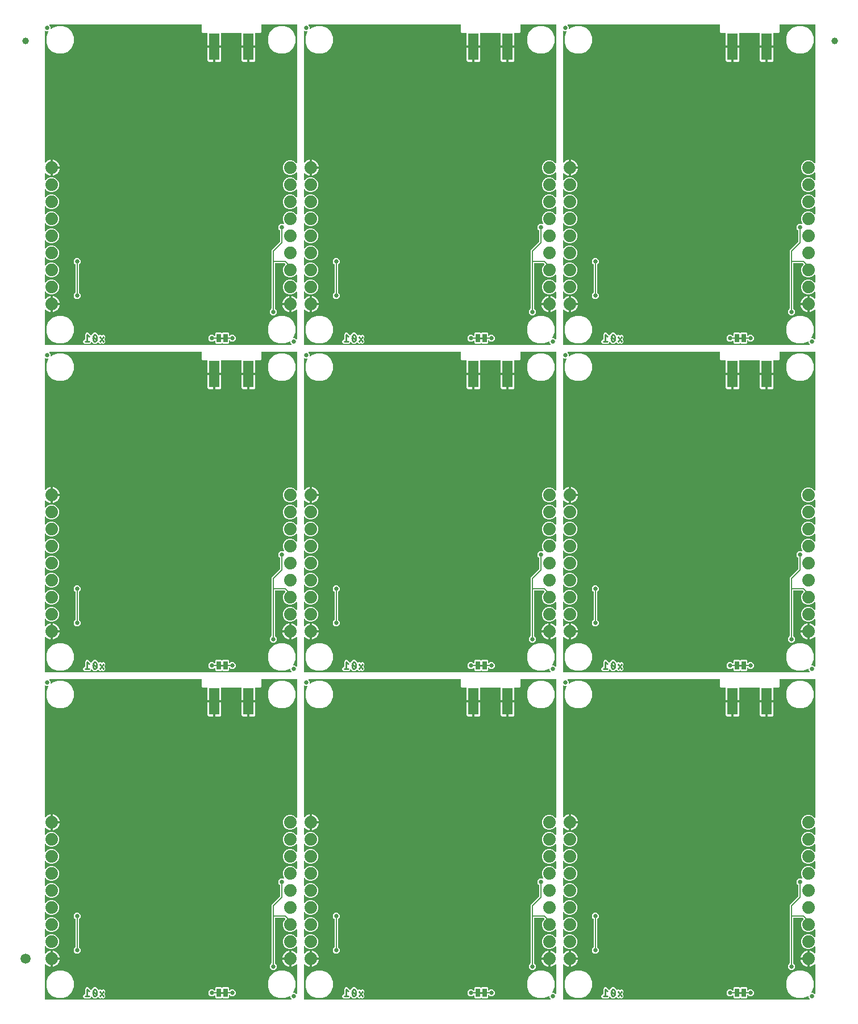
<source format=gbl>
G04 EAGLE Gerber RS-274X export*
G75*
%MOMM*%
%FSLAX34Y34*%
%LPD*%
%INBottom Copper*%
%IPPOS*%
%AMOC8*
5,1,8,0,0,1.08239X$1,22.5*%
G01*
%ADD10C,0.254000*%
%ADD11C,0.635000*%
%ADD12R,0.660400X1.270000*%
%ADD13R,1.500000X4.000000*%
%ADD14C,1.879600*%
%ADD15C,1.000000*%
%ADD16C,1.500000*%
%ADD17C,0.660400*%
%ADD18C,0.177800*%

G36*
X1141520Y977908D02*
X1141520Y977908D01*
X1141572Y977907D01*
X1141651Y977928D01*
X1141732Y977941D01*
X1141778Y977963D01*
X1141828Y977977D01*
X1141898Y978021D01*
X1141971Y978056D01*
X1142009Y978091D01*
X1142053Y978119D01*
X1142106Y978182D01*
X1142166Y978238D01*
X1142191Y978282D01*
X1142225Y978322D01*
X1142257Y978397D01*
X1142298Y978468D01*
X1142309Y978519D01*
X1142329Y978566D01*
X1142338Y978648D01*
X1142355Y978728D01*
X1142351Y978779D01*
X1142357Y978831D01*
X1142340Y978911D01*
X1142334Y978993D01*
X1142315Y979041D01*
X1142304Y979091D01*
X1142277Y979135D01*
X1142235Y979240D01*
X1142122Y979379D01*
X1142097Y979417D01*
X1140586Y980928D01*
X1140586Y982474D01*
X1140585Y982484D01*
X1140586Y982494D01*
X1140565Y982615D01*
X1140546Y982736D01*
X1140542Y982746D01*
X1140540Y982756D01*
X1140484Y982865D01*
X1140431Y982976D01*
X1140423Y982983D01*
X1140419Y982993D01*
X1140333Y983080D01*
X1140249Y983170D01*
X1140240Y983175D01*
X1140233Y983183D01*
X1140124Y983241D01*
X1140019Y983302D01*
X1140008Y983304D01*
X1139999Y983309D01*
X1139878Y983333D01*
X1139759Y983360D01*
X1139749Y983359D01*
X1139738Y983361D01*
X1139708Y983355D01*
X1139494Y983338D01*
X1139405Y983302D01*
X1139358Y983294D01*
X1131853Y980185D01*
X1123667Y980185D01*
X1116105Y983318D01*
X1110318Y989105D01*
X1107185Y996667D01*
X1107185Y1004853D01*
X1110318Y1012415D01*
X1116105Y1018202D01*
X1123667Y1021335D01*
X1131853Y1021335D01*
X1139415Y1018202D01*
X1145202Y1012415D01*
X1148335Y1004853D01*
X1148335Y996667D01*
X1145226Y989162D01*
X1145223Y989152D01*
X1145218Y989143D01*
X1145191Y989023D01*
X1145162Y988904D01*
X1145163Y988893D01*
X1145160Y988883D01*
X1145170Y988761D01*
X1145177Y988638D01*
X1145181Y988629D01*
X1145182Y988618D01*
X1145228Y988504D01*
X1145271Y988390D01*
X1145277Y988381D01*
X1145281Y988371D01*
X1145358Y988276D01*
X1145433Y988179D01*
X1145442Y988173D01*
X1145449Y988165D01*
X1145551Y988097D01*
X1145651Y988027D01*
X1145661Y988023D01*
X1145670Y988018D01*
X1145700Y988011D01*
X1145904Y987945D01*
X1145999Y987944D01*
X1146046Y987934D01*
X1147592Y987934D01*
X1149103Y986423D01*
X1149144Y986392D01*
X1149180Y986354D01*
X1149251Y986314D01*
X1149317Y986265D01*
X1149366Y986248D01*
X1149410Y986222D01*
X1149490Y986205D01*
X1149568Y986178D01*
X1149620Y986176D01*
X1149670Y986165D01*
X1149752Y986171D01*
X1149834Y986168D01*
X1149883Y986182D01*
X1149935Y986186D01*
X1150011Y986217D01*
X1150090Y986238D01*
X1150134Y986266D01*
X1150182Y986285D01*
X1150245Y986337D01*
X1150314Y986381D01*
X1150348Y986420D01*
X1150388Y986453D01*
X1150433Y986521D01*
X1150486Y986584D01*
X1150507Y986631D01*
X1150535Y986674D01*
X1150547Y986724D01*
X1150591Y986828D01*
X1150609Y987006D01*
X1150619Y987051D01*
X1150619Y1029991D01*
X1150612Y1030042D01*
X1150613Y1030094D01*
X1150592Y1030173D01*
X1150579Y1030254D01*
X1150557Y1030300D01*
X1150543Y1030350D01*
X1150499Y1030419D01*
X1150464Y1030493D01*
X1150428Y1030531D01*
X1150401Y1030574D01*
X1150338Y1030627D01*
X1150282Y1030687D01*
X1150238Y1030713D01*
X1150198Y1030746D01*
X1150123Y1030779D01*
X1150052Y1030819D01*
X1150001Y1030831D01*
X1149954Y1030851D01*
X1149872Y1030859D01*
X1149792Y1030877D01*
X1149741Y1030873D01*
X1149689Y1030878D01*
X1149609Y1030862D01*
X1149527Y1030855D01*
X1149479Y1030836D01*
X1149429Y1030826D01*
X1149385Y1030798D01*
X1149280Y1030756D01*
X1149141Y1030643D01*
X1149103Y1030619D01*
X1148238Y1029754D01*
X1146717Y1028649D01*
X1145043Y1027796D01*
X1143256Y1027215D01*
X1142237Y1027054D01*
X1142237Y1037971D01*
X1142222Y1038072D01*
X1142213Y1038175D01*
X1142202Y1038203D01*
X1142197Y1038234D01*
X1142153Y1038326D01*
X1142114Y1038421D01*
X1142095Y1038445D01*
X1142082Y1038473D01*
X1142012Y1038548D01*
X1141947Y1038628D01*
X1141921Y1038645D01*
X1141900Y1038667D01*
X1141811Y1038718D01*
X1141726Y1038775D01*
X1141702Y1038780D01*
X1141670Y1038799D01*
X1141410Y1038857D01*
X1141372Y1038854D01*
X1141349Y1038859D01*
X1140459Y1038859D01*
X1140459Y1038861D01*
X1141349Y1038861D01*
X1141450Y1038876D01*
X1141553Y1038885D01*
X1141581Y1038896D01*
X1141612Y1038901D01*
X1141704Y1038945D01*
X1141799Y1038984D01*
X1141823Y1039003D01*
X1141851Y1039016D01*
X1141926Y1039086D01*
X1142006Y1039151D01*
X1142023Y1039177D01*
X1142045Y1039198D01*
X1142096Y1039287D01*
X1142153Y1039372D01*
X1142159Y1039396D01*
X1142177Y1039429D01*
X1142235Y1039688D01*
X1142232Y1039726D01*
X1142237Y1039749D01*
X1142237Y1050666D01*
X1143256Y1050505D01*
X1145043Y1049924D01*
X1146717Y1049071D01*
X1148238Y1047966D01*
X1149103Y1047101D01*
X1149144Y1047070D01*
X1149180Y1047033D01*
X1149251Y1046992D01*
X1149317Y1046943D01*
X1149366Y1046926D01*
X1149410Y1046901D01*
X1149490Y1046883D01*
X1149568Y1046856D01*
X1149620Y1046854D01*
X1149670Y1046843D01*
X1149752Y1046850D01*
X1149834Y1046847D01*
X1149883Y1046860D01*
X1149935Y1046865D01*
X1150011Y1046895D01*
X1150090Y1046917D01*
X1150134Y1046944D01*
X1150182Y1046964D01*
X1150245Y1047015D01*
X1150314Y1047059D01*
X1150348Y1047099D01*
X1150388Y1047131D01*
X1150433Y1047199D01*
X1150486Y1047262D01*
X1150507Y1047309D01*
X1150535Y1047352D01*
X1150547Y1047403D01*
X1150591Y1047506D01*
X1150609Y1047685D01*
X1150619Y1047729D01*
X1150619Y1056469D01*
X1150612Y1056520D01*
X1150613Y1056571D01*
X1150592Y1056650D01*
X1150579Y1056731D01*
X1150557Y1056778D01*
X1150543Y1056828D01*
X1150499Y1056897D01*
X1150464Y1056971D01*
X1150429Y1057008D01*
X1150401Y1057052D01*
X1150338Y1057105D01*
X1150282Y1057165D01*
X1150238Y1057191D01*
X1150198Y1057224D01*
X1150123Y1057256D01*
X1150052Y1057297D01*
X1150001Y1057308D01*
X1149954Y1057328D01*
X1149872Y1057337D01*
X1149792Y1057355D01*
X1149741Y1057351D01*
X1149689Y1057356D01*
X1149609Y1057340D01*
X1149527Y1057333D01*
X1149479Y1057314D01*
X1149429Y1057304D01*
X1149385Y1057276D01*
X1149280Y1057234D01*
X1149141Y1057121D01*
X1149103Y1057097D01*
X1146791Y1054785D01*
X1142683Y1053083D01*
X1138237Y1053083D01*
X1134129Y1054785D01*
X1130985Y1057929D01*
X1129283Y1062037D01*
X1129283Y1066483D01*
X1130985Y1070591D01*
X1134129Y1073735D01*
X1138237Y1075437D01*
X1142683Y1075437D01*
X1146791Y1073735D01*
X1149103Y1071423D01*
X1149118Y1071412D01*
X1149129Y1071398D01*
X1149155Y1071381D01*
X1149180Y1071355D01*
X1149251Y1071314D01*
X1149317Y1071266D01*
X1149341Y1071257D01*
X1149350Y1071251D01*
X1149369Y1071247D01*
X1149410Y1071223D01*
X1149490Y1071205D01*
X1149568Y1071178D01*
X1149620Y1071176D01*
X1149670Y1071165D01*
X1149718Y1071169D01*
X1149727Y1071167D01*
X1149731Y1071167D01*
X1149761Y1071172D01*
X1149834Y1071169D01*
X1149883Y1071183D01*
X1149935Y1071187D01*
X1149979Y1071204D01*
X1149994Y1071207D01*
X1150022Y1071220D01*
X1150090Y1071239D01*
X1150134Y1071267D01*
X1150182Y1071286D01*
X1150217Y1071315D01*
X1150233Y1071323D01*
X1150258Y1071346D01*
X1150314Y1071382D01*
X1150348Y1071421D01*
X1150388Y1071453D01*
X1150412Y1071489D01*
X1150427Y1071504D01*
X1150446Y1071537D01*
X1150486Y1071584D01*
X1150507Y1071632D01*
X1150535Y1071675D01*
X1150542Y1071704D01*
X1150559Y1071735D01*
X1150569Y1071777D01*
X1150591Y1071829D01*
X1150600Y1071917D01*
X1150617Y1071994D01*
X1150614Y1072029D01*
X1150619Y1072051D01*
X1150619Y1081869D01*
X1150612Y1081920D01*
X1150613Y1081971D01*
X1150592Y1082050D01*
X1150579Y1082131D01*
X1150557Y1082178D01*
X1150543Y1082228D01*
X1150499Y1082297D01*
X1150464Y1082371D01*
X1150429Y1082408D01*
X1150401Y1082452D01*
X1150338Y1082505D01*
X1150282Y1082565D01*
X1150238Y1082591D01*
X1150198Y1082624D01*
X1150123Y1082656D01*
X1150052Y1082697D01*
X1150001Y1082708D01*
X1149954Y1082728D01*
X1149872Y1082737D01*
X1149792Y1082755D01*
X1149741Y1082751D01*
X1149689Y1082756D01*
X1149609Y1082740D01*
X1149527Y1082733D01*
X1149479Y1082714D01*
X1149429Y1082704D01*
X1149385Y1082676D01*
X1149280Y1082634D01*
X1149190Y1082560D01*
X1149186Y1082559D01*
X1149177Y1082550D01*
X1149141Y1082521D01*
X1149103Y1082497D01*
X1146791Y1080185D01*
X1142683Y1078483D01*
X1138237Y1078483D01*
X1134129Y1080185D01*
X1130985Y1083329D01*
X1129283Y1087437D01*
X1129283Y1091883D01*
X1130985Y1095991D01*
X1132582Y1097589D01*
X1132644Y1097672D01*
X1132710Y1097750D01*
X1132722Y1097778D01*
X1132740Y1097803D01*
X1132774Y1097900D01*
X1132814Y1097994D01*
X1132817Y1098025D01*
X1132827Y1098054D01*
X1132831Y1098156D01*
X1132842Y1098258D01*
X1132836Y1098289D01*
X1132837Y1098319D01*
X1132810Y1098418D01*
X1132790Y1098519D01*
X1132777Y1098539D01*
X1132767Y1098576D01*
X1132624Y1098800D01*
X1132595Y1098825D01*
X1132582Y1098845D01*
X1131995Y1099432D01*
X1131978Y1099445D01*
X1131965Y1099461D01*
X1131871Y1099523D01*
X1131781Y1099590D01*
X1131761Y1099597D01*
X1131744Y1099608D01*
X1131699Y1099618D01*
X1131530Y1099677D01*
X1131417Y1099681D01*
X1131367Y1099692D01*
X1118616Y1099692D01*
X1118514Y1099677D01*
X1118412Y1099669D01*
X1118384Y1099657D01*
X1118353Y1099652D01*
X1118261Y1099608D01*
X1118165Y1099570D01*
X1118142Y1099550D01*
X1118114Y1099537D01*
X1118039Y1099467D01*
X1117959Y1099402D01*
X1117942Y1099376D01*
X1117920Y1099355D01*
X1117869Y1099266D01*
X1117812Y1099181D01*
X1117806Y1099157D01*
X1117788Y1099125D01*
X1117730Y1098865D01*
X1117733Y1098827D01*
X1117728Y1098804D01*
X1117728Y1032315D01*
X1117731Y1032295D01*
X1117729Y1032274D01*
X1117751Y1032163D01*
X1117768Y1032053D01*
X1117777Y1032034D01*
X1117781Y1032013D01*
X1117805Y1031975D01*
X1117883Y1031813D01*
X1117960Y1031731D01*
X1117988Y1031687D01*
X1120141Y1029535D01*
X1120141Y1025325D01*
X1117165Y1022349D01*
X1112955Y1022349D01*
X1109979Y1025325D01*
X1109979Y1029535D01*
X1112132Y1031687D01*
X1112145Y1031704D01*
X1112161Y1031718D01*
X1112223Y1031811D01*
X1112290Y1031901D01*
X1112297Y1031921D01*
X1112308Y1031939D01*
X1112318Y1031983D01*
X1112377Y1032152D01*
X1112381Y1032265D01*
X1112392Y1032315D01*
X1112392Y1118705D01*
X1124832Y1131145D01*
X1124845Y1131162D01*
X1124861Y1131175D01*
X1124923Y1131269D01*
X1124990Y1131359D01*
X1124997Y1131379D01*
X1125008Y1131396D01*
X1125018Y1131441D01*
X1125077Y1131610D01*
X1125081Y1131723D01*
X1125092Y1131773D01*
X1125092Y1148275D01*
X1125089Y1148295D01*
X1125091Y1148316D01*
X1125069Y1148427D01*
X1125052Y1148537D01*
X1125043Y1148556D01*
X1125039Y1148577D01*
X1125015Y1148615D01*
X1124937Y1148777D01*
X1124860Y1148859D01*
X1124832Y1148903D01*
X1122679Y1151055D01*
X1122679Y1155265D01*
X1125655Y1158241D01*
X1130189Y1158241D01*
X1130199Y1158242D01*
X1130210Y1158241D01*
X1130330Y1158262D01*
X1130452Y1158281D01*
X1130461Y1158285D01*
X1130472Y1158287D01*
X1130580Y1158343D01*
X1130691Y1158396D01*
X1130699Y1158404D01*
X1130708Y1158408D01*
X1130795Y1158494D01*
X1130885Y1158578D01*
X1130891Y1158587D01*
X1130898Y1158594D01*
X1130957Y1158702D01*
X1131017Y1158808D01*
X1131020Y1158819D01*
X1131025Y1158828D01*
X1131049Y1158948D01*
X1131075Y1159068D01*
X1131074Y1159078D01*
X1131076Y1159089D01*
X1131071Y1159119D01*
X1131054Y1159333D01*
X1131018Y1159421D01*
X1131010Y1159469D01*
X1129283Y1163637D01*
X1129283Y1168083D01*
X1130985Y1172191D01*
X1134129Y1175335D01*
X1138237Y1177037D01*
X1142683Y1177037D01*
X1146791Y1175335D01*
X1149103Y1173023D01*
X1149144Y1172993D01*
X1149180Y1172955D01*
X1149251Y1172914D01*
X1149317Y1172866D01*
X1149366Y1172849D01*
X1149410Y1172823D01*
X1149490Y1172805D01*
X1149568Y1172778D01*
X1149620Y1172776D01*
X1149670Y1172765D01*
X1149752Y1172772D01*
X1149834Y1172769D01*
X1149883Y1172783D01*
X1149935Y1172787D01*
X1150011Y1172817D01*
X1150090Y1172839D01*
X1150134Y1172867D01*
X1150182Y1172886D01*
X1150245Y1172938D01*
X1150314Y1172982D01*
X1150348Y1173021D01*
X1150388Y1173053D01*
X1150433Y1173122D01*
X1150486Y1173184D01*
X1150507Y1173232D01*
X1150535Y1173275D01*
X1150547Y1173325D01*
X1150591Y1173429D01*
X1150609Y1173607D01*
X1150619Y1173651D01*
X1150619Y1183469D01*
X1150612Y1183520D01*
X1150613Y1183571D01*
X1150592Y1183650D01*
X1150579Y1183731D01*
X1150557Y1183778D01*
X1150543Y1183828D01*
X1150499Y1183897D01*
X1150464Y1183971D01*
X1150429Y1184008D01*
X1150401Y1184052D01*
X1150338Y1184105D01*
X1150282Y1184165D01*
X1150238Y1184191D01*
X1150198Y1184224D01*
X1150123Y1184256D01*
X1150052Y1184297D01*
X1150001Y1184308D01*
X1149954Y1184328D01*
X1149872Y1184337D01*
X1149792Y1184355D01*
X1149741Y1184351D01*
X1149689Y1184356D01*
X1149609Y1184340D01*
X1149527Y1184333D01*
X1149479Y1184314D01*
X1149429Y1184304D01*
X1149385Y1184276D01*
X1149280Y1184234D01*
X1149141Y1184121D01*
X1149103Y1184097D01*
X1146791Y1181785D01*
X1142683Y1180083D01*
X1138237Y1180083D01*
X1134129Y1181785D01*
X1130985Y1184929D01*
X1129283Y1189037D01*
X1129283Y1193483D01*
X1130985Y1197591D01*
X1134129Y1200735D01*
X1138237Y1202437D01*
X1142683Y1202437D01*
X1146791Y1200735D01*
X1149103Y1198423D01*
X1149109Y1198419D01*
X1149110Y1198418D01*
X1149114Y1198415D01*
X1149144Y1198393D01*
X1149180Y1198355D01*
X1149251Y1198314D01*
X1149317Y1198266D01*
X1149366Y1198249D01*
X1149410Y1198223D01*
X1149490Y1198205D01*
X1149568Y1198178D01*
X1149620Y1198176D01*
X1149670Y1198165D01*
X1149752Y1198172D01*
X1149834Y1198169D01*
X1149883Y1198183D01*
X1149935Y1198187D01*
X1150011Y1198217D01*
X1150090Y1198239D01*
X1150134Y1198267D01*
X1150182Y1198286D01*
X1150245Y1198338D01*
X1150314Y1198382D01*
X1150348Y1198421D01*
X1150388Y1198453D01*
X1150433Y1198522D01*
X1150486Y1198584D01*
X1150507Y1198632D01*
X1150535Y1198675D01*
X1150547Y1198725D01*
X1150559Y1198753D01*
X1150559Y1198754D01*
X1150560Y1198755D01*
X1150591Y1198829D01*
X1150604Y1198954D01*
X1150617Y1199014D01*
X1150615Y1199034D01*
X1150619Y1199051D01*
X1150619Y1208869D01*
X1150612Y1208920D01*
X1150613Y1208971D01*
X1150597Y1209031D01*
X1150596Y1209050D01*
X1150590Y1209064D01*
X1150579Y1209131D01*
X1150557Y1209178D01*
X1150543Y1209228D01*
X1150499Y1209297D01*
X1150464Y1209371D01*
X1150429Y1209408D01*
X1150401Y1209452D01*
X1150338Y1209505D01*
X1150282Y1209565D01*
X1150238Y1209591D01*
X1150198Y1209624D01*
X1150123Y1209656D01*
X1150052Y1209697D01*
X1150001Y1209708D01*
X1149954Y1209728D01*
X1149872Y1209737D01*
X1149792Y1209755D01*
X1149741Y1209751D01*
X1149689Y1209756D01*
X1149609Y1209740D01*
X1149527Y1209733D01*
X1149479Y1209714D01*
X1149429Y1209704D01*
X1149385Y1209676D01*
X1149280Y1209634D01*
X1149221Y1209586D01*
X1149206Y1209578D01*
X1149166Y1209541D01*
X1149141Y1209521D01*
X1149103Y1209497D01*
X1146791Y1207185D01*
X1142683Y1205483D01*
X1138237Y1205483D01*
X1134129Y1207185D01*
X1130985Y1210329D01*
X1129283Y1214437D01*
X1129283Y1218883D01*
X1130985Y1222991D01*
X1134129Y1226135D01*
X1138237Y1227837D01*
X1142683Y1227837D01*
X1146791Y1226135D01*
X1149103Y1223823D01*
X1149144Y1223793D01*
X1149180Y1223755D01*
X1149251Y1223714D01*
X1149317Y1223666D01*
X1149366Y1223649D01*
X1149410Y1223623D01*
X1149490Y1223605D01*
X1149568Y1223578D01*
X1149620Y1223576D01*
X1149670Y1223565D01*
X1149752Y1223572D01*
X1149834Y1223569D01*
X1149883Y1223583D01*
X1149935Y1223587D01*
X1150011Y1223617D01*
X1150090Y1223639D01*
X1150134Y1223667D01*
X1150182Y1223686D01*
X1150245Y1223738D01*
X1150314Y1223782D01*
X1150348Y1223821D01*
X1150388Y1223853D01*
X1150433Y1223922D01*
X1150486Y1223984D01*
X1150507Y1224032D01*
X1150535Y1224075D01*
X1150547Y1224125D01*
X1150591Y1224229D01*
X1150609Y1224407D01*
X1150619Y1224451D01*
X1150619Y1234269D01*
X1150612Y1234320D01*
X1150613Y1234371D01*
X1150592Y1234450D01*
X1150579Y1234531D01*
X1150557Y1234578D01*
X1150543Y1234628D01*
X1150499Y1234697D01*
X1150464Y1234771D01*
X1150429Y1234808D01*
X1150401Y1234852D01*
X1150338Y1234905D01*
X1150282Y1234965D01*
X1150238Y1234991D01*
X1150198Y1235024D01*
X1150123Y1235056D01*
X1150052Y1235097D01*
X1150001Y1235108D01*
X1149954Y1235128D01*
X1149872Y1235137D01*
X1149792Y1235155D01*
X1149741Y1235151D01*
X1149689Y1235156D01*
X1149609Y1235140D01*
X1149527Y1235133D01*
X1149479Y1235114D01*
X1149429Y1235104D01*
X1149385Y1235076D01*
X1149280Y1235034D01*
X1149141Y1234921D01*
X1149103Y1234897D01*
X1146791Y1232585D01*
X1142683Y1230883D01*
X1138237Y1230883D01*
X1134129Y1232585D01*
X1130985Y1235729D01*
X1129283Y1239837D01*
X1129283Y1244283D01*
X1130985Y1248391D01*
X1134129Y1251535D01*
X1138237Y1253237D01*
X1142683Y1253237D01*
X1146791Y1251535D01*
X1149103Y1249223D01*
X1149144Y1249193D01*
X1149180Y1249155D01*
X1149251Y1249114D01*
X1149317Y1249066D01*
X1149366Y1249049D01*
X1149410Y1249023D01*
X1149490Y1249005D01*
X1149568Y1248978D01*
X1149620Y1248976D01*
X1149670Y1248965D01*
X1149752Y1248972D01*
X1149834Y1248969D01*
X1149883Y1248983D01*
X1149935Y1248987D01*
X1150011Y1249017D01*
X1150090Y1249039D01*
X1150134Y1249067D01*
X1150182Y1249086D01*
X1150245Y1249138D01*
X1150314Y1249182D01*
X1150348Y1249221D01*
X1150388Y1249253D01*
X1150433Y1249322D01*
X1150486Y1249384D01*
X1150507Y1249432D01*
X1150535Y1249475D01*
X1150547Y1249525D01*
X1150591Y1249629D01*
X1150609Y1249807D01*
X1150619Y1249851D01*
X1150619Y1454531D01*
X1150604Y1454633D01*
X1150596Y1454735D01*
X1150584Y1454763D01*
X1150579Y1454794D01*
X1150535Y1454886D01*
X1150497Y1454982D01*
X1150477Y1455005D01*
X1150464Y1455033D01*
X1150394Y1455108D01*
X1150329Y1455188D01*
X1150303Y1455205D01*
X1150282Y1455227D01*
X1150193Y1455278D01*
X1150108Y1455335D01*
X1150084Y1455341D01*
X1150052Y1455359D01*
X1149792Y1455417D01*
X1149754Y1455414D01*
X1149731Y1455419D01*
X1098169Y1455419D01*
X1098067Y1455404D01*
X1097965Y1455396D01*
X1097937Y1455384D01*
X1097906Y1455379D01*
X1097814Y1455335D01*
X1097718Y1455297D01*
X1097695Y1455277D01*
X1097667Y1455264D01*
X1097592Y1455194D01*
X1097512Y1455129D01*
X1097495Y1455103D01*
X1097473Y1455082D01*
X1097422Y1454993D01*
X1097365Y1454908D01*
X1097359Y1454884D01*
X1097341Y1454852D01*
X1097283Y1454592D01*
X1097286Y1454554D01*
X1097281Y1454531D01*
X1097281Y1444208D01*
X1095792Y1442719D01*
X1089159Y1442719D01*
X1089057Y1442704D01*
X1088955Y1442696D01*
X1088927Y1442684D01*
X1088896Y1442679D01*
X1088804Y1442635D01*
X1088708Y1442597D01*
X1088685Y1442577D01*
X1088657Y1442564D01*
X1088582Y1442494D01*
X1088502Y1442429D01*
X1088485Y1442403D01*
X1088463Y1442382D01*
X1088412Y1442293D01*
X1088355Y1442208D01*
X1088349Y1442184D01*
X1088331Y1442152D01*
X1088273Y1441892D01*
X1088276Y1441854D01*
X1088271Y1441831D01*
X1088271Y1424177D01*
X1079119Y1424177D01*
X1079018Y1424162D01*
X1078915Y1424153D01*
X1078887Y1424142D01*
X1078856Y1424137D01*
X1078764Y1424093D01*
X1078669Y1424054D01*
X1078645Y1424035D01*
X1078617Y1424022D01*
X1078542Y1423952D01*
X1078462Y1423887D01*
X1078445Y1423861D01*
X1078423Y1423840D01*
X1078372Y1423751D01*
X1078315Y1423666D01*
X1078310Y1423642D01*
X1078291Y1423609D01*
X1078233Y1423350D01*
X1078236Y1423312D01*
X1078231Y1423289D01*
X1078231Y1422399D01*
X1078229Y1422399D01*
X1078229Y1423289D01*
X1078214Y1423390D01*
X1078205Y1423493D01*
X1078194Y1423521D01*
X1078189Y1423552D01*
X1078145Y1423644D01*
X1078106Y1423739D01*
X1078087Y1423763D01*
X1078074Y1423791D01*
X1078004Y1423866D01*
X1077939Y1423946D01*
X1077913Y1423963D01*
X1077892Y1423985D01*
X1077803Y1424036D01*
X1077718Y1424093D01*
X1077694Y1424098D01*
X1077661Y1424117D01*
X1077402Y1424175D01*
X1077364Y1424172D01*
X1077341Y1424177D01*
X1068189Y1424177D01*
X1068189Y1441831D01*
X1068174Y1441933D01*
X1068166Y1442035D01*
X1068154Y1442063D01*
X1068149Y1442094D01*
X1068105Y1442186D01*
X1068067Y1442282D01*
X1068047Y1442305D01*
X1068034Y1442333D01*
X1067964Y1442408D01*
X1067899Y1442488D01*
X1067873Y1442505D01*
X1067852Y1442527D01*
X1067763Y1442578D01*
X1067678Y1442635D01*
X1067654Y1442641D01*
X1067622Y1442659D01*
X1067362Y1442717D01*
X1067324Y1442714D01*
X1067301Y1442719D01*
X1038359Y1442719D01*
X1038257Y1442704D01*
X1038155Y1442696D01*
X1038127Y1442684D01*
X1038096Y1442679D01*
X1038004Y1442635D01*
X1037908Y1442597D01*
X1037885Y1442577D01*
X1037857Y1442564D01*
X1037782Y1442494D01*
X1037702Y1442429D01*
X1037685Y1442403D01*
X1037663Y1442382D01*
X1037612Y1442293D01*
X1037555Y1442208D01*
X1037549Y1442184D01*
X1037531Y1442152D01*
X1037473Y1441892D01*
X1037476Y1441854D01*
X1037471Y1441831D01*
X1037471Y1424177D01*
X1028319Y1424177D01*
X1028218Y1424162D01*
X1028115Y1424153D01*
X1028087Y1424142D01*
X1028056Y1424137D01*
X1027964Y1424093D01*
X1027869Y1424054D01*
X1027845Y1424035D01*
X1027817Y1424022D01*
X1027742Y1423952D01*
X1027662Y1423887D01*
X1027645Y1423861D01*
X1027623Y1423840D01*
X1027572Y1423751D01*
X1027515Y1423666D01*
X1027510Y1423642D01*
X1027491Y1423609D01*
X1027433Y1423350D01*
X1027436Y1423312D01*
X1027431Y1423289D01*
X1027431Y1422399D01*
X1027429Y1422399D01*
X1027429Y1423289D01*
X1027414Y1423390D01*
X1027405Y1423493D01*
X1027394Y1423521D01*
X1027389Y1423552D01*
X1027345Y1423644D01*
X1027306Y1423739D01*
X1027287Y1423763D01*
X1027274Y1423791D01*
X1027204Y1423866D01*
X1027139Y1423946D01*
X1027113Y1423963D01*
X1027092Y1423985D01*
X1027003Y1424036D01*
X1026918Y1424093D01*
X1026894Y1424098D01*
X1026861Y1424117D01*
X1026602Y1424175D01*
X1026564Y1424172D01*
X1026541Y1424177D01*
X1017389Y1424177D01*
X1017389Y1441831D01*
X1017374Y1441933D01*
X1017366Y1442035D01*
X1017354Y1442063D01*
X1017349Y1442094D01*
X1017305Y1442186D01*
X1017267Y1442282D01*
X1017247Y1442305D01*
X1017234Y1442333D01*
X1017164Y1442408D01*
X1017099Y1442488D01*
X1017073Y1442505D01*
X1017052Y1442527D01*
X1016963Y1442578D01*
X1016878Y1442635D01*
X1016854Y1442641D01*
X1016822Y1442659D01*
X1016562Y1442717D01*
X1016524Y1442714D01*
X1016501Y1442719D01*
X1009868Y1442719D01*
X1008379Y1444208D01*
X1008379Y1454531D01*
X1008364Y1454633D01*
X1008356Y1454735D01*
X1008344Y1454763D01*
X1008339Y1454794D01*
X1008295Y1454886D01*
X1008257Y1454982D01*
X1008237Y1455005D01*
X1008224Y1455033D01*
X1008154Y1455108D01*
X1008089Y1455188D01*
X1008063Y1455205D01*
X1008042Y1455227D01*
X1007953Y1455278D01*
X1007868Y1455335D01*
X1007844Y1455341D01*
X1007812Y1455359D01*
X1007552Y1455417D01*
X1007514Y1455414D01*
X1007491Y1455419D01*
X782581Y1455419D01*
X782530Y1455412D01*
X782478Y1455413D01*
X782399Y1455392D01*
X782318Y1455379D01*
X782272Y1455357D01*
X782222Y1455343D01*
X782152Y1455299D01*
X782079Y1455264D01*
X782041Y1455229D01*
X781997Y1455201D01*
X781944Y1455138D01*
X781884Y1455082D01*
X781859Y1455038D01*
X781825Y1454998D01*
X781793Y1454923D01*
X781752Y1454852D01*
X781741Y1454801D01*
X781721Y1454754D01*
X781712Y1454672D01*
X781695Y1454592D01*
X781699Y1454541D01*
X781693Y1454489D01*
X781710Y1454409D01*
X781716Y1454327D01*
X781735Y1454279D01*
X781746Y1454229D01*
X781773Y1454185D01*
X781815Y1454080D01*
X781928Y1453941D01*
X781953Y1453903D01*
X783464Y1452392D01*
X783464Y1449705D01*
X783471Y1449654D01*
X783470Y1449603D01*
X783491Y1449523D01*
X783504Y1449442D01*
X783526Y1449396D01*
X783540Y1449346D01*
X783584Y1449277D01*
X783619Y1449203D01*
X783654Y1449165D01*
X783682Y1449122D01*
X783745Y1449069D01*
X783801Y1449009D01*
X783845Y1448983D01*
X783885Y1448950D01*
X783960Y1448917D01*
X784031Y1448877D01*
X784082Y1448866D01*
X784129Y1448845D01*
X784211Y1448837D01*
X784291Y1448819D01*
X784342Y1448823D01*
X784394Y1448818D01*
X784474Y1448834D01*
X784556Y1448841D01*
X784604Y1448860D01*
X784654Y1448870D01*
X784698Y1448898D01*
X784803Y1448940D01*
X784942Y1449053D01*
X784980Y1449077D01*
X785905Y1450002D01*
X793467Y1453135D01*
X801653Y1453135D01*
X809215Y1450002D01*
X815002Y1444215D01*
X818135Y1436653D01*
X818135Y1428467D01*
X815002Y1420905D01*
X809215Y1415118D01*
X801653Y1411985D01*
X793467Y1411985D01*
X785905Y1415118D01*
X780118Y1420905D01*
X776985Y1428467D01*
X776985Y1436653D01*
X780094Y1444158D01*
X780097Y1444168D01*
X780102Y1444177D01*
X780129Y1444297D01*
X780158Y1444416D01*
X780157Y1444427D01*
X780160Y1444437D01*
X780150Y1444559D01*
X780143Y1444682D01*
X780139Y1444691D01*
X780138Y1444702D01*
X780092Y1444816D01*
X780049Y1444930D01*
X780043Y1444939D01*
X780039Y1444949D01*
X779961Y1445044D01*
X779887Y1445141D01*
X779878Y1445147D01*
X779871Y1445155D01*
X779769Y1445223D01*
X779669Y1445293D01*
X779659Y1445297D01*
X779650Y1445302D01*
X779620Y1445309D01*
X779416Y1445375D01*
X779320Y1445376D01*
X779274Y1445386D01*
X776458Y1445386D01*
X776217Y1445627D01*
X776176Y1445658D01*
X776140Y1445696D01*
X776069Y1445736D01*
X776003Y1445785D01*
X775954Y1445802D01*
X775910Y1445828D01*
X775830Y1445845D01*
X775752Y1445872D01*
X775700Y1445874D01*
X775650Y1445885D01*
X775568Y1445879D01*
X775486Y1445882D01*
X775437Y1445868D01*
X775385Y1445864D01*
X775309Y1445833D01*
X775230Y1445812D01*
X775186Y1445784D01*
X775138Y1445765D01*
X775075Y1445713D01*
X775006Y1445669D01*
X774972Y1445630D01*
X774932Y1445597D01*
X774887Y1445529D01*
X774834Y1445466D01*
X774813Y1445419D01*
X774785Y1445376D01*
X774773Y1445326D01*
X774729Y1445222D01*
X774711Y1445044D01*
X774701Y1444999D01*
X774701Y1250929D01*
X774708Y1250878D01*
X774707Y1250826D01*
X774728Y1250747D01*
X774741Y1250666D01*
X774763Y1250620D01*
X774777Y1250570D01*
X774821Y1250501D01*
X774856Y1250427D01*
X774892Y1250389D01*
X774919Y1250346D01*
X774982Y1250293D01*
X775038Y1250233D01*
X775082Y1250207D01*
X775122Y1250174D01*
X775197Y1250141D01*
X775268Y1250101D01*
X775319Y1250089D01*
X775366Y1250069D01*
X775448Y1250061D01*
X775528Y1250043D01*
X775579Y1250047D01*
X775631Y1250042D01*
X775711Y1250058D01*
X775793Y1250065D01*
X775841Y1250084D01*
X775891Y1250094D01*
X775935Y1250122D01*
X776040Y1250164D01*
X776179Y1250277D01*
X776217Y1250301D01*
X777082Y1251166D01*
X778603Y1252271D01*
X780277Y1253124D01*
X782064Y1253705D01*
X783083Y1253866D01*
X783083Y1242949D01*
X783098Y1242848D01*
X783106Y1242745D01*
X783118Y1242717D01*
X783123Y1242686D01*
X783167Y1242594D01*
X783205Y1242499D01*
X783225Y1242475D01*
X783238Y1242447D01*
X783308Y1242372D01*
X783373Y1242292D01*
X783399Y1242275D01*
X783420Y1242253D01*
X783509Y1242202D01*
X783594Y1242145D01*
X783618Y1242140D01*
X783650Y1242121D01*
X783910Y1242063D01*
X783948Y1242066D01*
X783971Y1242061D01*
X784861Y1242061D01*
X784861Y1242059D01*
X783971Y1242059D01*
X783869Y1242044D01*
X783767Y1242035D01*
X783739Y1242024D01*
X783708Y1242019D01*
X783616Y1241975D01*
X783520Y1241936D01*
X783497Y1241917D01*
X783469Y1241904D01*
X783394Y1241834D01*
X783314Y1241769D01*
X783297Y1241743D01*
X783275Y1241722D01*
X783224Y1241633D01*
X783167Y1241548D01*
X783161Y1241524D01*
X783143Y1241491D01*
X783085Y1241232D01*
X783088Y1241194D01*
X783083Y1241171D01*
X783083Y1230254D01*
X782064Y1230415D01*
X780277Y1230996D01*
X778603Y1231849D01*
X777082Y1232954D01*
X776217Y1233819D01*
X776176Y1233850D01*
X776140Y1233887D01*
X776069Y1233928D01*
X776003Y1233977D01*
X775954Y1233994D01*
X775910Y1234019D01*
X775830Y1234037D01*
X775752Y1234064D01*
X775700Y1234066D01*
X775650Y1234077D01*
X775568Y1234070D01*
X775486Y1234073D01*
X775437Y1234060D01*
X775385Y1234055D01*
X775309Y1234025D01*
X775230Y1234003D01*
X775186Y1233976D01*
X775138Y1233956D01*
X775075Y1233905D01*
X775006Y1233861D01*
X774972Y1233821D01*
X774932Y1233789D01*
X774887Y1233721D01*
X774834Y1233658D01*
X774813Y1233611D01*
X774785Y1233568D01*
X774773Y1233517D01*
X774729Y1233414D01*
X774711Y1233235D01*
X774701Y1233191D01*
X774701Y1224451D01*
X774708Y1224400D01*
X774707Y1224349D01*
X774728Y1224270D01*
X774741Y1224189D01*
X774763Y1224142D01*
X774777Y1224092D01*
X774821Y1224023D01*
X774856Y1223949D01*
X774891Y1223912D01*
X774919Y1223868D01*
X774982Y1223815D01*
X775038Y1223755D01*
X775082Y1223729D01*
X775122Y1223696D01*
X775197Y1223664D01*
X775268Y1223623D01*
X775319Y1223612D01*
X775366Y1223592D01*
X775448Y1223583D01*
X775528Y1223565D01*
X775579Y1223569D01*
X775631Y1223564D01*
X775711Y1223580D01*
X775793Y1223587D01*
X775841Y1223606D01*
X775891Y1223616D01*
X775935Y1223644D01*
X776040Y1223686D01*
X776179Y1223799D01*
X776217Y1223823D01*
X778529Y1226135D01*
X782637Y1227837D01*
X787083Y1227837D01*
X791191Y1226135D01*
X794335Y1222991D01*
X796037Y1218883D01*
X796037Y1214437D01*
X794335Y1210329D01*
X791191Y1207185D01*
X787083Y1205483D01*
X782637Y1205483D01*
X778529Y1207185D01*
X776217Y1209497D01*
X776211Y1209501D01*
X776210Y1209503D01*
X776202Y1209508D01*
X776176Y1209527D01*
X776140Y1209565D01*
X776069Y1209606D01*
X776003Y1209654D01*
X775954Y1209671D01*
X775910Y1209697D01*
X775830Y1209715D01*
X775752Y1209742D01*
X775700Y1209744D01*
X775650Y1209755D01*
X775568Y1209748D01*
X775486Y1209751D01*
X775437Y1209737D01*
X775385Y1209733D01*
X775309Y1209703D01*
X775230Y1209681D01*
X775186Y1209653D01*
X775138Y1209634D01*
X775075Y1209582D01*
X775006Y1209538D01*
X774972Y1209499D01*
X774932Y1209467D01*
X774887Y1209398D01*
X774834Y1209336D01*
X774813Y1209288D01*
X774785Y1209245D01*
X774773Y1209195D01*
X774763Y1209170D01*
X774761Y1209166D01*
X774760Y1209164D01*
X774729Y1209091D01*
X774716Y1208967D01*
X774703Y1208907D01*
X774705Y1208886D01*
X774701Y1208869D01*
X774701Y1199051D01*
X774708Y1199000D01*
X774707Y1198949D01*
X774723Y1198889D01*
X774724Y1198871D01*
X774730Y1198857D01*
X774741Y1198789D01*
X774763Y1198742D01*
X774777Y1198692D01*
X774821Y1198623D01*
X774856Y1198549D01*
X774891Y1198512D01*
X774919Y1198468D01*
X774982Y1198415D01*
X775038Y1198355D01*
X775082Y1198329D01*
X775122Y1198296D01*
X775197Y1198264D01*
X775268Y1198223D01*
X775319Y1198212D01*
X775366Y1198192D01*
X775448Y1198183D01*
X775528Y1198165D01*
X775579Y1198169D01*
X775631Y1198164D01*
X775711Y1198180D01*
X775793Y1198187D01*
X775841Y1198206D01*
X775891Y1198216D01*
X775935Y1198244D01*
X776040Y1198286D01*
X776100Y1198335D01*
X776115Y1198342D01*
X776153Y1198378D01*
X776179Y1198399D01*
X776217Y1198423D01*
X778529Y1200735D01*
X782637Y1202437D01*
X787083Y1202437D01*
X791191Y1200735D01*
X794335Y1197591D01*
X796037Y1193483D01*
X796037Y1189037D01*
X794335Y1184929D01*
X791191Y1181785D01*
X787083Y1180083D01*
X782637Y1180083D01*
X778529Y1181785D01*
X776217Y1184097D01*
X776176Y1184127D01*
X776140Y1184165D01*
X776069Y1184206D01*
X776003Y1184254D01*
X775954Y1184271D01*
X775910Y1184297D01*
X775830Y1184315D01*
X775752Y1184342D01*
X775700Y1184344D01*
X775650Y1184355D01*
X775568Y1184348D01*
X775486Y1184351D01*
X775437Y1184337D01*
X775385Y1184333D01*
X775309Y1184303D01*
X775230Y1184281D01*
X775186Y1184253D01*
X775138Y1184234D01*
X775075Y1184182D01*
X775006Y1184138D01*
X774972Y1184099D01*
X774932Y1184067D01*
X774887Y1183998D01*
X774834Y1183936D01*
X774813Y1183888D01*
X774785Y1183845D01*
X774773Y1183795D01*
X774729Y1183691D01*
X774711Y1183513D01*
X774701Y1183469D01*
X774701Y1173651D01*
X774708Y1173600D01*
X774707Y1173549D01*
X774728Y1173470D01*
X774741Y1173389D01*
X774763Y1173342D01*
X774777Y1173292D01*
X774821Y1173223D01*
X774856Y1173149D01*
X774891Y1173112D01*
X774919Y1173068D01*
X774982Y1173015D01*
X775038Y1172955D01*
X775082Y1172929D01*
X775122Y1172896D01*
X775197Y1172864D01*
X775268Y1172823D01*
X775319Y1172812D01*
X775366Y1172792D01*
X775448Y1172783D01*
X775528Y1172765D01*
X775579Y1172769D01*
X775631Y1172764D01*
X775711Y1172780D01*
X775793Y1172787D01*
X775841Y1172806D01*
X775891Y1172816D01*
X775935Y1172844D01*
X776040Y1172886D01*
X776179Y1172999D01*
X776217Y1173023D01*
X778529Y1175335D01*
X782637Y1177037D01*
X787083Y1177037D01*
X791191Y1175335D01*
X794335Y1172191D01*
X796037Y1168083D01*
X796037Y1163637D01*
X794335Y1159529D01*
X791191Y1156385D01*
X787083Y1154683D01*
X782637Y1154683D01*
X778529Y1156385D01*
X776217Y1158697D01*
X776176Y1158727D01*
X776140Y1158765D01*
X776069Y1158806D01*
X776003Y1158854D01*
X775954Y1158871D01*
X775910Y1158897D01*
X775830Y1158915D01*
X775752Y1158942D01*
X775700Y1158944D01*
X775650Y1158955D01*
X775568Y1158948D01*
X775486Y1158951D01*
X775437Y1158937D01*
X775385Y1158933D01*
X775309Y1158903D01*
X775230Y1158881D01*
X775186Y1158853D01*
X775138Y1158834D01*
X775075Y1158782D01*
X775006Y1158738D01*
X774972Y1158699D01*
X774932Y1158667D01*
X774887Y1158598D01*
X774834Y1158536D01*
X774813Y1158488D01*
X774785Y1158445D01*
X774773Y1158395D01*
X774729Y1158291D01*
X774711Y1158113D01*
X774701Y1158069D01*
X774701Y1148251D01*
X774708Y1148200D01*
X774707Y1148149D01*
X774728Y1148070D01*
X774741Y1147989D01*
X774763Y1147942D01*
X774777Y1147892D01*
X774821Y1147823D01*
X774856Y1147749D01*
X774891Y1147712D01*
X774919Y1147668D01*
X774982Y1147615D01*
X775038Y1147555D01*
X775082Y1147529D01*
X775122Y1147496D01*
X775197Y1147464D01*
X775268Y1147423D01*
X775319Y1147412D01*
X775366Y1147392D01*
X775448Y1147383D01*
X775528Y1147365D01*
X775579Y1147369D01*
X775631Y1147364D01*
X775711Y1147380D01*
X775793Y1147387D01*
X775841Y1147406D01*
X775891Y1147416D01*
X775935Y1147444D01*
X776040Y1147486D01*
X776179Y1147599D01*
X776217Y1147623D01*
X778529Y1149935D01*
X782637Y1151637D01*
X787083Y1151637D01*
X791191Y1149935D01*
X794335Y1146791D01*
X796037Y1142683D01*
X796037Y1138237D01*
X794335Y1134129D01*
X791191Y1130985D01*
X787083Y1129283D01*
X782637Y1129283D01*
X778529Y1130985D01*
X776217Y1133297D01*
X776176Y1133327D01*
X776140Y1133365D01*
X776069Y1133406D01*
X776003Y1133454D01*
X775954Y1133471D01*
X775910Y1133497D01*
X775830Y1133515D01*
X775752Y1133542D01*
X775700Y1133544D01*
X775650Y1133555D01*
X775568Y1133548D01*
X775486Y1133551D01*
X775437Y1133537D01*
X775385Y1133533D01*
X775309Y1133503D01*
X775230Y1133481D01*
X775186Y1133453D01*
X775138Y1133434D01*
X775075Y1133382D01*
X775006Y1133338D01*
X774972Y1133299D01*
X774932Y1133267D01*
X774887Y1133198D01*
X774834Y1133136D01*
X774813Y1133088D01*
X774785Y1133045D01*
X774773Y1132995D01*
X774729Y1132891D01*
X774711Y1132713D01*
X774701Y1132669D01*
X774701Y1122851D01*
X774708Y1122800D01*
X774707Y1122749D01*
X774728Y1122670D01*
X774741Y1122589D01*
X774763Y1122542D01*
X774777Y1122492D01*
X774821Y1122423D01*
X774856Y1122349D01*
X774891Y1122312D01*
X774919Y1122268D01*
X774982Y1122215D01*
X775038Y1122155D01*
X775082Y1122129D01*
X775122Y1122096D01*
X775197Y1122064D01*
X775268Y1122023D01*
X775319Y1122012D01*
X775366Y1121992D01*
X775448Y1121983D01*
X775528Y1121965D01*
X775579Y1121969D01*
X775631Y1121964D01*
X775711Y1121980D01*
X775793Y1121987D01*
X775841Y1122006D01*
X775891Y1122016D01*
X775935Y1122044D01*
X776040Y1122086D01*
X776179Y1122199D01*
X776217Y1122223D01*
X778529Y1124535D01*
X782637Y1126237D01*
X787083Y1126237D01*
X791191Y1124535D01*
X794335Y1121391D01*
X796037Y1117283D01*
X796037Y1112837D01*
X794335Y1108729D01*
X791191Y1105585D01*
X787083Y1103883D01*
X782637Y1103883D01*
X778529Y1105585D01*
X776217Y1107897D01*
X776176Y1107927D01*
X776140Y1107965D01*
X776069Y1108006D01*
X776003Y1108054D01*
X775954Y1108071D01*
X775910Y1108097D01*
X775830Y1108115D01*
X775752Y1108142D01*
X775700Y1108144D01*
X775650Y1108155D01*
X775568Y1108148D01*
X775486Y1108151D01*
X775437Y1108137D01*
X775385Y1108133D01*
X775309Y1108103D01*
X775230Y1108081D01*
X775186Y1108053D01*
X775138Y1108034D01*
X775075Y1107982D01*
X775006Y1107938D01*
X774972Y1107899D01*
X774932Y1107867D01*
X774887Y1107798D01*
X774834Y1107736D01*
X774813Y1107688D01*
X774785Y1107645D01*
X774773Y1107595D01*
X774729Y1107491D01*
X774711Y1107313D01*
X774701Y1107269D01*
X774701Y1097451D01*
X774708Y1097400D01*
X774707Y1097349D01*
X774728Y1097270D01*
X774741Y1097189D01*
X774763Y1097142D01*
X774777Y1097092D01*
X774821Y1097023D01*
X774856Y1096949D01*
X774891Y1096912D01*
X774919Y1096868D01*
X774982Y1096815D01*
X775038Y1096755D01*
X775082Y1096729D01*
X775122Y1096696D01*
X775197Y1096664D01*
X775268Y1096623D01*
X775319Y1096612D01*
X775366Y1096592D01*
X775448Y1096583D01*
X775528Y1096565D01*
X775579Y1096569D01*
X775631Y1096564D01*
X775711Y1096580D01*
X775793Y1096587D01*
X775841Y1096606D01*
X775891Y1096616D01*
X775935Y1096644D01*
X776040Y1096686D01*
X776179Y1096799D01*
X776217Y1096823D01*
X778529Y1099135D01*
X782637Y1100837D01*
X787083Y1100837D01*
X791191Y1099135D01*
X794335Y1095991D01*
X796037Y1091883D01*
X796037Y1087437D01*
X794335Y1083329D01*
X791191Y1080185D01*
X787083Y1078483D01*
X782637Y1078483D01*
X778529Y1080185D01*
X776217Y1082497D01*
X776176Y1082527D01*
X776140Y1082565D01*
X776069Y1082606D01*
X776003Y1082654D01*
X775954Y1082671D01*
X775910Y1082697D01*
X775830Y1082715D01*
X775752Y1082742D01*
X775700Y1082744D01*
X775650Y1082755D01*
X775568Y1082748D01*
X775486Y1082751D01*
X775437Y1082737D01*
X775385Y1082733D01*
X775309Y1082703D01*
X775230Y1082681D01*
X775186Y1082653D01*
X775138Y1082634D01*
X775075Y1082582D01*
X775006Y1082538D01*
X774972Y1082499D01*
X774932Y1082467D01*
X774887Y1082398D01*
X774834Y1082336D01*
X774813Y1082288D01*
X774785Y1082245D01*
X774773Y1082195D01*
X774729Y1082091D01*
X774712Y1081930D01*
X774703Y1081887D01*
X774703Y1081880D01*
X774701Y1081869D01*
X774701Y1072051D01*
X774708Y1072000D01*
X774707Y1071949D01*
X774721Y1071897D01*
X774724Y1071851D01*
X774735Y1071825D01*
X774741Y1071789D01*
X774763Y1071742D01*
X774777Y1071692D01*
X774808Y1071642D01*
X774823Y1071605D01*
X774838Y1071586D01*
X774856Y1071549D01*
X774891Y1071512D01*
X774919Y1071468D01*
X774968Y1071426D01*
X774991Y1071398D01*
X775007Y1071388D01*
X775038Y1071355D01*
X775082Y1071329D01*
X775122Y1071296D01*
X775185Y1071269D01*
X775212Y1071251D01*
X775225Y1071248D01*
X775268Y1071223D01*
X775319Y1071212D01*
X775366Y1071192D01*
X775448Y1071183D01*
X775528Y1071165D01*
X775578Y1071169D01*
X775589Y1071167D01*
X775593Y1071167D01*
X775597Y1071168D01*
X775631Y1071164D01*
X775711Y1071180D01*
X775793Y1071187D01*
X775834Y1071204D01*
X775856Y1071207D01*
X775864Y1071211D01*
X775891Y1071216D01*
X775935Y1071244D01*
X776040Y1071286D01*
X776069Y1071310D01*
X776095Y1071323D01*
X776164Y1071387D01*
X776179Y1071399D01*
X776217Y1071423D01*
X778529Y1073735D01*
X782637Y1075437D01*
X787083Y1075437D01*
X791191Y1073735D01*
X794335Y1070591D01*
X796037Y1066483D01*
X796037Y1062037D01*
X794335Y1057929D01*
X791191Y1054785D01*
X787083Y1053083D01*
X782637Y1053083D01*
X778529Y1054785D01*
X776217Y1057097D01*
X776176Y1057127D01*
X776140Y1057165D01*
X776069Y1057206D01*
X776003Y1057254D01*
X775954Y1057271D01*
X775910Y1057297D01*
X775830Y1057315D01*
X775752Y1057342D01*
X775700Y1057344D01*
X775650Y1057355D01*
X775568Y1057348D01*
X775486Y1057351D01*
X775437Y1057337D01*
X775385Y1057333D01*
X775309Y1057303D01*
X775230Y1057281D01*
X775186Y1057253D01*
X775138Y1057234D01*
X775075Y1057182D01*
X775006Y1057138D01*
X774972Y1057099D01*
X774932Y1057067D01*
X774887Y1056998D01*
X774834Y1056936D01*
X774813Y1056888D01*
X774785Y1056845D01*
X774773Y1056795D01*
X774729Y1056691D01*
X774711Y1056513D01*
X774701Y1056469D01*
X774701Y1047729D01*
X774708Y1047678D01*
X774707Y1047626D01*
X774728Y1047547D01*
X774741Y1047466D01*
X774763Y1047420D01*
X774777Y1047370D01*
X774821Y1047301D01*
X774856Y1047227D01*
X774892Y1047189D01*
X774919Y1047146D01*
X774982Y1047093D01*
X775038Y1047033D01*
X775082Y1047007D01*
X775122Y1046974D01*
X775197Y1046941D01*
X775268Y1046901D01*
X775319Y1046889D01*
X775366Y1046869D01*
X775448Y1046861D01*
X775528Y1046843D01*
X775579Y1046847D01*
X775631Y1046842D01*
X775711Y1046858D01*
X775793Y1046865D01*
X775841Y1046884D01*
X775891Y1046894D01*
X775935Y1046922D01*
X776040Y1046964D01*
X776179Y1047077D01*
X776217Y1047101D01*
X777082Y1047966D01*
X778603Y1049071D01*
X780277Y1049924D01*
X782064Y1050505D01*
X783083Y1050666D01*
X783083Y1039749D01*
X783098Y1039648D01*
X783106Y1039545D01*
X783118Y1039517D01*
X783123Y1039486D01*
X783167Y1039394D01*
X783205Y1039299D01*
X783225Y1039275D01*
X783238Y1039247D01*
X783308Y1039172D01*
X783373Y1039092D01*
X783399Y1039075D01*
X783420Y1039053D01*
X783509Y1039002D01*
X783594Y1038945D01*
X783618Y1038940D01*
X783650Y1038921D01*
X783910Y1038863D01*
X783948Y1038866D01*
X783971Y1038861D01*
X784861Y1038861D01*
X784861Y1038859D01*
X783971Y1038859D01*
X783869Y1038844D01*
X783767Y1038835D01*
X783739Y1038824D01*
X783708Y1038819D01*
X783616Y1038775D01*
X783520Y1038736D01*
X783497Y1038717D01*
X783469Y1038704D01*
X783394Y1038634D01*
X783314Y1038569D01*
X783297Y1038543D01*
X783275Y1038522D01*
X783224Y1038433D01*
X783167Y1038348D01*
X783161Y1038324D01*
X783143Y1038291D01*
X783085Y1038032D01*
X783088Y1037994D01*
X783083Y1037971D01*
X783083Y1027054D01*
X782064Y1027215D01*
X780277Y1027796D01*
X778603Y1028649D01*
X777082Y1029754D01*
X776217Y1030619D01*
X776176Y1030650D01*
X776140Y1030687D01*
X776069Y1030728D01*
X776003Y1030777D01*
X775954Y1030794D01*
X775910Y1030819D01*
X775830Y1030837D01*
X775752Y1030864D01*
X775700Y1030866D01*
X775650Y1030877D01*
X775568Y1030870D01*
X775486Y1030873D01*
X775437Y1030860D01*
X775385Y1030855D01*
X775309Y1030825D01*
X775230Y1030803D01*
X775186Y1030776D01*
X775138Y1030756D01*
X775075Y1030705D01*
X775006Y1030661D01*
X774972Y1030621D01*
X774932Y1030589D01*
X774887Y1030521D01*
X774834Y1030458D01*
X774813Y1030411D01*
X774785Y1030368D01*
X774773Y1030317D01*
X774729Y1030214D01*
X774711Y1030035D01*
X774701Y1029991D01*
X774701Y978789D01*
X774716Y978687D01*
X774724Y978585D01*
X774736Y978557D01*
X774741Y978526D01*
X774785Y978434D01*
X774823Y978338D01*
X774843Y978315D01*
X774856Y978287D01*
X774926Y978212D01*
X774991Y978132D01*
X775017Y978115D01*
X775038Y978093D01*
X775127Y978042D01*
X775212Y977985D01*
X775236Y977979D01*
X775268Y977961D01*
X775528Y977903D01*
X775566Y977906D01*
X775589Y977901D01*
X1141469Y977901D01*
X1141520Y977908D01*
G37*
G36*
X1141520Y490228D02*
X1141520Y490228D01*
X1141572Y490227D01*
X1141651Y490248D01*
X1141732Y490261D01*
X1141778Y490283D01*
X1141828Y490297D01*
X1141898Y490341D01*
X1141971Y490376D01*
X1142009Y490411D01*
X1142053Y490439D01*
X1142106Y490502D01*
X1142166Y490558D01*
X1142191Y490602D01*
X1142225Y490642D01*
X1142257Y490717D01*
X1142298Y490788D01*
X1142309Y490839D01*
X1142329Y490886D01*
X1142338Y490968D01*
X1142355Y491048D01*
X1142351Y491099D01*
X1142357Y491151D01*
X1142340Y491231D01*
X1142334Y491313D01*
X1142315Y491361D01*
X1142304Y491411D01*
X1142277Y491455D01*
X1142235Y491560D01*
X1142122Y491699D01*
X1142097Y491737D01*
X1140586Y493248D01*
X1140586Y494794D01*
X1140585Y494804D01*
X1140586Y494814D01*
X1140565Y494935D01*
X1140546Y495056D01*
X1140542Y495066D01*
X1140540Y495076D01*
X1140484Y495185D01*
X1140431Y495296D01*
X1140423Y495303D01*
X1140419Y495313D01*
X1140333Y495400D01*
X1140249Y495490D01*
X1140240Y495495D01*
X1140233Y495503D01*
X1140124Y495561D01*
X1140019Y495622D01*
X1140008Y495624D01*
X1139999Y495629D01*
X1139878Y495653D01*
X1139759Y495680D01*
X1139749Y495679D01*
X1139738Y495681D01*
X1139708Y495675D01*
X1139494Y495658D01*
X1139405Y495622D01*
X1139358Y495614D01*
X1131853Y492505D01*
X1123667Y492505D01*
X1116105Y495638D01*
X1110318Y501425D01*
X1107185Y508987D01*
X1107185Y517173D01*
X1110318Y524735D01*
X1116105Y530522D01*
X1123667Y533655D01*
X1131853Y533655D01*
X1139415Y530522D01*
X1145202Y524735D01*
X1148335Y517173D01*
X1148335Y508987D01*
X1145226Y501482D01*
X1145223Y501472D01*
X1145218Y501463D01*
X1145191Y501343D01*
X1145162Y501224D01*
X1145163Y501213D01*
X1145160Y501203D01*
X1145170Y501081D01*
X1145177Y500958D01*
X1145181Y500949D01*
X1145182Y500938D01*
X1145228Y500824D01*
X1145271Y500710D01*
X1145277Y500701D01*
X1145281Y500691D01*
X1145358Y500596D01*
X1145433Y500499D01*
X1145442Y500493D01*
X1145449Y500485D01*
X1145551Y500417D01*
X1145651Y500347D01*
X1145661Y500343D01*
X1145670Y500338D01*
X1145700Y500331D01*
X1145904Y500265D01*
X1145999Y500264D01*
X1146046Y500254D01*
X1147592Y500254D01*
X1149103Y498743D01*
X1149144Y498712D01*
X1149180Y498674D01*
X1149251Y498634D01*
X1149317Y498585D01*
X1149366Y498568D01*
X1149410Y498542D01*
X1149490Y498525D01*
X1149568Y498498D01*
X1149620Y498496D01*
X1149670Y498485D01*
X1149752Y498491D01*
X1149834Y498488D01*
X1149883Y498502D01*
X1149935Y498506D01*
X1150011Y498537D01*
X1150090Y498558D01*
X1150134Y498586D01*
X1150182Y498605D01*
X1150245Y498657D01*
X1150314Y498701D01*
X1150348Y498740D01*
X1150388Y498773D01*
X1150433Y498841D01*
X1150486Y498904D01*
X1150507Y498951D01*
X1150535Y498994D01*
X1150547Y499044D01*
X1150591Y499148D01*
X1150609Y499326D01*
X1150619Y499371D01*
X1150619Y542311D01*
X1150612Y542362D01*
X1150613Y542414D01*
X1150592Y542493D01*
X1150579Y542574D01*
X1150557Y542620D01*
X1150543Y542670D01*
X1150499Y542739D01*
X1150464Y542813D01*
X1150428Y542851D01*
X1150401Y542894D01*
X1150338Y542947D01*
X1150282Y543007D01*
X1150238Y543033D01*
X1150198Y543066D01*
X1150123Y543099D01*
X1150052Y543139D01*
X1150001Y543151D01*
X1149954Y543171D01*
X1149872Y543179D01*
X1149792Y543197D01*
X1149741Y543193D01*
X1149689Y543198D01*
X1149609Y543182D01*
X1149527Y543175D01*
X1149479Y543156D01*
X1149429Y543146D01*
X1149385Y543118D01*
X1149280Y543076D01*
X1149141Y542963D01*
X1149103Y542939D01*
X1148238Y542074D01*
X1146717Y540969D01*
X1145043Y540116D01*
X1143256Y539535D01*
X1142237Y539374D01*
X1142237Y550291D01*
X1142222Y550392D01*
X1142213Y550495D01*
X1142202Y550523D01*
X1142197Y550554D01*
X1142153Y550646D01*
X1142114Y550741D01*
X1142095Y550765D01*
X1142082Y550793D01*
X1142012Y550868D01*
X1141947Y550948D01*
X1141921Y550965D01*
X1141900Y550987D01*
X1141811Y551038D01*
X1141726Y551095D01*
X1141702Y551100D01*
X1141670Y551119D01*
X1141410Y551177D01*
X1141372Y551174D01*
X1141349Y551179D01*
X1140459Y551179D01*
X1140459Y551181D01*
X1141349Y551181D01*
X1141450Y551196D01*
X1141553Y551205D01*
X1141581Y551216D01*
X1141612Y551221D01*
X1141704Y551265D01*
X1141799Y551304D01*
X1141823Y551323D01*
X1141851Y551336D01*
X1141926Y551406D01*
X1142006Y551471D01*
X1142023Y551497D01*
X1142045Y551518D01*
X1142096Y551607D01*
X1142153Y551692D01*
X1142159Y551716D01*
X1142177Y551749D01*
X1142235Y552008D01*
X1142232Y552046D01*
X1142237Y552069D01*
X1142237Y562986D01*
X1143256Y562825D01*
X1145043Y562244D01*
X1146717Y561391D01*
X1148238Y560286D01*
X1149103Y559421D01*
X1149144Y559390D01*
X1149180Y559353D01*
X1149251Y559312D01*
X1149317Y559263D01*
X1149366Y559246D01*
X1149410Y559221D01*
X1149490Y559203D01*
X1149568Y559176D01*
X1149620Y559174D01*
X1149670Y559163D01*
X1149752Y559170D01*
X1149834Y559167D01*
X1149883Y559180D01*
X1149935Y559185D01*
X1150011Y559215D01*
X1150090Y559237D01*
X1150134Y559264D01*
X1150182Y559284D01*
X1150245Y559335D01*
X1150314Y559379D01*
X1150348Y559419D01*
X1150388Y559451D01*
X1150433Y559519D01*
X1150486Y559582D01*
X1150507Y559629D01*
X1150535Y559672D01*
X1150547Y559723D01*
X1150591Y559826D01*
X1150609Y560005D01*
X1150619Y560049D01*
X1150619Y568789D01*
X1150612Y568840D01*
X1150613Y568891D01*
X1150592Y568970D01*
X1150579Y569051D01*
X1150557Y569098D01*
X1150543Y569148D01*
X1150499Y569217D01*
X1150464Y569291D01*
X1150429Y569328D01*
X1150401Y569372D01*
X1150338Y569425D01*
X1150282Y569485D01*
X1150238Y569511D01*
X1150198Y569544D01*
X1150123Y569576D01*
X1150052Y569617D01*
X1150001Y569628D01*
X1149954Y569648D01*
X1149872Y569657D01*
X1149792Y569675D01*
X1149741Y569671D01*
X1149689Y569676D01*
X1149609Y569660D01*
X1149527Y569653D01*
X1149479Y569634D01*
X1149429Y569624D01*
X1149385Y569596D01*
X1149280Y569554D01*
X1149141Y569441D01*
X1149103Y569417D01*
X1146791Y567105D01*
X1142683Y565403D01*
X1138237Y565403D01*
X1134129Y567105D01*
X1130985Y570249D01*
X1129283Y574357D01*
X1129283Y578803D01*
X1130985Y582911D01*
X1134129Y586055D01*
X1138237Y587757D01*
X1142683Y587757D01*
X1146791Y586055D01*
X1149103Y583743D01*
X1149118Y583732D01*
X1149129Y583718D01*
X1149155Y583701D01*
X1149180Y583675D01*
X1149251Y583634D01*
X1149317Y583586D01*
X1149341Y583577D01*
X1149350Y583571D01*
X1149369Y583567D01*
X1149410Y583543D01*
X1149490Y583525D01*
X1149568Y583498D01*
X1149620Y583496D01*
X1149670Y583485D01*
X1149718Y583489D01*
X1149727Y583487D01*
X1149731Y583487D01*
X1149761Y583492D01*
X1149834Y583489D01*
X1149883Y583503D01*
X1149935Y583507D01*
X1149979Y583524D01*
X1149994Y583527D01*
X1150022Y583540D01*
X1150090Y583559D01*
X1150134Y583587D01*
X1150182Y583606D01*
X1150217Y583635D01*
X1150233Y583643D01*
X1150258Y583666D01*
X1150314Y583702D01*
X1150348Y583741D01*
X1150388Y583773D01*
X1150412Y583809D01*
X1150427Y583824D01*
X1150446Y583857D01*
X1150486Y583904D01*
X1150507Y583952D01*
X1150535Y583995D01*
X1150542Y584024D01*
X1150559Y584055D01*
X1150569Y584097D01*
X1150591Y584149D01*
X1150600Y584237D01*
X1150617Y584314D01*
X1150614Y584349D01*
X1150619Y584371D01*
X1150619Y594189D01*
X1150612Y594240D01*
X1150613Y594291D01*
X1150592Y594370D01*
X1150579Y594451D01*
X1150557Y594498D01*
X1150543Y594548D01*
X1150499Y594617D01*
X1150464Y594691D01*
X1150429Y594728D01*
X1150401Y594772D01*
X1150338Y594825D01*
X1150282Y594885D01*
X1150238Y594911D01*
X1150198Y594944D01*
X1150123Y594976D01*
X1150052Y595017D01*
X1150001Y595028D01*
X1149954Y595048D01*
X1149872Y595057D01*
X1149792Y595075D01*
X1149741Y595071D01*
X1149689Y595076D01*
X1149609Y595060D01*
X1149527Y595053D01*
X1149479Y595034D01*
X1149429Y595024D01*
X1149385Y594996D01*
X1149280Y594954D01*
X1149190Y594880D01*
X1149186Y594879D01*
X1149177Y594870D01*
X1149141Y594841D01*
X1149103Y594817D01*
X1146791Y592505D01*
X1142683Y590803D01*
X1138237Y590803D01*
X1134129Y592505D01*
X1130985Y595649D01*
X1129283Y599757D01*
X1129283Y604203D01*
X1130985Y608311D01*
X1132582Y609909D01*
X1132644Y609992D01*
X1132710Y610070D01*
X1132722Y610098D01*
X1132740Y610123D01*
X1132774Y610220D01*
X1132814Y610314D01*
X1132817Y610345D01*
X1132827Y610374D01*
X1132831Y610476D01*
X1132842Y610578D01*
X1132836Y610609D01*
X1132837Y610639D01*
X1132810Y610738D01*
X1132790Y610839D01*
X1132777Y610859D01*
X1132767Y610896D01*
X1132624Y611120D01*
X1132595Y611145D01*
X1132582Y611165D01*
X1131995Y611752D01*
X1131978Y611765D01*
X1131965Y611781D01*
X1131871Y611843D01*
X1131781Y611910D01*
X1131761Y611917D01*
X1131744Y611928D01*
X1131699Y611938D01*
X1131530Y611997D01*
X1131417Y612001D01*
X1131367Y612012D01*
X1118616Y612012D01*
X1118514Y611997D01*
X1118412Y611989D01*
X1118384Y611977D01*
X1118353Y611972D01*
X1118261Y611928D01*
X1118165Y611890D01*
X1118142Y611870D01*
X1118114Y611857D01*
X1118039Y611787D01*
X1117959Y611722D01*
X1117942Y611696D01*
X1117920Y611675D01*
X1117869Y611586D01*
X1117812Y611501D01*
X1117806Y611477D01*
X1117788Y611445D01*
X1117730Y611185D01*
X1117733Y611147D01*
X1117728Y611124D01*
X1117728Y544635D01*
X1117731Y544615D01*
X1117729Y544594D01*
X1117751Y544483D01*
X1117768Y544373D01*
X1117777Y544354D01*
X1117781Y544333D01*
X1117805Y544295D01*
X1117883Y544133D01*
X1117960Y544051D01*
X1117988Y544007D01*
X1120141Y541855D01*
X1120141Y537645D01*
X1117165Y534669D01*
X1112955Y534669D01*
X1109979Y537645D01*
X1109979Y541855D01*
X1112132Y544007D01*
X1112145Y544024D01*
X1112161Y544038D01*
X1112223Y544131D01*
X1112290Y544221D01*
X1112297Y544241D01*
X1112308Y544259D01*
X1112318Y544303D01*
X1112377Y544472D01*
X1112381Y544585D01*
X1112392Y544635D01*
X1112392Y631025D01*
X1124832Y643465D01*
X1124845Y643482D01*
X1124861Y643495D01*
X1124923Y643589D01*
X1124990Y643679D01*
X1124997Y643699D01*
X1125008Y643716D01*
X1125018Y643761D01*
X1125077Y643930D01*
X1125081Y644043D01*
X1125092Y644093D01*
X1125092Y660595D01*
X1125089Y660615D01*
X1125091Y660636D01*
X1125069Y660747D01*
X1125052Y660857D01*
X1125043Y660876D01*
X1125039Y660897D01*
X1125015Y660935D01*
X1124937Y661097D01*
X1124860Y661179D01*
X1124832Y661223D01*
X1122679Y663375D01*
X1122679Y667585D01*
X1125655Y670561D01*
X1130189Y670561D01*
X1130199Y670562D01*
X1130210Y670561D01*
X1130330Y670582D01*
X1130452Y670601D01*
X1130461Y670605D01*
X1130472Y670607D01*
X1130580Y670663D01*
X1130691Y670716D01*
X1130699Y670724D01*
X1130708Y670728D01*
X1130795Y670814D01*
X1130885Y670898D01*
X1130891Y670907D01*
X1130898Y670914D01*
X1130957Y671022D01*
X1131017Y671128D01*
X1131020Y671139D01*
X1131025Y671148D01*
X1131049Y671268D01*
X1131075Y671388D01*
X1131074Y671398D01*
X1131076Y671409D01*
X1131071Y671439D01*
X1131054Y671653D01*
X1131018Y671741D01*
X1131010Y671789D01*
X1129283Y675957D01*
X1129283Y680403D01*
X1130985Y684511D01*
X1134129Y687655D01*
X1138237Y689357D01*
X1142683Y689357D01*
X1146791Y687655D01*
X1149103Y685343D01*
X1149144Y685313D01*
X1149180Y685275D01*
X1149251Y685234D01*
X1149317Y685186D01*
X1149366Y685169D01*
X1149410Y685143D01*
X1149490Y685125D01*
X1149568Y685098D01*
X1149620Y685096D01*
X1149670Y685085D01*
X1149752Y685092D01*
X1149834Y685089D01*
X1149883Y685103D01*
X1149935Y685107D01*
X1150011Y685137D01*
X1150090Y685159D01*
X1150134Y685187D01*
X1150182Y685206D01*
X1150245Y685258D01*
X1150314Y685302D01*
X1150348Y685341D01*
X1150388Y685373D01*
X1150433Y685442D01*
X1150486Y685504D01*
X1150507Y685552D01*
X1150535Y685595D01*
X1150547Y685645D01*
X1150591Y685749D01*
X1150609Y685927D01*
X1150619Y685971D01*
X1150619Y695789D01*
X1150612Y695840D01*
X1150613Y695891D01*
X1150592Y695970D01*
X1150579Y696051D01*
X1150557Y696098D01*
X1150543Y696148D01*
X1150499Y696217D01*
X1150464Y696291D01*
X1150429Y696328D01*
X1150401Y696372D01*
X1150338Y696425D01*
X1150282Y696485D01*
X1150238Y696511D01*
X1150198Y696544D01*
X1150123Y696576D01*
X1150052Y696617D01*
X1150001Y696628D01*
X1149954Y696648D01*
X1149872Y696657D01*
X1149792Y696675D01*
X1149741Y696671D01*
X1149689Y696676D01*
X1149609Y696660D01*
X1149527Y696653D01*
X1149479Y696634D01*
X1149429Y696624D01*
X1149385Y696596D01*
X1149280Y696554D01*
X1149141Y696441D01*
X1149103Y696417D01*
X1146791Y694105D01*
X1142683Y692403D01*
X1138237Y692403D01*
X1134129Y694105D01*
X1130985Y697249D01*
X1129283Y701357D01*
X1129283Y705803D01*
X1130985Y709911D01*
X1134129Y713055D01*
X1138237Y714757D01*
X1142683Y714757D01*
X1146791Y713055D01*
X1149103Y710743D01*
X1149109Y710739D01*
X1149110Y710738D01*
X1149114Y710735D01*
X1149144Y710713D01*
X1149180Y710675D01*
X1149251Y710634D01*
X1149317Y710586D01*
X1149366Y710569D01*
X1149410Y710543D01*
X1149490Y710525D01*
X1149568Y710498D01*
X1149620Y710496D01*
X1149670Y710485D01*
X1149752Y710492D01*
X1149834Y710489D01*
X1149883Y710503D01*
X1149935Y710507D01*
X1150011Y710537D01*
X1150090Y710559D01*
X1150134Y710587D01*
X1150182Y710606D01*
X1150245Y710658D01*
X1150314Y710702D01*
X1150348Y710741D01*
X1150388Y710773D01*
X1150433Y710842D01*
X1150486Y710904D01*
X1150507Y710952D01*
X1150535Y710995D01*
X1150547Y711045D01*
X1150559Y711073D01*
X1150559Y711074D01*
X1150560Y711075D01*
X1150591Y711149D01*
X1150604Y711274D01*
X1150617Y711334D01*
X1150615Y711354D01*
X1150619Y711371D01*
X1150619Y721189D01*
X1150612Y721240D01*
X1150613Y721291D01*
X1150597Y721351D01*
X1150596Y721370D01*
X1150590Y721384D01*
X1150579Y721451D01*
X1150557Y721498D01*
X1150543Y721548D01*
X1150499Y721617D01*
X1150464Y721691D01*
X1150429Y721728D01*
X1150401Y721772D01*
X1150338Y721825D01*
X1150282Y721885D01*
X1150238Y721911D01*
X1150198Y721944D01*
X1150123Y721976D01*
X1150052Y722017D01*
X1150001Y722028D01*
X1149954Y722048D01*
X1149872Y722057D01*
X1149792Y722075D01*
X1149741Y722071D01*
X1149689Y722076D01*
X1149609Y722060D01*
X1149527Y722053D01*
X1149479Y722034D01*
X1149429Y722024D01*
X1149385Y721996D01*
X1149280Y721954D01*
X1149221Y721906D01*
X1149206Y721898D01*
X1149166Y721861D01*
X1149141Y721841D01*
X1149103Y721817D01*
X1146791Y719505D01*
X1142683Y717803D01*
X1138237Y717803D01*
X1134129Y719505D01*
X1130985Y722649D01*
X1129283Y726757D01*
X1129283Y731203D01*
X1130985Y735311D01*
X1134129Y738455D01*
X1138237Y740157D01*
X1142683Y740157D01*
X1146791Y738455D01*
X1149103Y736143D01*
X1149144Y736113D01*
X1149180Y736075D01*
X1149251Y736034D01*
X1149317Y735986D01*
X1149366Y735969D01*
X1149410Y735943D01*
X1149490Y735925D01*
X1149568Y735898D01*
X1149620Y735896D01*
X1149670Y735885D01*
X1149752Y735892D01*
X1149834Y735889D01*
X1149883Y735903D01*
X1149935Y735907D01*
X1150011Y735937D01*
X1150090Y735959D01*
X1150134Y735987D01*
X1150182Y736006D01*
X1150245Y736058D01*
X1150314Y736102D01*
X1150348Y736141D01*
X1150388Y736173D01*
X1150433Y736242D01*
X1150486Y736304D01*
X1150507Y736352D01*
X1150535Y736395D01*
X1150547Y736445D01*
X1150591Y736549D01*
X1150609Y736727D01*
X1150619Y736771D01*
X1150619Y746589D01*
X1150612Y746640D01*
X1150613Y746691D01*
X1150592Y746770D01*
X1150579Y746851D01*
X1150557Y746898D01*
X1150543Y746948D01*
X1150499Y747017D01*
X1150464Y747091D01*
X1150429Y747128D01*
X1150401Y747172D01*
X1150338Y747225D01*
X1150282Y747285D01*
X1150238Y747311D01*
X1150198Y747344D01*
X1150123Y747376D01*
X1150052Y747417D01*
X1150001Y747428D01*
X1149954Y747448D01*
X1149872Y747457D01*
X1149792Y747475D01*
X1149741Y747471D01*
X1149689Y747476D01*
X1149609Y747460D01*
X1149527Y747453D01*
X1149479Y747434D01*
X1149429Y747424D01*
X1149385Y747396D01*
X1149280Y747354D01*
X1149141Y747241D01*
X1149103Y747217D01*
X1146791Y744905D01*
X1142683Y743203D01*
X1138237Y743203D01*
X1134129Y744905D01*
X1130985Y748049D01*
X1129283Y752157D01*
X1129283Y756603D01*
X1130985Y760711D01*
X1134129Y763855D01*
X1138237Y765557D01*
X1142683Y765557D01*
X1146791Y763855D01*
X1149103Y761543D01*
X1149144Y761513D01*
X1149180Y761475D01*
X1149251Y761434D01*
X1149317Y761386D01*
X1149366Y761369D01*
X1149410Y761343D01*
X1149490Y761325D01*
X1149568Y761298D01*
X1149620Y761296D01*
X1149670Y761285D01*
X1149752Y761292D01*
X1149834Y761289D01*
X1149883Y761303D01*
X1149935Y761307D01*
X1150011Y761337D01*
X1150090Y761359D01*
X1150134Y761387D01*
X1150182Y761406D01*
X1150245Y761458D01*
X1150314Y761502D01*
X1150348Y761541D01*
X1150388Y761573D01*
X1150433Y761642D01*
X1150486Y761704D01*
X1150507Y761752D01*
X1150535Y761795D01*
X1150547Y761845D01*
X1150591Y761949D01*
X1150609Y762127D01*
X1150619Y762171D01*
X1150619Y966851D01*
X1150604Y966953D01*
X1150596Y967055D01*
X1150584Y967083D01*
X1150579Y967114D01*
X1150535Y967206D01*
X1150497Y967302D01*
X1150477Y967325D01*
X1150464Y967353D01*
X1150394Y967428D01*
X1150329Y967508D01*
X1150303Y967525D01*
X1150282Y967547D01*
X1150193Y967598D01*
X1150108Y967655D01*
X1150084Y967661D01*
X1150052Y967679D01*
X1149792Y967737D01*
X1149754Y967734D01*
X1149731Y967739D01*
X1098169Y967739D01*
X1098067Y967724D01*
X1097965Y967716D01*
X1097937Y967704D01*
X1097906Y967699D01*
X1097814Y967655D01*
X1097718Y967617D01*
X1097695Y967597D01*
X1097667Y967584D01*
X1097592Y967514D01*
X1097512Y967449D01*
X1097495Y967423D01*
X1097473Y967402D01*
X1097422Y967313D01*
X1097365Y967228D01*
X1097359Y967204D01*
X1097341Y967172D01*
X1097283Y966912D01*
X1097286Y966874D01*
X1097281Y966851D01*
X1097281Y956528D01*
X1095792Y955039D01*
X1089159Y955039D01*
X1089057Y955024D01*
X1088955Y955016D01*
X1088927Y955004D01*
X1088896Y954999D01*
X1088804Y954955D01*
X1088708Y954917D01*
X1088685Y954897D01*
X1088657Y954884D01*
X1088582Y954814D01*
X1088502Y954749D01*
X1088485Y954723D01*
X1088463Y954702D01*
X1088412Y954613D01*
X1088355Y954528D01*
X1088349Y954504D01*
X1088331Y954472D01*
X1088273Y954212D01*
X1088276Y954174D01*
X1088271Y954151D01*
X1088271Y936497D01*
X1079119Y936497D01*
X1079018Y936482D01*
X1078915Y936473D01*
X1078887Y936462D01*
X1078856Y936457D01*
X1078764Y936413D01*
X1078669Y936374D01*
X1078645Y936355D01*
X1078617Y936342D01*
X1078542Y936272D01*
X1078462Y936207D01*
X1078445Y936181D01*
X1078423Y936160D01*
X1078372Y936071D01*
X1078315Y935986D01*
X1078310Y935962D01*
X1078291Y935929D01*
X1078233Y935670D01*
X1078236Y935632D01*
X1078231Y935609D01*
X1078231Y934719D01*
X1078229Y934719D01*
X1078229Y935609D01*
X1078214Y935710D01*
X1078205Y935813D01*
X1078194Y935841D01*
X1078189Y935872D01*
X1078145Y935964D01*
X1078106Y936059D01*
X1078087Y936083D01*
X1078074Y936111D01*
X1078004Y936186D01*
X1077939Y936266D01*
X1077913Y936283D01*
X1077892Y936305D01*
X1077803Y936356D01*
X1077718Y936413D01*
X1077694Y936418D01*
X1077661Y936437D01*
X1077402Y936495D01*
X1077364Y936492D01*
X1077341Y936497D01*
X1068189Y936497D01*
X1068189Y954151D01*
X1068174Y954253D01*
X1068166Y954355D01*
X1068154Y954383D01*
X1068149Y954414D01*
X1068105Y954506D01*
X1068067Y954602D01*
X1068047Y954625D01*
X1068034Y954653D01*
X1067964Y954728D01*
X1067899Y954808D01*
X1067873Y954825D01*
X1067852Y954847D01*
X1067763Y954898D01*
X1067678Y954955D01*
X1067654Y954961D01*
X1067622Y954979D01*
X1067362Y955037D01*
X1067324Y955034D01*
X1067301Y955039D01*
X1038359Y955039D01*
X1038257Y955024D01*
X1038155Y955016D01*
X1038127Y955004D01*
X1038096Y954999D01*
X1038004Y954955D01*
X1037908Y954917D01*
X1037885Y954897D01*
X1037857Y954884D01*
X1037782Y954814D01*
X1037702Y954749D01*
X1037685Y954723D01*
X1037663Y954702D01*
X1037612Y954613D01*
X1037555Y954528D01*
X1037549Y954504D01*
X1037531Y954472D01*
X1037473Y954212D01*
X1037476Y954174D01*
X1037471Y954151D01*
X1037471Y936497D01*
X1028319Y936497D01*
X1028218Y936482D01*
X1028115Y936473D01*
X1028087Y936462D01*
X1028056Y936457D01*
X1027964Y936413D01*
X1027869Y936374D01*
X1027845Y936355D01*
X1027817Y936342D01*
X1027742Y936272D01*
X1027662Y936207D01*
X1027645Y936181D01*
X1027623Y936160D01*
X1027572Y936071D01*
X1027515Y935986D01*
X1027510Y935962D01*
X1027491Y935929D01*
X1027433Y935670D01*
X1027436Y935632D01*
X1027431Y935609D01*
X1027431Y934719D01*
X1027429Y934719D01*
X1027429Y935609D01*
X1027414Y935710D01*
X1027405Y935813D01*
X1027394Y935841D01*
X1027389Y935872D01*
X1027345Y935964D01*
X1027306Y936059D01*
X1027287Y936083D01*
X1027274Y936111D01*
X1027204Y936186D01*
X1027139Y936266D01*
X1027113Y936283D01*
X1027092Y936305D01*
X1027003Y936356D01*
X1026918Y936413D01*
X1026894Y936418D01*
X1026861Y936437D01*
X1026602Y936495D01*
X1026564Y936492D01*
X1026541Y936497D01*
X1017389Y936497D01*
X1017389Y954151D01*
X1017374Y954253D01*
X1017366Y954355D01*
X1017354Y954383D01*
X1017349Y954414D01*
X1017305Y954506D01*
X1017267Y954602D01*
X1017247Y954625D01*
X1017234Y954653D01*
X1017164Y954728D01*
X1017099Y954808D01*
X1017073Y954825D01*
X1017052Y954847D01*
X1016963Y954898D01*
X1016878Y954955D01*
X1016854Y954961D01*
X1016822Y954979D01*
X1016562Y955037D01*
X1016524Y955034D01*
X1016501Y955039D01*
X1009868Y955039D01*
X1008379Y956528D01*
X1008379Y966851D01*
X1008364Y966953D01*
X1008356Y967055D01*
X1008344Y967083D01*
X1008339Y967114D01*
X1008295Y967206D01*
X1008257Y967302D01*
X1008237Y967325D01*
X1008224Y967353D01*
X1008154Y967428D01*
X1008089Y967508D01*
X1008063Y967525D01*
X1008042Y967547D01*
X1007953Y967598D01*
X1007868Y967655D01*
X1007844Y967661D01*
X1007812Y967679D01*
X1007552Y967737D01*
X1007514Y967734D01*
X1007491Y967739D01*
X782581Y967739D01*
X782530Y967732D01*
X782478Y967733D01*
X782399Y967712D01*
X782318Y967699D01*
X782272Y967677D01*
X782222Y967663D01*
X782152Y967619D01*
X782079Y967584D01*
X782041Y967549D01*
X781997Y967521D01*
X781944Y967458D01*
X781884Y967402D01*
X781859Y967358D01*
X781825Y967318D01*
X781793Y967243D01*
X781752Y967172D01*
X781741Y967121D01*
X781721Y967074D01*
X781712Y966992D01*
X781695Y966912D01*
X781699Y966861D01*
X781693Y966809D01*
X781710Y966729D01*
X781716Y966647D01*
X781735Y966599D01*
X781746Y966549D01*
X781773Y966505D01*
X781815Y966400D01*
X781928Y966261D01*
X781953Y966223D01*
X783464Y964712D01*
X783464Y962025D01*
X783471Y961974D01*
X783470Y961923D01*
X783491Y961843D01*
X783504Y961762D01*
X783526Y961716D01*
X783540Y961666D01*
X783584Y961597D01*
X783619Y961523D01*
X783654Y961485D01*
X783682Y961442D01*
X783745Y961389D01*
X783801Y961329D01*
X783845Y961303D01*
X783885Y961270D01*
X783960Y961237D01*
X784031Y961197D01*
X784082Y961186D01*
X784129Y961165D01*
X784211Y961157D01*
X784291Y961139D01*
X784342Y961143D01*
X784394Y961138D01*
X784474Y961154D01*
X784556Y961161D01*
X784604Y961180D01*
X784654Y961190D01*
X784698Y961218D01*
X784803Y961260D01*
X784942Y961373D01*
X784980Y961397D01*
X785905Y962322D01*
X793467Y965455D01*
X801653Y965455D01*
X809215Y962322D01*
X815002Y956535D01*
X818135Y948973D01*
X818135Y940787D01*
X815002Y933225D01*
X809215Y927438D01*
X801653Y924305D01*
X793467Y924305D01*
X785905Y927438D01*
X780118Y933225D01*
X776985Y940787D01*
X776985Y948973D01*
X780094Y956478D01*
X780097Y956488D01*
X780102Y956497D01*
X780129Y956617D01*
X780158Y956736D01*
X780157Y956747D01*
X780160Y956757D01*
X780150Y956879D01*
X780143Y957002D01*
X780139Y957011D01*
X780138Y957022D01*
X780092Y957136D01*
X780049Y957250D01*
X780043Y957259D01*
X780039Y957269D01*
X779961Y957364D01*
X779887Y957461D01*
X779878Y957467D01*
X779871Y957475D01*
X779769Y957543D01*
X779669Y957613D01*
X779659Y957617D01*
X779650Y957622D01*
X779620Y957629D01*
X779416Y957695D01*
X779320Y957696D01*
X779274Y957706D01*
X776458Y957706D01*
X776217Y957947D01*
X776176Y957978D01*
X776140Y958016D01*
X776069Y958056D01*
X776003Y958105D01*
X775954Y958122D01*
X775910Y958148D01*
X775830Y958165D01*
X775752Y958192D01*
X775700Y958194D01*
X775650Y958205D01*
X775568Y958199D01*
X775486Y958202D01*
X775437Y958188D01*
X775385Y958184D01*
X775309Y958153D01*
X775230Y958132D01*
X775186Y958104D01*
X775138Y958085D01*
X775075Y958033D01*
X775006Y957989D01*
X774972Y957950D01*
X774932Y957917D01*
X774887Y957849D01*
X774834Y957786D01*
X774813Y957739D01*
X774785Y957696D01*
X774773Y957646D01*
X774729Y957542D01*
X774711Y957364D01*
X774701Y957319D01*
X774701Y763249D01*
X774708Y763198D01*
X774707Y763146D01*
X774728Y763067D01*
X774741Y762986D01*
X774763Y762940D01*
X774777Y762890D01*
X774821Y762821D01*
X774856Y762747D01*
X774892Y762709D01*
X774919Y762666D01*
X774982Y762613D01*
X775038Y762553D01*
X775082Y762527D01*
X775122Y762494D01*
X775197Y762461D01*
X775268Y762421D01*
X775319Y762409D01*
X775366Y762389D01*
X775448Y762381D01*
X775528Y762363D01*
X775579Y762367D01*
X775631Y762362D01*
X775711Y762378D01*
X775793Y762385D01*
X775841Y762404D01*
X775891Y762414D01*
X775935Y762442D01*
X776040Y762484D01*
X776179Y762597D01*
X776217Y762621D01*
X777082Y763486D01*
X778603Y764591D01*
X780277Y765444D01*
X782064Y766025D01*
X783083Y766186D01*
X783083Y755269D01*
X783098Y755168D01*
X783106Y755065D01*
X783118Y755037D01*
X783123Y755006D01*
X783167Y754914D01*
X783205Y754819D01*
X783225Y754795D01*
X783238Y754767D01*
X783308Y754692D01*
X783373Y754612D01*
X783399Y754595D01*
X783420Y754573D01*
X783509Y754522D01*
X783594Y754465D01*
X783618Y754460D01*
X783650Y754441D01*
X783910Y754383D01*
X783948Y754386D01*
X783971Y754381D01*
X784861Y754381D01*
X784861Y754379D01*
X783971Y754379D01*
X783869Y754364D01*
X783767Y754355D01*
X783739Y754344D01*
X783708Y754339D01*
X783616Y754295D01*
X783520Y754256D01*
X783497Y754237D01*
X783469Y754224D01*
X783394Y754154D01*
X783314Y754089D01*
X783297Y754063D01*
X783275Y754042D01*
X783224Y753953D01*
X783167Y753868D01*
X783161Y753844D01*
X783143Y753811D01*
X783085Y753552D01*
X783088Y753514D01*
X783083Y753491D01*
X783083Y742574D01*
X782064Y742735D01*
X780277Y743316D01*
X778603Y744169D01*
X777082Y745274D01*
X776217Y746139D01*
X776176Y746170D01*
X776140Y746207D01*
X776069Y746248D01*
X776003Y746297D01*
X775954Y746314D01*
X775910Y746339D01*
X775830Y746357D01*
X775752Y746384D01*
X775700Y746386D01*
X775650Y746397D01*
X775568Y746390D01*
X775486Y746393D01*
X775437Y746380D01*
X775385Y746375D01*
X775309Y746345D01*
X775230Y746323D01*
X775186Y746296D01*
X775138Y746276D01*
X775075Y746225D01*
X775006Y746181D01*
X774972Y746141D01*
X774932Y746109D01*
X774887Y746041D01*
X774834Y745978D01*
X774813Y745931D01*
X774785Y745888D01*
X774773Y745837D01*
X774729Y745734D01*
X774711Y745555D01*
X774701Y745511D01*
X774701Y736771D01*
X774708Y736720D01*
X774707Y736669D01*
X774728Y736590D01*
X774741Y736509D01*
X774763Y736462D01*
X774777Y736412D01*
X774821Y736343D01*
X774856Y736269D01*
X774891Y736232D01*
X774919Y736188D01*
X774982Y736135D01*
X775038Y736075D01*
X775082Y736049D01*
X775122Y736016D01*
X775197Y735984D01*
X775268Y735943D01*
X775319Y735932D01*
X775366Y735912D01*
X775448Y735903D01*
X775528Y735885D01*
X775579Y735889D01*
X775631Y735884D01*
X775711Y735900D01*
X775793Y735907D01*
X775841Y735926D01*
X775891Y735936D01*
X775935Y735964D01*
X776040Y736006D01*
X776179Y736119D01*
X776217Y736143D01*
X778529Y738455D01*
X782637Y740157D01*
X787083Y740157D01*
X791191Y738455D01*
X794335Y735311D01*
X796037Y731203D01*
X796037Y726757D01*
X794335Y722649D01*
X791191Y719505D01*
X787083Y717803D01*
X782637Y717803D01*
X778529Y719505D01*
X776217Y721817D01*
X776211Y721821D01*
X776210Y721823D01*
X776202Y721828D01*
X776176Y721847D01*
X776140Y721885D01*
X776069Y721926D01*
X776003Y721974D01*
X775954Y721991D01*
X775910Y722017D01*
X775830Y722035D01*
X775752Y722062D01*
X775700Y722064D01*
X775650Y722075D01*
X775568Y722068D01*
X775486Y722071D01*
X775437Y722057D01*
X775385Y722053D01*
X775309Y722023D01*
X775230Y722001D01*
X775186Y721973D01*
X775138Y721954D01*
X775075Y721902D01*
X775006Y721858D01*
X774972Y721819D01*
X774932Y721787D01*
X774887Y721718D01*
X774834Y721656D01*
X774813Y721608D01*
X774785Y721565D01*
X774773Y721515D01*
X774763Y721490D01*
X774761Y721486D01*
X774760Y721484D01*
X774729Y721411D01*
X774716Y721287D01*
X774703Y721227D01*
X774705Y721206D01*
X774701Y721189D01*
X774701Y711371D01*
X774708Y711320D01*
X774707Y711269D01*
X774723Y711209D01*
X774724Y711191D01*
X774730Y711177D01*
X774741Y711109D01*
X774763Y711062D01*
X774777Y711012D01*
X774821Y710943D01*
X774856Y710869D01*
X774891Y710832D01*
X774919Y710788D01*
X774982Y710735D01*
X775038Y710675D01*
X775082Y710649D01*
X775122Y710616D01*
X775197Y710584D01*
X775268Y710543D01*
X775319Y710532D01*
X775366Y710512D01*
X775448Y710503D01*
X775528Y710485D01*
X775579Y710489D01*
X775631Y710484D01*
X775711Y710500D01*
X775793Y710507D01*
X775841Y710526D01*
X775891Y710536D01*
X775935Y710564D01*
X776040Y710606D01*
X776100Y710655D01*
X776115Y710662D01*
X776153Y710698D01*
X776179Y710719D01*
X776217Y710743D01*
X778529Y713055D01*
X782637Y714757D01*
X787083Y714757D01*
X791191Y713055D01*
X794335Y709911D01*
X796037Y705803D01*
X796037Y701357D01*
X794335Y697249D01*
X791191Y694105D01*
X787083Y692403D01*
X782637Y692403D01*
X778529Y694105D01*
X776217Y696417D01*
X776176Y696447D01*
X776140Y696485D01*
X776069Y696526D01*
X776003Y696574D01*
X775954Y696591D01*
X775910Y696617D01*
X775830Y696635D01*
X775752Y696662D01*
X775700Y696664D01*
X775650Y696675D01*
X775568Y696668D01*
X775486Y696671D01*
X775437Y696657D01*
X775385Y696653D01*
X775309Y696623D01*
X775230Y696601D01*
X775186Y696573D01*
X775138Y696554D01*
X775075Y696502D01*
X775006Y696458D01*
X774972Y696419D01*
X774932Y696387D01*
X774887Y696318D01*
X774834Y696256D01*
X774813Y696208D01*
X774785Y696165D01*
X774773Y696115D01*
X774729Y696011D01*
X774711Y695833D01*
X774701Y695789D01*
X774701Y685971D01*
X774708Y685920D01*
X774707Y685869D01*
X774728Y685790D01*
X774741Y685709D01*
X774763Y685662D01*
X774777Y685612D01*
X774821Y685543D01*
X774856Y685469D01*
X774891Y685432D01*
X774919Y685388D01*
X774982Y685335D01*
X775038Y685275D01*
X775082Y685249D01*
X775122Y685216D01*
X775197Y685184D01*
X775268Y685143D01*
X775319Y685132D01*
X775366Y685112D01*
X775448Y685103D01*
X775528Y685085D01*
X775579Y685089D01*
X775631Y685084D01*
X775711Y685100D01*
X775793Y685107D01*
X775841Y685126D01*
X775891Y685136D01*
X775935Y685164D01*
X776040Y685206D01*
X776179Y685319D01*
X776217Y685343D01*
X778529Y687655D01*
X782637Y689357D01*
X787083Y689357D01*
X791191Y687655D01*
X794335Y684511D01*
X796037Y680403D01*
X796037Y675957D01*
X794335Y671849D01*
X791191Y668705D01*
X787083Y667003D01*
X782637Y667003D01*
X778529Y668705D01*
X776217Y671017D01*
X776176Y671047D01*
X776140Y671085D01*
X776069Y671126D01*
X776003Y671174D01*
X775954Y671191D01*
X775910Y671217D01*
X775830Y671235D01*
X775752Y671262D01*
X775700Y671264D01*
X775650Y671275D01*
X775568Y671268D01*
X775486Y671271D01*
X775437Y671257D01*
X775385Y671253D01*
X775309Y671223D01*
X775230Y671201D01*
X775186Y671173D01*
X775138Y671154D01*
X775075Y671102D01*
X775006Y671058D01*
X774972Y671019D01*
X774932Y670987D01*
X774887Y670918D01*
X774834Y670856D01*
X774813Y670808D01*
X774785Y670765D01*
X774773Y670715D01*
X774729Y670611D01*
X774711Y670433D01*
X774701Y670389D01*
X774701Y660571D01*
X774708Y660520D01*
X774707Y660469D01*
X774728Y660390D01*
X774741Y660309D01*
X774763Y660262D01*
X774777Y660212D01*
X774821Y660143D01*
X774856Y660069D01*
X774891Y660032D01*
X774919Y659988D01*
X774982Y659935D01*
X775038Y659875D01*
X775082Y659849D01*
X775122Y659816D01*
X775197Y659784D01*
X775268Y659743D01*
X775319Y659732D01*
X775366Y659712D01*
X775448Y659703D01*
X775528Y659685D01*
X775579Y659689D01*
X775631Y659684D01*
X775711Y659700D01*
X775793Y659707D01*
X775841Y659726D01*
X775891Y659736D01*
X775935Y659764D01*
X776040Y659806D01*
X776179Y659919D01*
X776217Y659943D01*
X778529Y662255D01*
X782637Y663957D01*
X787083Y663957D01*
X791191Y662255D01*
X794335Y659111D01*
X796037Y655003D01*
X796037Y650557D01*
X794335Y646449D01*
X791191Y643305D01*
X787083Y641603D01*
X782637Y641603D01*
X778529Y643305D01*
X776217Y645617D01*
X776176Y645647D01*
X776140Y645685D01*
X776069Y645726D01*
X776003Y645774D01*
X775954Y645791D01*
X775910Y645817D01*
X775830Y645835D01*
X775752Y645862D01*
X775700Y645864D01*
X775650Y645875D01*
X775568Y645868D01*
X775486Y645871D01*
X775437Y645857D01*
X775385Y645853D01*
X775309Y645823D01*
X775230Y645801D01*
X775186Y645773D01*
X775138Y645754D01*
X775075Y645702D01*
X775006Y645658D01*
X774972Y645619D01*
X774932Y645587D01*
X774887Y645518D01*
X774834Y645456D01*
X774813Y645408D01*
X774785Y645365D01*
X774773Y645315D01*
X774729Y645211D01*
X774711Y645033D01*
X774701Y644989D01*
X774701Y635171D01*
X774708Y635120D01*
X774707Y635069D01*
X774728Y634990D01*
X774741Y634909D01*
X774763Y634862D01*
X774777Y634812D01*
X774821Y634743D01*
X774856Y634669D01*
X774891Y634632D01*
X774919Y634588D01*
X774982Y634535D01*
X775038Y634475D01*
X775082Y634449D01*
X775122Y634416D01*
X775197Y634384D01*
X775268Y634343D01*
X775319Y634332D01*
X775366Y634312D01*
X775448Y634303D01*
X775528Y634285D01*
X775579Y634289D01*
X775631Y634284D01*
X775711Y634300D01*
X775793Y634307D01*
X775841Y634326D01*
X775891Y634336D01*
X775935Y634364D01*
X776040Y634406D01*
X776179Y634519D01*
X776217Y634543D01*
X778529Y636855D01*
X782637Y638557D01*
X787083Y638557D01*
X791191Y636855D01*
X794335Y633711D01*
X796037Y629603D01*
X796037Y625157D01*
X794335Y621049D01*
X791191Y617905D01*
X787083Y616203D01*
X782637Y616203D01*
X778529Y617905D01*
X776217Y620217D01*
X776176Y620247D01*
X776140Y620285D01*
X776069Y620326D01*
X776003Y620374D01*
X775954Y620391D01*
X775910Y620417D01*
X775830Y620435D01*
X775752Y620462D01*
X775700Y620464D01*
X775650Y620475D01*
X775568Y620468D01*
X775486Y620471D01*
X775437Y620457D01*
X775385Y620453D01*
X775309Y620423D01*
X775230Y620401D01*
X775186Y620373D01*
X775138Y620354D01*
X775075Y620302D01*
X775006Y620258D01*
X774972Y620219D01*
X774932Y620187D01*
X774887Y620118D01*
X774834Y620056D01*
X774813Y620008D01*
X774785Y619965D01*
X774773Y619915D01*
X774729Y619811D01*
X774711Y619633D01*
X774701Y619589D01*
X774701Y609771D01*
X774708Y609720D01*
X774707Y609669D01*
X774728Y609590D01*
X774741Y609509D01*
X774763Y609462D01*
X774777Y609412D01*
X774821Y609343D01*
X774856Y609269D01*
X774891Y609232D01*
X774919Y609188D01*
X774982Y609135D01*
X775038Y609075D01*
X775082Y609049D01*
X775122Y609016D01*
X775197Y608984D01*
X775268Y608943D01*
X775319Y608932D01*
X775366Y608912D01*
X775448Y608903D01*
X775528Y608885D01*
X775579Y608889D01*
X775631Y608884D01*
X775711Y608900D01*
X775793Y608907D01*
X775841Y608926D01*
X775891Y608936D01*
X775935Y608964D01*
X776040Y609006D01*
X776179Y609119D01*
X776217Y609143D01*
X778529Y611455D01*
X782637Y613157D01*
X787083Y613157D01*
X791191Y611455D01*
X794335Y608311D01*
X796037Y604203D01*
X796037Y599757D01*
X794335Y595649D01*
X791191Y592505D01*
X787083Y590803D01*
X782637Y590803D01*
X778529Y592505D01*
X776217Y594817D01*
X776176Y594847D01*
X776140Y594885D01*
X776069Y594926D01*
X776003Y594974D01*
X775954Y594991D01*
X775910Y595017D01*
X775830Y595035D01*
X775752Y595062D01*
X775700Y595064D01*
X775650Y595075D01*
X775568Y595068D01*
X775486Y595071D01*
X775437Y595057D01*
X775385Y595053D01*
X775309Y595023D01*
X775230Y595001D01*
X775186Y594973D01*
X775138Y594954D01*
X775075Y594902D01*
X775006Y594858D01*
X774972Y594819D01*
X774932Y594787D01*
X774887Y594718D01*
X774834Y594656D01*
X774813Y594608D01*
X774785Y594565D01*
X774773Y594515D01*
X774729Y594411D01*
X774712Y594250D01*
X774703Y594207D01*
X774703Y594200D01*
X774701Y594189D01*
X774701Y584371D01*
X774708Y584320D01*
X774707Y584269D01*
X774721Y584217D01*
X774724Y584171D01*
X774735Y584145D01*
X774741Y584109D01*
X774763Y584062D01*
X774777Y584012D01*
X774808Y583962D01*
X774823Y583925D01*
X774838Y583906D01*
X774856Y583869D01*
X774891Y583832D01*
X774919Y583788D01*
X774968Y583746D01*
X774991Y583718D01*
X775007Y583708D01*
X775038Y583675D01*
X775082Y583649D01*
X775122Y583616D01*
X775185Y583589D01*
X775212Y583571D01*
X775225Y583568D01*
X775268Y583543D01*
X775319Y583532D01*
X775366Y583512D01*
X775448Y583503D01*
X775528Y583485D01*
X775578Y583489D01*
X775589Y583487D01*
X775593Y583487D01*
X775597Y583488D01*
X775631Y583484D01*
X775711Y583500D01*
X775793Y583507D01*
X775834Y583524D01*
X775856Y583527D01*
X775864Y583531D01*
X775891Y583536D01*
X775935Y583564D01*
X776040Y583606D01*
X776069Y583630D01*
X776095Y583643D01*
X776164Y583707D01*
X776179Y583719D01*
X776217Y583743D01*
X778529Y586055D01*
X782637Y587757D01*
X787083Y587757D01*
X791191Y586055D01*
X794335Y582911D01*
X796037Y578803D01*
X796037Y574357D01*
X794335Y570249D01*
X791191Y567105D01*
X787083Y565403D01*
X782637Y565403D01*
X778529Y567105D01*
X776217Y569417D01*
X776176Y569447D01*
X776140Y569485D01*
X776069Y569526D01*
X776003Y569574D01*
X775954Y569591D01*
X775910Y569617D01*
X775830Y569635D01*
X775752Y569662D01*
X775700Y569664D01*
X775650Y569675D01*
X775568Y569668D01*
X775486Y569671D01*
X775437Y569657D01*
X775385Y569653D01*
X775309Y569623D01*
X775230Y569601D01*
X775186Y569573D01*
X775138Y569554D01*
X775075Y569502D01*
X775006Y569458D01*
X774972Y569419D01*
X774932Y569387D01*
X774887Y569318D01*
X774834Y569256D01*
X774813Y569208D01*
X774785Y569165D01*
X774773Y569115D01*
X774729Y569011D01*
X774711Y568833D01*
X774701Y568789D01*
X774701Y560049D01*
X774708Y559998D01*
X774707Y559946D01*
X774728Y559867D01*
X774741Y559786D01*
X774763Y559740D01*
X774777Y559690D01*
X774821Y559621D01*
X774856Y559547D01*
X774892Y559509D01*
X774919Y559466D01*
X774982Y559413D01*
X775038Y559353D01*
X775082Y559327D01*
X775122Y559294D01*
X775197Y559261D01*
X775268Y559221D01*
X775319Y559209D01*
X775366Y559189D01*
X775448Y559181D01*
X775528Y559163D01*
X775579Y559167D01*
X775631Y559162D01*
X775711Y559178D01*
X775793Y559185D01*
X775841Y559204D01*
X775891Y559214D01*
X775935Y559242D01*
X776040Y559284D01*
X776179Y559397D01*
X776217Y559421D01*
X777082Y560286D01*
X778603Y561391D01*
X780277Y562244D01*
X782064Y562825D01*
X783083Y562986D01*
X783083Y552069D01*
X783098Y551968D01*
X783106Y551865D01*
X783118Y551837D01*
X783123Y551806D01*
X783167Y551714D01*
X783205Y551619D01*
X783225Y551595D01*
X783238Y551567D01*
X783308Y551492D01*
X783373Y551412D01*
X783399Y551395D01*
X783420Y551373D01*
X783509Y551322D01*
X783594Y551265D01*
X783618Y551260D01*
X783650Y551241D01*
X783910Y551183D01*
X783948Y551186D01*
X783971Y551181D01*
X784861Y551181D01*
X784861Y551179D01*
X783971Y551179D01*
X783869Y551164D01*
X783767Y551155D01*
X783739Y551144D01*
X783708Y551139D01*
X783616Y551095D01*
X783520Y551056D01*
X783497Y551037D01*
X783469Y551024D01*
X783394Y550954D01*
X783314Y550889D01*
X783297Y550863D01*
X783275Y550842D01*
X783224Y550753D01*
X783167Y550668D01*
X783161Y550644D01*
X783143Y550611D01*
X783085Y550352D01*
X783088Y550314D01*
X783083Y550291D01*
X783083Y539374D01*
X782064Y539535D01*
X780277Y540116D01*
X778603Y540969D01*
X777082Y542074D01*
X776217Y542939D01*
X776176Y542970D01*
X776140Y543007D01*
X776069Y543048D01*
X776003Y543097D01*
X775954Y543114D01*
X775910Y543139D01*
X775830Y543157D01*
X775752Y543184D01*
X775700Y543186D01*
X775650Y543197D01*
X775568Y543190D01*
X775486Y543193D01*
X775437Y543180D01*
X775385Y543175D01*
X775309Y543145D01*
X775230Y543123D01*
X775186Y543096D01*
X775138Y543076D01*
X775075Y543025D01*
X775006Y542981D01*
X774972Y542941D01*
X774932Y542909D01*
X774887Y542841D01*
X774834Y542778D01*
X774813Y542731D01*
X774785Y542688D01*
X774773Y542637D01*
X774729Y542534D01*
X774711Y542355D01*
X774701Y542311D01*
X774701Y491109D01*
X774716Y491007D01*
X774724Y490905D01*
X774736Y490877D01*
X774741Y490846D01*
X774785Y490754D01*
X774823Y490658D01*
X774843Y490635D01*
X774856Y490607D01*
X774926Y490532D01*
X774991Y490452D01*
X775017Y490435D01*
X775038Y490413D01*
X775127Y490362D01*
X775212Y490305D01*
X775236Y490299D01*
X775268Y490281D01*
X775528Y490223D01*
X775566Y490226D01*
X775589Y490221D01*
X1141469Y490221D01*
X1141520Y490228D01*
G37*
G36*
X1141520Y2548D02*
X1141520Y2548D01*
X1141572Y2547D01*
X1141651Y2568D01*
X1141732Y2581D01*
X1141778Y2603D01*
X1141828Y2617D01*
X1141898Y2661D01*
X1141971Y2696D01*
X1142009Y2731D01*
X1142053Y2759D01*
X1142106Y2822D01*
X1142166Y2878D01*
X1142191Y2922D01*
X1142225Y2962D01*
X1142257Y3037D01*
X1142298Y3108D01*
X1142309Y3159D01*
X1142329Y3206D01*
X1142338Y3288D01*
X1142355Y3368D01*
X1142351Y3419D01*
X1142357Y3471D01*
X1142340Y3551D01*
X1142334Y3633D01*
X1142315Y3681D01*
X1142304Y3731D01*
X1142277Y3775D01*
X1142235Y3880D01*
X1142122Y4019D01*
X1142097Y4057D01*
X1140586Y5568D01*
X1140586Y7114D01*
X1140585Y7124D01*
X1140586Y7134D01*
X1140565Y7255D01*
X1140546Y7376D01*
X1140542Y7386D01*
X1140540Y7396D01*
X1140484Y7505D01*
X1140431Y7616D01*
X1140423Y7623D01*
X1140419Y7633D01*
X1140333Y7720D01*
X1140249Y7810D01*
X1140240Y7815D01*
X1140233Y7823D01*
X1140124Y7881D01*
X1140019Y7942D01*
X1140008Y7944D01*
X1139999Y7949D01*
X1139878Y7973D01*
X1139759Y8000D01*
X1139749Y7999D01*
X1139738Y8001D01*
X1139708Y7995D01*
X1139494Y7978D01*
X1139405Y7942D01*
X1139358Y7934D01*
X1131853Y4825D01*
X1123667Y4825D01*
X1116105Y7958D01*
X1110318Y13745D01*
X1107185Y21307D01*
X1107185Y29493D01*
X1110318Y37055D01*
X1116105Y42842D01*
X1123667Y45975D01*
X1131853Y45975D01*
X1139415Y42842D01*
X1145202Y37055D01*
X1148335Y29493D01*
X1148335Y21307D01*
X1145226Y13802D01*
X1145223Y13792D01*
X1145218Y13783D01*
X1145191Y13663D01*
X1145162Y13544D01*
X1145163Y13533D01*
X1145160Y13523D01*
X1145170Y13401D01*
X1145177Y13278D01*
X1145181Y13269D01*
X1145182Y13258D01*
X1145228Y13144D01*
X1145271Y13030D01*
X1145277Y13021D01*
X1145281Y13011D01*
X1145358Y12916D01*
X1145433Y12819D01*
X1145442Y12813D01*
X1145449Y12805D01*
X1145551Y12737D01*
X1145651Y12667D01*
X1145661Y12663D01*
X1145670Y12658D01*
X1145700Y12651D01*
X1145904Y12585D01*
X1145999Y12584D01*
X1146046Y12574D01*
X1147592Y12574D01*
X1149103Y11063D01*
X1149144Y11032D01*
X1149180Y10994D01*
X1149251Y10954D01*
X1149317Y10905D01*
X1149366Y10888D01*
X1149410Y10862D01*
X1149490Y10845D01*
X1149568Y10818D01*
X1149620Y10816D01*
X1149670Y10805D01*
X1149752Y10811D01*
X1149834Y10808D01*
X1149883Y10822D01*
X1149935Y10826D01*
X1150011Y10857D01*
X1150090Y10878D01*
X1150134Y10906D01*
X1150182Y10925D01*
X1150245Y10977D01*
X1150314Y11021D01*
X1150348Y11060D01*
X1150388Y11093D01*
X1150433Y11161D01*
X1150486Y11224D01*
X1150507Y11271D01*
X1150535Y11314D01*
X1150547Y11364D01*
X1150591Y11468D01*
X1150609Y11646D01*
X1150619Y11691D01*
X1150619Y54631D01*
X1150612Y54682D01*
X1150613Y54734D01*
X1150592Y54813D01*
X1150579Y54894D01*
X1150557Y54940D01*
X1150543Y54990D01*
X1150499Y55059D01*
X1150464Y55133D01*
X1150428Y55171D01*
X1150401Y55214D01*
X1150338Y55267D01*
X1150282Y55327D01*
X1150238Y55353D01*
X1150198Y55386D01*
X1150123Y55419D01*
X1150052Y55459D01*
X1150001Y55471D01*
X1149954Y55491D01*
X1149872Y55499D01*
X1149792Y55517D01*
X1149741Y55513D01*
X1149689Y55518D01*
X1149609Y55502D01*
X1149527Y55495D01*
X1149479Y55476D01*
X1149429Y55466D01*
X1149385Y55438D01*
X1149280Y55396D01*
X1149141Y55283D01*
X1149103Y55259D01*
X1148238Y54394D01*
X1146717Y53289D01*
X1145043Y52436D01*
X1143256Y51855D01*
X1142237Y51694D01*
X1142237Y62611D01*
X1142222Y62712D01*
X1142213Y62815D01*
X1142202Y62843D01*
X1142197Y62874D01*
X1142153Y62966D01*
X1142114Y63061D01*
X1142095Y63085D01*
X1142082Y63113D01*
X1142012Y63188D01*
X1141947Y63268D01*
X1141921Y63285D01*
X1141900Y63307D01*
X1141811Y63358D01*
X1141726Y63415D01*
X1141702Y63420D01*
X1141670Y63439D01*
X1141410Y63497D01*
X1141372Y63494D01*
X1141349Y63499D01*
X1140459Y63499D01*
X1140459Y63501D01*
X1141349Y63501D01*
X1141450Y63516D01*
X1141553Y63525D01*
X1141581Y63536D01*
X1141612Y63541D01*
X1141704Y63585D01*
X1141799Y63624D01*
X1141823Y63643D01*
X1141851Y63656D01*
X1141926Y63726D01*
X1142006Y63791D01*
X1142023Y63817D01*
X1142045Y63838D01*
X1142096Y63927D01*
X1142153Y64012D01*
X1142159Y64036D01*
X1142177Y64069D01*
X1142235Y64328D01*
X1142232Y64366D01*
X1142237Y64389D01*
X1142237Y75306D01*
X1143256Y75145D01*
X1145043Y74564D01*
X1146717Y73711D01*
X1148238Y72606D01*
X1149103Y71741D01*
X1149144Y71710D01*
X1149180Y71673D01*
X1149251Y71632D01*
X1149317Y71583D01*
X1149366Y71566D01*
X1149410Y71541D01*
X1149490Y71523D01*
X1149568Y71496D01*
X1149620Y71494D01*
X1149670Y71483D01*
X1149752Y71490D01*
X1149834Y71487D01*
X1149883Y71500D01*
X1149935Y71505D01*
X1150011Y71535D01*
X1150090Y71557D01*
X1150134Y71584D01*
X1150182Y71604D01*
X1150245Y71655D01*
X1150314Y71699D01*
X1150348Y71739D01*
X1150388Y71771D01*
X1150433Y71839D01*
X1150486Y71902D01*
X1150507Y71949D01*
X1150535Y71992D01*
X1150547Y72043D01*
X1150591Y72146D01*
X1150609Y72325D01*
X1150619Y72369D01*
X1150619Y81109D01*
X1150612Y81160D01*
X1150613Y81211D01*
X1150592Y81290D01*
X1150579Y81371D01*
X1150557Y81418D01*
X1150543Y81468D01*
X1150499Y81537D01*
X1150464Y81611D01*
X1150429Y81648D01*
X1150401Y81692D01*
X1150338Y81745D01*
X1150282Y81805D01*
X1150238Y81831D01*
X1150198Y81864D01*
X1150123Y81896D01*
X1150052Y81937D01*
X1150001Y81948D01*
X1149954Y81968D01*
X1149872Y81977D01*
X1149792Y81995D01*
X1149741Y81991D01*
X1149689Y81996D01*
X1149609Y81980D01*
X1149527Y81973D01*
X1149479Y81954D01*
X1149429Y81944D01*
X1149385Y81916D01*
X1149280Y81874D01*
X1149141Y81761D01*
X1149103Y81737D01*
X1146791Y79425D01*
X1142683Y77723D01*
X1138237Y77723D01*
X1134129Y79425D01*
X1130985Y82569D01*
X1129283Y86677D01*
X1129283Y91123D01*
X1130985Y95231D01*
X1134129Y98375D01*
X1138237Y100077D01*
X1142683Y100077D01*
X1146791Y98375D01*
X1149103Y96063D01*
X1149118Y96052D01*
X1149129Y96038D01*
X1149155Y96021D01*
X1149180Y95995D01*
X1149251Y95954D01*
X1149317Y95906D01*
X1149341Y95897D01*
X1149350Y95891D01*
X1149369Y95887D01*
X1149410Y95863D01*
X1149490Y95845D01*
X1149568Y95818D01*
X1149620Y95816D01*
X1149670Y95805D01*
X1149718Y95809D01*
X1149727Y95807D01*
X1149731Y95807D01*
X1149761Y95812D01*
X1149834Y95809D01*
X1149883Y95823D01*
X1149935Y95827D01*
X1149979Y95844D01*
X1149994Y95847D01*
X1150022Y95860D01*
X1150090Y95879D01*
X1150134Y95907D01*
X1150182Y95926D01*
X1150217Y95955D01*
X1150233Y95963D01*
X1150258Y95986D01*
X1150314Y96022D01*
X1150348Y96061D01*
X1150388Y96093D01*
X1150412Y96129D01*
X1150427Y96144D01*
X1150446Y96177D01*
X1150486Y96224D01*
X1150507Y96272D01*
X1150535Y96315D01*
X1150542Y96344D01*
X1150559Y96375D01*
X1150569Y96417D01*
X1150591Y96469D01*
X1150600Y96557D01*
X1150617Y96634D01*
X1150614Y96669D01*
X1150619Y96691D01*
X1150619Y106509D01*
X1150612Y106560D01*
X1150613Y106611D01*
X1150592Y106690D01*
X1150579Y106771D01*
X1150557Y106818D01*
X1150543Y106868D01*
X1150499Y106937D01*
X1150464Y107011D01*
X1150429Y107048D01*
X1150401Y107092D01*
X1150338Y107145D01*
X1150282Y107205D01*
X1150238Y107231D01*
X1150198Y107264D01*
X1150123Y107296D01*
X1150052Y107337D01*
X1150001Y107348D01*
X1149954Y107368D01*
X1149872Y107377D01*
X1149792Y107395D01*
X1149741Y107391D01*
X1149689Y107396D01*
X1149609Y107380D01*
X1149527Y107373D01*
X1149479Y107354D01*
X1149429Y107344D01*
X1149385Y107316D01*
X1149280Y107274D01*
X1149190Y107200D01*
X1149186Y107199D01*
X1149177Y107190D01*
X1149141Y107161D01*
X1149103Y107137D01*
X1146791Y104825D01*
X1142683Y103123D01*
X1138237Y103123D01*
X1134129Y104825D01*
X1130985Y107969D01*
X1129283Y112077D01*
X1129283Y116523D01*
X1130985Y120631D01*
X1132582Y122229D01*
X1132644Y122312D01*
X1132710Y122390D01*
X1132722Y122418D01*
X1132740Y122443D01*
X1132774Y122540D01*
X1132814Y122634D01*
X1132817Y122665D01*
X1132827Y122694D01*
X1132831Y122796D01*
X1132842Y122898D01*
X1132836Y122929D01*
X1132837Y122959D01*
X1132810Y123058D01*
X1132790Y123159D01*
X1132777Y123179D01*
X1132767Y123216D01*
X1132624Y123440D01*
X1132595Y123465D01*
X1132582Y123485D01*
X1131995Y124072D01*
X1131978Y124085D01*
X1131965Y124101D01*
X1131871Y124163D01*
X1131781Y124230D01*
X1131761Y124237D01*
X1131744Y124248D01*
X1131699Y124258D01*
X1131530Y124317D01*
X1131417Y124321D01*
X1131367Y124332D01*
X1118616Y124332D01*
X1118514Y124317D01*
X1118412Y124309D01*
X1118384Y124297D01*
X1118353Y124292D01*
X1118261Y124248D01*
X1118165Y124210D01*
X1118142Y124190D01*
X1118114Y124177D01*
X1118039Y124107D01*
X1117959Y124042D01*
X1117942Y124016D01*
X1117920Y123995D01*
X1117869Y123906D01*
X1117812Y123821D01*
X1117806Y123797D01*
X1117788Y123765D01*
X1117730Y123505D01*
X1117733Y123467D01*
X1117728Y123444D01*
X1117728Y56955D01*
X1117731Y56935D01*
X1117729Y56914D01*
X1117751Y56803D01*
X1117768Y56693D01*
X1117777Y56674D01*
X1117781Y56653D01*
X1117805Y56615D01*
X1117883Y56453D01*
X1117960Y56371D01*
X1117988Y56327D01*
X1120141Y54175D01*
X1120141Y49965D01*
X1117165Y46989D01*
X1112955Y46989D01*
X1109979Y49965D01*
X1109979Y54175D01*
X1112132Y56327D01*
X1112145Y56344D01*
X1112161Y56358D01*
X1112223Y56451D01*
X1112290Y56541D01*
X1112297Y56561D01*
X1112308Y56579D01*
X1112318Y56623D01*
X1112377Y56792D01*
X1112381Y56905D01*
X1112392Y56955D01*
X1112392Y143345D01*
X1124832Y155785D01*
X1124845Y155802D01*
X1124861Y155815D01*
X1124923Y155909D01*
X1124990Y155999D01*
X1124997Y156019D01*
X1125008Y156036D01*
X1125018Y156081D01*
X1125077Y156250D01*
X1125081Y156363D01*
X1125092Y156413D01*
X1125092Y172915D01*
X1125089Y172935D01*
X1125091Y172956D01*
X1125069Y173067D01*
X1125052Y173177D01*
X1125043Y173196D01*
X1125039Y173217D01*
X1125015Y173255D01*
X1124937Y173417D01*
X1124860Y173499D01*
X1124832Y173543D01*
X1122679Y175695D01*
X1122679Y179905D01*
X1125655Y182881D01*
X1130189Y182881D01*
X1130199Y182882D01*
X1130210Y182881D01*
X1130330Y182902D01*
X1130452Y182921D01*
X1130461Y182925D01*
X1130472Y182927D01*
X1130580Y182983D01*
X1130691Y183036D01*
X1130699Y183044D01*
X1130708Y183048D01*
X1130795Y183134D01*
X1130885Y183218D01*
X1130891Y183227D01*
X1130898Y183234D01*
X1130957Y183342D01*
X1131017Y183448D01*
X1131020Y183459D01*
X1131025Y183468D01*
X1131049Y183588D01*
X1131075Y183708D01*
X1131074Y183718D01*
X1131076Y183729D01*
X1131071Y183759D01*
X1131054Y183973D01*
X1131018Y184061D01*
X1131010Y184109D01*
X1129283Y188277D01*
X1129283Y192723D01*
X1130985Y196831D01*
X1134129Y199975D01*
X1138237Y201677D01*
X1142683Y201677D01*
X1146791Y199975D01*
X1149103Y197663D01*
X1149144Y197633D01*
X1149180Y197595D01*
X1149251Y197554D01*
X1149317Y197506D01*
X1149366Y197489D01*
X1149410Y197463D01*
X1149490Y197445D01*
X1149568Y197418D01*
X1149620Y197416D01*
X1149670Y197405D01*
X1149752Y197412D01*
X1149834Y197409D01*
X1149883Y197423D01*
X1149935Y197427D01*
X1150011Y197457D01*
X1150090Y197479D01*
X1150134Y197507D01*
X1150182Y197526D01*
X1150245Y197578D01*
X1150314Y197622D01*
X1150348Y197661D01*
X1150388Y197693D01*
X1150433Y197762D01*
X1150486Y197824D01*
X1150507Y197872D01*
X1150535Y197915D01*
X1150547Y197965D01*
X1150591Y198069D01*
X1150609Y198247D01*
X1150619Y198291D01*
X1150619Y208109D01*
X1150612Y208160D01*
X1150613Y208211D01*
X1150592Y208290D01*
X1150579Y208371D01*
X1150557Y208418D01*
X1150543Y208468D01*
X1150499Y208537D01*
X1150464Y208611D01*
X1150429Y208648D01*
X1150401Y208692D01*
X1150338Y208745D01*
X1150282Y208805D01*
X1150238Y208831D01*
X1150198Y208864D01*
X1150123Y208896D01*
X1150052Y208937D01*
X1150001Y208948D01*
X1149954Y208968D01*
X1149872Y208977D01*
X1149792Y208995D01*
X1149741Y208991D01*
X1149689Y208996D01*
X1149609Y208980D01*
X1149527Y208973D01*
X1149479Y208954D01*
X1149429Y208944D01*
X1149385Y208916D01*
X1149280Y208874D01*
X1149141Y208761D01*
X1149103Y208737D01*
X1146791Y206425D01*
X1142683Y204723D01*
X1138237Y204723D01*
X1134129Y206425D01*
X1130985Y209569D01*
X1129283Y213677D01*
X1129283Y218123D01*
X1130985Y222231D01*
X1134129Y225375D01*
X1138237Y227077D01*
X1142683Y227077D01*
X1146791Y225375D01*
X1149103Y223063D01*
X1149109Y223059D01*
X1149110Y223058D01*
X1149114Y223055D01*
X1149144Y223033D01*
X1149180Y222995D01*
X1149251Y222954D01*
X1149317Y222906D01*
X1149366Y222889D01*
X1149410Y222863D01*
X1149490Y222845D01*
X1149568Y222818D01*
X1149620Y222816D01*
X1149670Y222805D01*
X1149752Y222812D01*
X1149834Y222809D01*
X1149883Y222823D01*
X1149935Y222827D01*
X1150011Y222857D01*
X1150090Y222879D01*
X1150134Y222907D01*
X1150182Y222926D01*
X1150245Y222978D01*
X1150314Y223022D01*
X1150348Y223061D01*
X1150388Y223093D01*
X1150433Y223162D01*
X1150486Y223224D01*
X1150507Y223272D01*
X1150535Y223315D01*
X1150547Y223365D01*
X1150559Y223393D01*
X1150559Y223394D01*
X1150560Y223395D01*
X1150591Y223469D01*
X1150604Y223594D01*
X1150617Y223654D01*
X1150615Y223674D01*
X1150619Y223691D01*
X1150619Y233509D01*
X1150612Y233560D01*
X1150613Y233611D01*
X1150597Y233671D01*
X1150596Y233690D01*
X1150590Y233704D01*
X1150579Y233771D01*
X1150557Y233818D01*
X1150543Y233868D01*
X1150499Y233937D01*
X1150464Y234011D01*
X1150429Y234048D01*
X1150401Y234092D01*
X1150338Y234145D01*
X1150282Y234205D01*
X1150238Y234231D01*
X1150198Y234264D01*
X1150123Y234296D01*
X1150052Y234337D01*
X1150001Y234348D01*
X1149954Y234368D01*
X1149872Y234377D01*
X1149792Y234395D01*
X1149741Y234391D01*
X1149689Y234396D01*
X1149609Y234380D01*
X1149527Y234373D01*
X1149479Y234354D01*
X1149429Y234344D01*
X1149385Y234316D01*
X1149280Y234274D01*
X1149221Y234226D01*
X1149206Y234218D01*
X1149166Y234181D01*
X1149141Y234161D01*
X1149103Y234137D01*
X1146791Y231825D01*
X1142683Y230123D01*
X1138237Y230123D01*
X1134129Y231825D01*
X1130985Y234969D01*
X1129283Y239077D01*
X1129283Y243523D01*
X1130985Y247631D01*
X1134129Y250775D01*
X1138237Y252477D01*
X1142683Y252477D01*
X1146791Y250775D01*
X1149103Y248463D01*
X1149144Y248433D01*
X1149180Y248395D01*
X1149251Y248354D01*
X1149317Y248306D01*
X1149366Y248289D01*
X1149410Y248263D01*
X1149490Y248245D01*
X1149568Y248218D01*
X1149620Y248216D01*
X1149670Y248205D01*
X1149752Y248212D01*
X1149834Y248209D01*
X1149883Y248223D01*
X1149935Y248227D01*
X1150011Y248257D01*
X1150090Y248279D01*
X1150134Y248307D01*
X1150182Y248326D01*
X1150245Y248378D01*
X1150314Y248422D01*
X1150348Y248461D01*
X1150388Y248493D01*
X1150433Y248562D01*
X1150486Y248624D01*
X1150507Y248672D01*
X1150535Y248715D01*
X1150547Y248765D01*
X1150591Y248869D01*
X1150609Y249047D01*
X1150619Y249091D01*
X1150619Y258909D01*
X1150612Y258960D01*
X1150613Y259011D01*
X1150592Y259090D01*
X1150579Y259171D01*
X1150557Y259218D01*
X1150543Y259268D01*
X1150499Y259337D01*
X1150464Y259411D01*
X1150429Y259448D01*
X1150401Y259492D01*
X1150338Y259545D01*
X1150282Y259605D01*
X1150238Y259631D01*
X1150198Y259664D01*
X1150123Y259696D01*
X1150052Y259737D01*
X1150001Y259748D01*
X1149954Y259768D01*
X1149872Y259777D01*
X1149792Y259795D01*
X1149741Y259791D01*
X1149689Y259796D01*
X1149609Y259780D01*
X1149527Y259773D01*
X1149479Y259754D01*
X1149429Y259744D01*
X1149385Y259716D01*
X1149280Y259674D01*
X1149141Y259561D01*
X1149103Y259537D01*
X1146791Y257225D01*
X1142683Y255523D01*
X1138237Y255523D01*
X1134129Y257225D01*
X1130985Y260369D01*
X1129283Y264477D01*
X1129283Y268923D01*
X1130985Y273031D01*
X1134129Y276175D01*
X1138237Y277877D01*
X1142683Y277877D01*
X1146791Y276175D01*
X1149103Y273863D01*
X1149144Y273833D01*
X1149180Y273795D01*
X1149251Y273754D01*
X1149317Y273706D01*
X1149366Y273689D01*
X1149410Y273663D01*
X1149490Y273645D01*
X1149568Y273618D01*
X1149620Y273616D01*
X1149670Y273605D01*
X1149752Y273612D01*
X1149834Y273609D01*
X1149883Y273623D01*
X1149935Y273627D01*
X1150011Y273657D01*
X1150090Y273679D01*
X1150134Y273707D01*
X1150182Y273726D01*
X1150245Y273778D01*
X1150314Y273822D01*
X1150348Y273861D01*
X1150388Y273893D01*
X1150433Y273962D01*
X1150486Y274024D01*
X1150507Y274072D01*
X1150535Y274115D01*
X1150547Y274165D01*
X1150591Y274269D01*
X1150609Y274447D01*
X1150619Y274491D01*
X1150619Y479171D01*
X1150604Y479273D01*
X1150596Y479375D01*
X1150584Y479403D01*
X1150579Y479434D01*
X1150535Y479526D01*
X1150497Y479622D01*
X1150477Y479645D01*
X1150464Y479673D01*
X1150394Y479748D01*
X1150329Y479828D01*
X1150303Y479845D01*
X1150282Y479867D01*
X1150193Y479918D01*
X1150108Y479975D01*
X1150084Y479981D01*
X1150052Y479999D01*
X1149792Y480057D01*
X1149754Y480054D01*
X1149731Y480059D01*
X1098169Y480059D01*
X1098067Y480044D01*
X1097965Y480036D01*
X1097937Y480024D01*
X1097906Y480019D01*
X1097814Y479975D01*
X1097718Y479937D01*
X1097695Y479917D01*
X1097667Y479904D01*
X1097592Y479834D01*
X1097512Y479769D01*
X1097495Y479743D01*
X1097473Y479722D01*
X1097422Y479633D01*
X1097365Y479548D01*
X1097359Y479524D01*
X1097341Y479492D01*
X1097283Y479232D01*
X1097286Y479194D01*
X1097281Y479171D01*
X1097281Y468848D01*
X1095792Y467359D01*
X1089159Y467359D01*
X1089057Y467344D01*
X1088955Y467336D01*
X1088927Y467324D01*
X1088896Y467319D01*
X1088804Y467275D01*
X1088708Y467237D01*
X1088685Y467217D01*
X1088657Y467204D01*
X1088582Y467134D01*
X1088502Y467069D01*
X1088485Y467043D01*
X1088463Y467022D01*
X1088412Y466933D01*
X1088355Y466848D01*
X1088349Y466824D01*
X1088331Y466792D01*
X1088273Y466532D01*
X1088276Y466494D01*
X1088271Y466471D01*
X1088271Y448817D01*
X1079119Y448817D01*
X1079018Y448802D01*
X1078915Y448793D01*
X1078887Y448782D01*
X1078856Y448777D01*
X1078764Y448733D01*
X1078669Y448694D01*
X1078645Y448675D01*
X1078617Y448662D01*
X1078542Y448592D01*
X1078462Y448527D01*
X1078445Y448501D01*
X1078423Y448480D01*
X1078372Y448391D01*
X1078315Y448306D01*
X1078310Y448282D01*
X1078291Y448249D01*
X1078233Y447990D01*
X1078236Y447952D01*
X1078231Y447929D01*
X1078231Y447039D01*
X1078229Y447039D01*
X1078229Y447929D01*
X1078214Y448030D01*
X1078205Y448133D01*
X1078194Y448161D01*
X1078189Y448192D01*
X1078145Y448284D01*
X1078106Y448379D01*
X1078087Y448403D01*
X1078074Y448431D01*
X1078004Y448506D01*
X1077939Y448586D01*
X1077913Y448603D01*
X1077892Y448625D01*
X1077803Y448676D01*
X1077718Y448733D01*
X1077694Y448738D01*
X1077661Y448757D01*
X1077402Y448815D01*
X1077364Y448812D01*
X1077341Y448817D01*
X1068189Y448817D01*
X1068189Y466471D01*
X1068174Y466573D01*
X1068166Y466675D01*
X1068154Y466703D01*
X1068149Y466734D01*
X1068105Y466826D01*
X1068067Y466922D01*
X1068047Y466945D01*
X1068034Y466973D01*
X1067964Y467048D01*
X1067899Y467128D01*
X1067873Y467145D01*
X1067852Y467167D01*
X1067763Y467218D01*
X1067678Y467275D01*
X1067654Y467281D01*
X1067622Y467299D01*
X1067362Y467357D01*
X1067324Y467354D01*
X1067301Y467359D01*
X1038359Y467359D01*
X1038257Y467344D01*
X1038155Y467336D01*
X1038127Y467324D01*
X1038096Y467319D01*
X1038004Y467275D01*
X1037908Y467237D01*
X1037885Y467217D01*
X1037857Y467204D01*
X1037782Y467134D01*
X1037702Y467069D01*
X1037685Y467043D01*
X1037663Y467022D01*
X1037612Y466933D01*
X1037555Y466848D01*
X1037549Y466824D01*
X1037531Y466792D01*
X1037473Y466532D01*
X1037476Y466494D01*
X1037471Y466471D01*
X1037471Y448817D01*
X1028319Y448817D01*
X1028218Y448802D01*
X1028115Y448793D01*
X1028087Y448782D01*
X1028056Y448777D01*
X1027964Y448733D01*
X1027869Y448694D01*
X1027845Y448675D01*
X1027817Y448662D01*
X1027742Y448592D01*
X1027662Y448527D01*
X1027645Y448501D01*
X1027623Y448480D01*
X1027572Y448391D01*
X1027515Y448306D01*
X1027510Y448282D01*
X1027491Y448249D01*
X1027433Y447990D01*
X1027436Y447952D01*
X1027431Y447929D01*
X1027431Y447039D01*
X1027429Y447039D01*
X1027429Y447929D01*
X1027414Y448030D01*
X1027405Y448133D01*
X1027394Y448161D01*
X1027389Y448192D01*
X1027345Y448284D01*
X1027306Y448379D01*
X1027287Y448403D01*
X1027274Y448431D01*
X1027204Y448506D01*
X1027139Y448586D01*
X1027113Y448603D01*
X1027092Y448625D01*
X1027003Y448676D01*
X1026918Y448733D01*
X1026894Y448738D01*
X1026861Y448757D01*
X1026602Y448815D01*
X1026564Y448812D01*
X1026541Y448817D01*
X1017389Y448817D01*
X1017389Y466471D01*
X1017374Y466573D01*
X1017366Y466675D01*
X1017354Y466703D01*
X1017349Y466734D01*
X1017305Y466826D01*
X1017267Y466922D01*
X1017247Y466945D01*
X1017234Y466973D01*
X1017164Y467048D01*
X1017099Y467128D01*
X1017073Y467145D01*
X1017052Y467167D01*
X1016963Y467218D01*
X1016878Y467275D01*
X1016854Y467281D01*
X1016822Y467299D01*
X1016562Y467357D01*
X1016524Y467354D01*
X1016501Y467359D01*
X1009868Y467359D01*
X1008379Y468848D01*
X1008379Y479171D01*
X1008364Y479273D01*
X1008356Y479375D01*
X1008344Y479403D01*
X1008339Y479434D01*
X1008295Y479526D01*
X1008257Y479622D01*
X1008237Y479645D01*
X1008224Y479673D01*
X1008154Y479748D01*
X1008089Y479828D01*
X1008063Y479845D01*
X1008042Y479867D01*
X1007953Y479918D01*
X1007868Y479975D01*
X1007844Y479981D01*
X1007812Y479999D01*
X1007552Y480057D01*
X1007514Y480054D01*
X1007491Y480059D01*
X782581Y480059D01*
X782530Y480052D01*
X782478Y480053D01*
X782399Y480032D01*
X782318Y480019D01*
X782272Y479997D01*
X782222Y479983D01*
X782152Y479939D01*
X782079Y479904D01*
X782041Y479869D01*
X781997Y479841D01*
X781944Y479778D01*
X781884Y479722D01*
X781859Y479678D01*
X781825Y479638D01*
X781793Y479563D01*
X781752Y479492D01*
X781741Y479441D01*
X781721Y479394D01*
X781712Y479312D01*
X781695Y479232D01*
X781699Y479181D01*
X781693Y479129D01*
X781710Y479049D01*
X781716Y478967D01*
X781735Y478919D01*
X781746Y478869D01*
X781773Y478825D01*
X781815Y478720D01*
X781928Y478581D01*
X781953Y478543D01*
X783464Y477032D01*
X783464Y474345D01*
X783471Y474294D01*
X783470Y474243D01*
X783491Y474163D01*
X783504Y474082D01*
X783526Y474036D01*
X783540Y473986D01*
X783584Y473917D01*
X783619Y473843D01*
X783654Y473805D01*
X783682Y473762D01*
X783745Y473709D01*
X783801Y473649D01*
X783845Y473623D01*
X783885Y473590D01*
X783960Y473557D01*
X784031Y473517D01*
X784082Y473506D01*
X784129Y473485D01*
X784211Y473477D01*
X784291Y473459D01*
X784342Y473463D01*
X784394Y473458D01*
X784474Y473474D01*
X784556Y473481D01*
X784604Y473500D01*
X784654Y473510D01*
X784698Y473538D01*
X784803Y473580D01*
X784942Y473693D01*
X784980Y473717D01*
X785905Y474642D01*
X793467Y477775D01*
X801653Y477775D01*
X809215Y474642D01*
X815002Y468855D01*
X818135Y461293D01*
X818135Y453107D01*
X815002Y445545D01*
X809215Y439758D01*
X801653Y436625D01*
X793467Y436625D01*
X785905Y439758D01*
X780118Y445545D01*
X776985Y453107D01*
X776985Y461293D01*
X780094Y468798D01*
X780097Y468808D01*
X780102Y468817D01*
X780129Y468937D01*
X780158Y469056D01*
X780157Y469067D01*
X780160Y469077D01*
X780150Y469199D01*
X780143Y469322D01*
X780139Y469331D01*
X780138Y469342D01*
X780092Y469456D01*
X780049Y469570D01*
X780043Y469579D01*
X780039Y469589D01*
X779961Y469684D01*
X779887Y469781D01*
X779878Y469787D01*
X779871Y469795D01*
X779769Y469863D01*
X779669Y469933D01*
X779659Y469937D01*
X779650Y469942D01*
X779620Y469949D01*
X779416Y470015D01*
X779320Y470016D01*
X779274Y470026D01*
X776458Y470026D01*
X776217Y470267D01*
X776176Y470298D01*
X776140Y470336D01*
X776069Y470376D01*
X776003Y470425D01*
X775954Y470442D01*
X775910Y470468D01*
X775830Y470485D01*
X775752Y470512D01*
X775700Y470514D01*
X775650Y470525D01*
X775568Y470519D01*
X775486Y470522D01*
X775437Y470508D01*
X775385Y470504D01*
X775309Y470473D01*
X775230Y470452D01*
X775186Y470424D01*
X775138Y470405D01*
X775075Y470353D01*
X775006Y470309D01*
X774972Y470270D01*
X774932Y470237D01*
X774887Y470169D01*
X774834Y470106D01*
X774813Y470059D01*
X774785Y470016D01*
X774773Y469966D01*
X774729Y469862D01*
X774711Y469684D01*
X774701Y469639D01*
X774701Y275569D01*
X774708Y275518D01*
X774707Y275466D01*
X774728Y275387D01*
X774741Y275306D01*
X774763Y275260D01*
X774777Y275210D01*
X774821Y275141D01*
X774856Y275067D01*
X774892Y275029D01*
X774919Y274986D01*
X774982Y274933D01*
X775038Y274873D01*
X775082Y274847D01*
X775122Y274814D01*
X775197Y274781D01*
X775268Y274741D01*
X775319Y274729D01*
X775366Y274709D01*
X775448Y274701D01*
X775528Y274683D01*
X775579Y274687D01*
X775631Y274682D01*
X775711Y274698D01*
X775793Y274705D01*
X775841Y274724D01*
X775891Y274734D01*
X775935Y274762D01*
X776040Y274804D01*
X776179Y274917D01*
X776217Y274941D01*
X777082Y275806D01*
X778603Y276911D01*
X780277Y277764D01*
X782064Y278345D01*
X783083Y278506D01*
X783083Y267589D01*
X783098Y267488D01*
X783106Y267385D01*
X783118Y267357D01*
X783123Y267326D01*
X783167Y267234D01*
X783205Y267139D01*
X783225Y267115D01*
X783238Y267087D01*
X783308Y267012D01*
X783373Y266932D01*
X783399Y266915D01*
X783420Y266893D01*
X783509Y266842D01*
X783594Y266785D01*
X783618Y266780D01*
X783650Y266761D01*
X783910Y266703D01*
X783948Y266706D01*
X783971Y266701D01*
X784861Y266701D01*
X784861Y266699D01*
X783971Y266699D01*
X783869Y266684D01*
X783767Y266675D01*
X783739Y266664D01*
X783708Y266659D01*
X783616Y266615D01*
X783520Y266576D01*
X783497Y266557D01*
X783469Y266544D01*
X783394Y266474D01*
X783314Y266409D01*
X783297Y266383D01*
X783275Y266362D01*
X783224Y266273D01*
X783167Y266188D01*
X783161Y266164D01*
X783143Y266131D01*
X783085Y265872D01*
X783088Y265834D01*
X783083Y265811D01*
X783083Y254894D01*
X782064Y255055D01*
X780277Y255636D01*
X778603Y256489D01*
X777082Y257594D01*
X776217Y258459D01*
X776176Y258490D01*
X776140Y258527D01*
X776069Y258568D01*
X776003Y258617D01*
X775954Y258634D01*
X775910Y258659D01*
X775830Y258677D01*
X775752Y258704D01*
X775700Y258706D01*
X775650Y258717D01*
X775568Y258710D01*
X775486Y258713D01*
X775437Y258700D01*
X775385Y258695D01*
X775309Y258665D01*
X775230Y258643D01*
X775186Y258616D01*
X775138Y258596D01*
X775075Y258545D01*
X775006Y258501D01*
X774972Y258461D01*
X774932Y258429D01*
X774887Y258361D01*
X774834Y258298D01*
X774813Y258251D01*
X774785Y258208D01*
X774773Y258157D01*
X774729Y258054D01*
X774711Y257875D01*
X774701Y257831D01*
X774701Y249091D01*
X774708Y249040D01*
X774707Y248989D01*
X774728Y248910D01*
X774741Y248829D01*
X774763Y248782D01*
X774777Y248732D01*
X774821Y248663D01*
X774856Y248589D01*
X774891Y248552D01*
X774919Y248508D01*
X774982Y248455D01*
X775038Y248395D01*
X775082Y248369D01*
X775122Y248336D01*
X775197Y248304D01*
X775268Y248263D01*
X775319Y248252D01*
X775366Y248232D01*
X775448Y248223D01*
X775528Y248205D01*
X775579Y248209D01*
X775631Y248204D01*
X775711Y248220D01*
X775793Y248227D01*
X775841Y248246D01*
X775891Y248256D01*
X775935Y248284D01*
X776040Y248326D01*
X776179Y248439D01*
X776217Y248463D01*
X778529Y250775D01*
X782637Y252477D01*
X787083Y252477D01*
X791191Y250775D01*
X794335Y247631D01*
X796037Y243523D01*
X796037Y239077D01*
X794335Y234969D01*
X791191Y231825D01*
X787083Y230123D01*
X782637Y230123D01*
X778529Y231825D01*
X776217Y234137D01*
X776211Y234141D01*
X776210Y234143D01*
X776202Y234148D01*
X776176Y234167D01*
X776140Y234205D01*
X776069Y234246D01*
X776003Y234294D01*
X775954Y234311D01*
X775910Y234337D01*
X775830Y234355D01*
X775752Y234382D01*
X775700Y234384D01*
X775650Y234395D01*
X775568Y234388D01*
X775486Y234391D01*
X775437Y234377D01*
X775385Y234373D01*
X775309Y234343D01*
X775230Y234321D01*
X775186Y234293D01*
X775138Y234274D01*
X775075Y234222D01*
X775006Y234178D01*
X774972Y234139D01*
X774932Y234107D01*
X774887Y234038D01*
X774834Y233976D01*
X774813Y233928D01*
X774785Y233885D01*
X774773Y233835D01*
X774763Y233810D01*
X774761Y233806D01*
X774760Y233804D01*
X774729Y233731D01*
X774716Y233607D01*
X774703Y233547D01*
X774705Y233526D01*
X774701Y233509D01*
X774701Y223691D01*
X774708Y223640D01*
X774707Y223589D01*
X774723Y223529D01*
X774724Y223511D01*
X774730Y223497D01*
X774741Y223429D01*
X774763Y223382D01*
X774777Y223332D01*
X774821Y223263D01*
X774856Y223189D01*
X774891Y223152D01*
X774919Y223108D01*
X774982Y223055D01*
X775038Y222995D01*
X775082Y222969D01*
X775122Y222936D01*
X775197Y222904D01*
X775268Y222863D01*
X775319Y222852D01*
X775366Y222832D01*
X775448Y222823D01*
X775528Y222805D01*
X775579Y222809D01*
X775631Y222804D01*
X775711Y222820D01*
X775793Y222827D01*
X775841Y222846D01*
X775891Y222856D01*
X775935Y222884D01*
X776040Y222926D01*
X776100Y222975D01*
X776115Y222982D01*
X776153Y223018D01*
X776179Y223039D01*
X776217Y223063D01*
X778529Y225375D01*
X782637Y227077D01*
X787083Y227077D01*
X791191Y225375D01*
X794335Y222231D01*
X796037Y218123D01*
X796037Y213677D01*
X794335Y209569D01*
X791191Y206425D01*
X787083Y204723D01*
X782637Y204723D01*
X778529Y206425D01*
X776217Y208737D01*
X776176Y208767D01*
X776140Y208805D01*
X776069Y208846D01*
X776003Y208894D01*
X775954Y208911D01*
X775910Y208937D01*
X775830Y208955D01*
X775752Y208982D01*
X775700Y208984D01*
X775650Y208995D01*
X775568Y208988D01*
X775486Y208991D01*
X775437Y208977D01*
X775385Y208973D01*
X775309Y208943D01*
X775230Y208921D01*
X775186Y208893D01*
X775138Y208874D01*
X775075Y208822D01*
X775006Y208778D01*
X774972Y208739D01*
X774932Y208707D01*
X774887Y208638D01*
X774834Y208576D01*
X774813Y208528D01*
X774785Y208485D01*
X774773Y208435D01*
X774729Y208331D01*
X774711Y208153D01*
X774701Y208109D01*
X774701Y198291D01*
X774708Y198240D01*
X774707Y198189D01*
X774728Y198110D01*
X774741Y198029D01*
X774763Y197982D01*
X774777Y197932D01*
X774821Y197863D01*
X774856Y197789D01*
X774891Y197752D01*
X774919Y197708D01*
X774982Y197655D01*
X775038Y197595D01*
X775082Y197569D01*
X775122Y197536D01*
X775197Y197504D01*
X775268Y197463D01*
X775319Y197452D01*
X775366Y197432D01*
X775448Y197423D01*
X775528Y197405D01*
X775579Y197409D01*
X775631Y197404D01*
X775711Y197420D01*
X775793Y197427D01*
X775841Y197446D01*
X775891Y197456D01*
X775935Y197484D01*
X776040Y197526D01*
X776179Y197639D01*
X776217Y197663D01*
X778529Y199975D01*
X782637Y201677D01*
X787083Y201677D01*
X791191Y199975D01*
X794335Y196831D01*
X796037Y192723D01*
X796037Y188277D01*
X794335Y184169D01*
X791191Y181025D01*
X787083Y179323D01*
X782637Y179323D01*
X778529Y181025D01*
X776217Y183337D01*
X776176Y183367D01*
X776140Y183405D01*
X776069Y183446D01*
X776003Y183494D01*
X775954Y183511D01*
X775910Y183537D01*
X775830Y183555D01*
X775752Y183582D01*
X775700Y183584D01*
X775650Y183595D01*
X775568Y183588D01*
X775486Y183591D01*
X775437Y183577D01*
X775385Y183573D01*
X775309Y183543D01*
X775230Y183521D01*
X775186Y183493D01*
X775138Y183474D01*
X775075Y183422D01*
X775006Y183378D01*
X774972Y183339D01*
X774932Y183307D01*
X774887Y183238D01*
X774834Y183176D01*
X774813Y183128D01*
X774785Y183085D01*
X774773Y183035D01*
X774729Y182931D01*
X774711Y182753D01*
X774701Y182709D01*
X774701Y172891D01*
X774708Y172840D01*
X774707Y172789D01*
X774728Y172710D01*
X774741Y172629D01*
X774763Y172582D01*
X774777Y172532D01*
X774821Y172463D01*
X774856Y172389D01*
X774891Y172352D01*
X774919Y172308D01*
X774982Y172255D01*
X775038Y172195D01*
X775082Y172169D01*
X775122Y172136D01*
X775197Y172104D01*
X775268Y172063D01*
X775319Y172052D01*
X775366Y172032D01*
X775448Y172023D01*
X775528Y172005D01*
X775579Y172009D01*
X775631Y172004D01*
X775711Y172020D01*
X775793Y172027D01*
X775841Y172046D01*
X775891Y172056D01*
X775935Y172084D01*
X776040Y172126D01*
X776179Y172239D01*
X776217Y172263D01*
X778529Y174575D01*
X782637Y176277D01*
X787083Y176277D01*
X791191Y174575D01*
X794335Y171431D01*
X796037Y167323D01*
X796037Y162877D01*
X794335Y158769D01*
X791191Y155625D01*
X787083Y153923D01*
X782637Y153923D01*
X778529Y155625D01*
X776217Y157937D01*
X776176Y157967D01*
X776140Y158005D01*
X776069Y158046D01*
X776003Y158094D01*
X775954Y158111D01*
X775910Y158137D01*
X775830Y158155D01*
X775752Y158182D01*
X775700Y158184D01*
X775650Y158195D01*
X775568Y158188D01*
X775486Y158191D01*
X775437Y158177D01*
X775385Y158173D01*
X775309Y158143D01*
X775230Y158121D01*
X775186Y158093D01*
X775138Y158074D01*
X775075Y158022D01*
X775006Y157978D01*
X774972Y157939D01*
X774932Y157907D01*
X774887Y157838D01*
X774834Y157776D01*
X774813Y157728D01*
X774785Y157685D01*
X774773Y157635D01*
X774729Y157531D01*
X774711Y157353D01*
X774701Y157309D01*
X774701Y147491D01*
X774708Y147440D01*
X774707Y147389D01*
X774728Y147310D01*
X774741Y147229D01*
X774763Y147182D01*
X774777Y147132D01*
X774821Y147063D01*
X774856Y146989D01*
X774891Y146952D01*
X774919Y146908D01*
X774982Y146855D01*
X775038Y146795D01*
X775082Y146769D01*
X775122Y146736D01*
X775197Y146704D01*
X775268Y146663D01*
X775319Y146652D01*
X775366Y146632D01*
X775448Y146623D01*
X775528Y146605D01*
X775579Y146609D01*
X775631Y146604D01*
X775711Y146620D01*
X775793Y146627D01*
X775841Y146646D01*
X775891Y146656D01*
X775935Y146684D01*
X776040Y146726D01*
X776179Y146839D01*
X776217Y146863D01*
X778529Y149175D01*
X782637Y150877D01*
X787083Y150877D01*
X791191Y149175D01*
X794335Y146031D01*
X796037Y141923D01*
X796037Y137477D01*
X794335Y133369D01*
X791191Y130225D01*
X787083Y128523D01*
X782637Y128523D01*
X778529Y130225D01*
X776217Y132537D01*
X776176Y132567D01*
X776140Y132605D01*
X776069Y132646D01*
X776003Y132694D01*
X775954Y132711D01*
X775910Y132737D01*
X775830Y132755D01*
X775752Y132782D01*
X775700Y132784D01*
X775650Y132795D01*
X775568Y132788D01*
X775486Y132791D01*
X775437Y132777D01*
X775385Y132773D01*
X775309Y132743D01*
X775230Y132721D01*
X775186Y132693D01*
X775138Y132674D01*
X775075Y132622D01*
X775006Y132578D01*
X774972Y132539D01*
X774932Y132507D01*
X774887Y132438D01*
X774834Y132376D01*
X774813Y132328D01*
X774785Y132285D01*
X774773Y132235D01*
X774729Y132131D01*
X774711Y131953D01*
X774701Y131909D01*
X774701Y122091D01*
X774708Y122040D01*
X774707Y121989D01*
X774728Y121910D01*
X774741Y121829D01*
X774763Y121782D01*
X774777Y121732D01*
X774821Y121663D01*
X774856Y121589D01*
X774891Y121552D01*
X774919Y121508D01*
X774982Y121455D01*
X775038Y121395D01*
X775082Y121369D01*
X775122Y121336D01*
X775197Y121304D01*
X775268Y121263D01*
X775319Y121252D01*
X775366Y121232D01*
X775448Y121223D01*
X775528Y121205D01*
X775579Y121209D01*
X775631Y121204D01*
X775711Y121220D01*
X775793Y121227D01*
X775841Y121246D01*
X775891Y121256D01*
X775935Y121284D01*
X776040Y121326D01*
X776179Y121439D01*
X776217Y121463D01*
X778529Y123775D01*
X782637Y125477D01*
X787083Y125477D01*
X791191Y123775D01*
X794335Y120631D01*
X796037Y116523D01*
X796037Y112077D01*
X794335Y107969D01*
X791191Y104825D01*
X787083Y103123D01*
X782637Y103123D01*
X778529Y104825D01*
X776217Y107137D01*
X776176Y107167D01*
X776140Y107205D01*
X776069Y107246D01*
X776003Y107294D01*
X775954Y107311D01*
X775910Y107337D01*
X775830Y107355D01*
X775752Y107382D01*
X775700Y107384D01*
X775650Y107395D01*
X775568Y107388D01*
X775486Y107391D01*
X775437Y107377D01*
X775385Y107373D01*
X775309Y107343D01*
X775230Y107321D01*
X775186Y107293D01*
X775138Y107274D01*
X775075Y107222D01*
X775006Y107178D01*
X774972Y107139D01*
X774932Y107107D01*
X774887Y107038D01*
X774834Y106976D01*
X774813Y106928D01*
X774785Y106885D01*
X774773Y106835D01*
X774729Y106731D01*
X774712Y106570D01*
X774703Y106527D01*
X774703Y106520D01*
X774701Y106509D01*
X774701Y96691D01*
X774708Y96640D01*
X774707Y96589D01*
X774721Y96537D01*
X774724Y96491D01*
X774735Y96465D01*
X774741Y96429D01*
X774763Y96382D01*
X774777Y96332D01*
X774808Y96282D01*
X774823Y96245D01*
X774838Y96226D01*
X774856Y96189D01*
X774891Y96152D01*
X774919Y96108D01*
X774968Y96066D01*
X774991Y96038D01*
X775007Y96028D01*
X775038Y95995D01*
X775082Y95969D01*
X775122Y95936D01*
X775185Y95909D01*
X775212Y95891D01*
X775225Y95888D01*
X775268Y95863D01*
X775319Y95852D01*
X775366Y95832D01*
X775448Y95823D01*
X775528Y95805D01*
X775578Y95809D01*
X775589Y95807D01*
X775593Y95807D01*
X775597Y95808D01*
X775631Y95804D01*
X775711Y95820D01*
X775793Y95827D01*
X775834Y95844D01*
X775856Y95847D01*
X775864Y95851D01*
X775891Y95856D01*
X775935Y95884D01*
X776040Y95926D01*
X776069Y95950D01*
X776095Y95963D01*
X776164Y96027D01*
X776179Y96039D01*
X776217Y96063D01*
X778529Y98375D01*
X782637Y100077D01*
X787083Y100077D01*
X791191Y98375D01*
X794335Y95231D01*
X796037Y91123D01*
X796037Y86677D01*
X794335Y82569D01*
X791191Y79425D01*
X787083Y77723D01*
X782637Y77723D01*
X778529Y79425D01*
X776217Y81737D01*
X776176Y81767D01*
X776140Y81805D01*
X776069Y81846D01*
X776003Y81894D01*
X775954Y81911D01*
X775910Y81937D01*
X775830Y81955D01*
X775752Y81982D01*
X775700Y81984D01*
X775650Y81995D01*
X775568Y81988D01*
X775486Y81991D01*
X775437Y81977D01*
X775385Y81973D01*
X775309Y81943D01*
X775230Y81921D01*
X775186Y81893D01*
X775138Y81874D01*
X775075Y81822D01*
X775006Y81778D01*
X774972Y81739D01*
X774932Y81707D01*
X774887Y81638D01*
X774834Y81576D01*
X774813Y81528D01*
X774785Y81485D01*
X774773Y81435D01*
X774729Y81331D01*
X774711Y81153D01*
X774701Y81109D01*
X774701Y72369D01*
X774708Y72318D01*
X774707Y72266D01*
X774728Y72187D01*
X774741Y72106D01*
X774763Y72060D01*
X774777Y72010D01*
X774821Y71941D01*
X774856Y71867D01*
X774892Y71829D01*
X774919Y71786D01*
X774982Y71733D01*
X775038Y71673D01*
X775082Y71647D01*
X775122Y71614D01*
X775197Y71581D01*
X775268Y71541D01*
X775319Y71529D01*
X775366Y71509D01*
X775448Y71501D01*
X775528Y71483D01*
X775579Y71487D01*
X775631Y71482D01*
X775711Y71498D01*
X775793Y71505D01*
X775841Y71524D01*
X775891Y71534D01*
X775935Y71562D01*
X776040Y71604D01*
X776179Y71717D01*
X776217Y71741D01*
X777082Y72606D01*
X778603Y73711D01*
X780277Y74564D01*
X782064Y75145D01*
X783083Y75306D01*
X783083Y64389D01*
X783098Y64288D01*
X783106Y64185D01*
X783118Y64157D01*
X783123Y64126D01*
X783167Y64034D01*
X783205Y63939D01*
X783225Y63915D01*
X783238Y63887D01*
X783308Y63812D01*
X783373Y63732D01*
X783399Y63715D01*
X783420Y63693D01*
X783509Y63642D01*
X783594Y63585D01*
X783618Y63580D01*
X783650Y63561D01*
X783910Y63503D01*
X783948Y63506D01*
X783971Y63501D01*
X784861Y63501D01*
X784861Y63499D01*
X783971Y63499D01*
X783869Y63484D01*
X783767Y63475D01*
X783739Y63464D01*
X783708Y63459D01*
X783616Y63415D01*
X783520Y63376D01*
X783497Y63357D01*
X783469Y63344D01*
X783394Y63274D01*
X783314Y63209D01*
X783297Y63183D01*
X783275Y63162D01*
X783224Y63073D01*
X783167Y62988D01*
X783161Y62964D01*
X783143Y62931D01*
X783085Y62672D01*
X783088Y62634D01*
X783083Y62611D01*
X783083Y51694D01*
X782064Y51855D01*
X780277Y52436D01*
X778603Y53289D01*
X777082Y54394D01*
X776217Y55259D01*
X776176Y55290D01*
X776140Y55327D01*
X776069Y55368D01*
X776003Y55417D01*
X775954Y55434D01*
X775910Y55459D01*
X775830Y55477D01*
X775752Y55504D01*
X775700Y55506D01*
X775650Y55517D01*
X775568Y55510D01*
X775486Y55513D01*
X775437Y55500D01*
X775385Y55495D01*
X775309Y55465D01*
X775230Y55443D01*
X775186Y55416D01*
X775138Y55396D01*
X775075Y55345D01*
X775006Y55301D01*
X774972Y55261D01*
X774932Y55229D01*
X774887Y55161D01*
X774834Y55098D01*
X774813Y55051D01*
X774785Y55008D01*
X774773Y54957D01*
X774729Y54854D01*
X774711Y54675D01*
X774701Y54631D01*
X774701Y3429D01*
X774716Y3327D01*
X774724Y3225D01*
X774736Y3197D01*
X774741Y3166D01*
X774785Y3074D01*
X774823Y2978D01*
X774843Y2955D01*
X774856Y2927D01*
X774926Y2852D01*
X774991Y2772D01*
X775017Y2755D01*
X775038Y2733D01*
X775127Y2682D01*
X775212Y2625D01*
X775236Y2619D01*
X775268Y2601D01*
X775528Y2543D01*
X775566Y2546D01*
X775589Y2541D01*
X1141469Y2541D01*
X1141520Y2548D01*
G37*
G36*
X369360Y977908D02*
X369360Y977908D01*
X369412Y977907D01*
X369491Y977928D01*
X369572Y977941D01*
X369618Y977963D01*
X369668Y977977D01*
X369738Y978021D01*
X369811Y978056D01*
X369849Y978091D01*
X369893Y978119D01*
X369946Y978182D01*
X370006Y978238D01*
X370031Y978282D01*
X370065Y978322D01*
X370097Y978397D01*
X370138Y978468D01*
X370149Y978519D01*
X370169Y978566D01*
X370178Y978648D01*
X370195Y978728D01*
X370191Y978779D01*
X370197Y978831D01*
X370180Y978911D01*
X370174Y978993D01*
X370155Y979041D01*
X370144Y979091D01*
X370117Y979135D01*
X370075Y979240D01*
X369962Y979379D01*
X369937Y979417D01*
X368426Y980928D01*
X368426Y982474D01*
X368425Y982484D01*
X368426Y982494D01*
X368405Y982615D01*
X368386Y982736D01*
X368382Y982746D01*
X368380Y982756D01*
X368324Y982865D01*
X368271Y982976D01*
X368263Y982983D01*
X368259Y982993D01*
X368173Y983080D01*
X368089Y983170D01*
X368080Y983175D01*
X368073Y983183D01*
X367965Y983241D01*
X367859Y983302D01*
X367848Y983304D01*
X367839Y983309D01*
X367719Y983333D01*
X367599Y983360D01*
X367589Y983359D01*
X367578Y983361D01*
X367548Y983355D01*
X367334Y983338D01*
X367245Y983302D01*
X367198Y983294D01*
X359693Y980185D01*
X351507Y980185D01*
X343945Y983318D01*
X338158Y989105D01*
X335025Y996667D01*
X335025Y1004853D01*
X338158Y1012415D01*
X343945Y1018202D01*
X351507Y1021335D01*
X359693Y1021335D01*
X367255Y1018202D01*
X373042Y1012415D01*
X376175Y1004853D01*
X376175Y996667D01*
X373066Y989162D01*
X373063Y989152D01*
X373058Y989143D01*
X373031Y989023D01*
X373002Y988904D01*
X373003Y988893D01*
X373000Y988883D01*
X373010Y988761D01*
X373017Y988638D01*
X373021Y988629D01*
X373022Y988618D01*
X373068Y988504D01*
X373111Y988390D01*
X373117Y988381D01*
X373121Y988371D01*
X373199Y988276D01*
X373273Y988179D01*
X373282Y988173D01*
X373289Y988165D01*
X373391Y988097D01*
X373491Y988027D01*
X373501Y988023D01*
X373510Y988018D01*
X373540Y988011D01*
X373744Y987945D01*
X373840Y987944D01*
X373886Y987934D01*
X375432Y987934D01*
X376943Y986423D01*
X376984Y986392D01*
X377020Y986354D01*
X377091Y986314D01*
X377157Y986265D01*
X377206Y986248D01*
X377250Y986222D01*
X377330Y986205D01*
X377408Y986178D01*
X377460Y986176D01*
X377510Y986165D01*
X377592Y986171D01*
X377674Y986168D01*
X377723Y986182D01*
X377775Y986186D01*
X377851Y986217D01*
X377930Y986238D01*
X377974Y986266D01*
X378022Y986285D01*
X378085Y986337D01*
X378154Y986381D01*
X378188Y986420D01*
X378228Y986453D01*
X378273Y986521D01*
X378326Y986584D01*
X378347Y986631D01*
X378375Y986674D01*
X378387Y986724D01*
X378431Y986828D01*
X378449Y987006D01*
X378459Y987051D01*
X378459Y1029991D01*
X378452Y1030042D01*
X378453Y1030094D01*
X378432Y1030173D01*
X378419Y1030254D01*
X378397Y1030300D01*
X378383Y1030350D01*
X378339Y1030419D01*
X378304Y1030493D01*
X378268Y1030531D01*
X378241Y1030574D01*
X378178Y1030627D01*
X378122Y1030687D01*
X378078Y1030713D01*
X378038Y1030746D01*
X377963Y1030779D01*
X377892Y1030819D01*
X377841Y1030831D01*
X377794Y1030851D01*
X377712Y1030859D01*
X377632Y1030877D01*
X377581Y1030873D01*
X377529Y1030878D01*
X377449Y1030862D01*
X377367Y1030855D01*
X377319Y1030836D01*
X377269Y1030826D01*
X377225Y1030798D01*
X377120Y1030756D01*
X376981Y1030643D01*
X376943Y1030619D01*
X376078Y1029754D01*
X374557Y1028649D01*
X372883Y1027796D01*
X371096Y1027215D01*
X370077Y1027054D01*
X370077Y1037971D01*
X370062Y1038072D01*
X370053Y1038175D01*
X370042Y1038203D01*
X370037Y1038234D01*
X369993Y1038326D01*
X369954Y1038421D01*
X369935Y1038445D01*
X369922Y1038473D01*
X369852Y1038548D01*
X369787Y1038628D01*
X369761Y1038645D01*
X369740Y1038667D01*
X369651Y1038718D01*
X369566Y1038775D01*
X369542Y1038780D01*
X369510Y1038799D01*
X369250Y1038857D01*
X369212Y1038854D01*
X369189Y1038859D01*
X368299Y1038859D01*
X368299Y1038861D01*
X369189Y1038861D01*
X369290Y1038876D01*
X369393Y1038885D01*
X369421Y1038896D01*
X369452Y1038901D01*
X369544Y1038945D01*
X369639Y1038984D01*
X369663Y1039003D01*
X369691Y1039016D01*
X369766Y1039086D01*
X369846Y1039151D01*
X369863Y1039177D01*
X369885Y1039198D01*
X369936Y1039287D01*
X369993Y1039372D01*
X369999Y1039396D01*
X370017Y1039429D01*
X370075Y1039688D01*
X370072Y1039726D01*
X370077Y1039749D01*
X370077Y1050666D01*
X371096Y1050505D01*
X372883Y1049924D01*
X374557Y1049071D01*
X376078Y1047966D01*
X376943Y1047101D01*
X376984Y1047070D01*
X377020Y1047033D01*
X377091Y1046992D01*
X377157Y1046943D01*
X377206Y1046926D01*
X377250Y1046901D01*
X377330Y1046883D01*
X377408Y1046856D01*
X377460Y1046854D01*
X377510Y1046843D01*
X377592Y1046850D01*
X377674Y1046847D01*
X377723Y1046860D01*
X377775Y1046865D01*
X377851Y1046895D01*
X377930Y1046917D01*
X377974Y1046944D01*
X378022Y1046964D01*
X378085Y1047015D01*
X378154Y1047059D01*
X378188Y1047099D01*
X378228Y1047131D01*
X378273Y1047199D01*
X378326Y1047262D01*
X378347Y1047309D01*
X378375Y1047352D01*
X378387Y1047403D01*
X378431Y1047506D01*
X378449Y1047685D01*
X378459Y1047729D01*
X378459Y1056469D01*
X378452Y1056520D01*
X378453Y1056571D01*
X378432Y1056650D01*
X378419Y1056731D01*
X378397Y1056778D01*
X378383Y1056828D01*
X378339Y1056897D01*
X378304Y1056971D01*
X378269Y1057008D01*
X378241Y1057052D01*
X378178Y1057105D01*
X378122Y1057165D01*
X378078Y1057191D01*
X378038Y1057224D01*
X377963Y1057256D01*
X377892Y1057297D01*
X377841Y1057308D01*
X377794Y1057328D01*
X377712Y1057337D01*
X377632Y1057355D01*
X377581Y1057351D01*
X377529Y1057356D01*
X377449Y1057340D01*
X377367Y1057333D01*
X377319Y1057314D01*
X377269Y1057304D01*
X377225Y1057276D01*
X377120Y1057234D01*
X376981Y1057121D01*
X376943Y1057097D01*
X374631Y1054785D01*
X370523Y1053083D01*
X366077Y1053083D01*
X361969Y1054785D01*
X358825Y1057929D01*
X357123Y1062037D01*
X357123Y1066483D01*
X358825Y1070591D01*
X361969Y1073735D01*
X366077Y1075437D01*
X370523Y1075437D01*
X374631Y1073735D01*
X376943Y1071423D01*
X376958Y1071412D01*
X376969Y1071398D01*
X376995Y1071381D01*
X377020Y1071355D01*
X377091Y1071314D01*
X377157Y1071266D01*
X377181Y1071257D01*
X377190Y1071251D01*
X377209Y1071247D01*
X377250Y1071223D01*
X377330Y1071205D01*
X377408Y1071178D01*
X377460Y1071176D01*
X377510Y1071165D01*
X377558Y1071169D01*
X377567Y1071167D01*
X377571Y1071167D01*
X377601Y1071172D01*
X377674Y1071169D01*
X377723Y1071183D01*
X377775Y1071187D01*
X377819Y1071204D01*
X377834Y1071207D01*
X377862Y1071220D01*
X377930Y1071239D01*
X377974Y1071267D01*
X378022Y1071286D01*
X378057Y1071315D01*
X378073Y1071323D01*
X378098Y1071346D01*
X378154Y1071382D01*
X378188Y1071421D01*
X378228Y1071453D01*
X378252Y1071489D01*
X378267Y1071504D01*
X378286Y1071537D01*
X378326Y1071584D01*
X378347Y1071632D01*
X378375Y1071675D01*
X378382Y1071704D01*
X378399Y1071735D01*
X378409Y1071777D01*
X378431Y1071829D01*
X378440Y1071917D01*
X378457Y1071994D01*
X378454Y1072029D01*
X378459Y1072051D01*
X378459Y1081869D01*
X378452Y1081920D01*
X378453Y1081971D01*
X378432Y1082050D01*
X378419Y1082131D01*
X378397Y1082178D01*
X378383Y1082228D01*
X378339Y1082297D01*
X378304Y1082371D01*
X378269Y1082408D01*
X378241Y1082452D01*
X378178Y1082505D01*
X378122Y1082565D01*
X378078Y1082591D01*
X378038Y1082624D01*
X377963Y1082656D01*
X377892Y1082697D01*
X377841Y1082708D01*
X377794Y1082728D01*
X377712Y1082737D01*
X377632Y1082755D01*
X377581Y1082751D01*
X377529Y1082756D01*
X377449Y1082740D01*
X377367Y1082733D01*
X377319Y1082714D01*
X377269Y1082704D01*
X377225Y1082676D01*
X377120Y1082634D01*
X377030Y1082560D01*
X377026Y1082559D01*
X377017Y1082550D01*
X376981Y1082521D01*
X376943Y1082497D01*
X374631Y1080185D01*
X370523Y1078483D01*
X366077Y1078483D01*
X361969Y1080185D01*
X358825Y1083329D01*
X357123Y1087437D01*
X357123Y1091883D01*
X358825Y1095991D01*
X360422Y1097589D01*
X360484Y1097672D01*
X360550Y1097750D01*
X360562Y1097778D01*
X360580Y1097803D01*
X360614Y1097900D01*
X360654Y1097994D01*
X360657Y1098025D01*
X360667Y1098054D01*
X360671Y1098156D01*
X360682Y1098258D01*
X360676Y1098289D01*
X360677Y1098319D01*
X360650Y1098418D01*
X360630Y1098519D01*
X360617Y1098539D01*
X360607Y1098576D01*
X360464Y1098800D01*
X360435Y1098825D01*
X360422Y1098845D01*
X359835Y1099432D01*
X359818Y1099445D01*
X359805Y1099461D01*
X359711Y1099523D01*
X359621Y1099590D01*
X359601Y1099597D01*
X359584Y1099608D01*
X359539Y1099618D01*
X359370Y1099677D01*
X359257Y1099681D01*
X359207Y1099692D01*
X346456Y1099692D01*
X346354Y1099677D01*
X346252Y1099669D01*
X346224Y1099657D01*
X346193Y1099652D01*
X346101Y1099608D01*
X346005Y1099570D01*
X345982Y1099550D01*
X345954Y1099537D01*
X345879Y1099467D01*
X345799Y1099402D01*
X345782Y1099376D01*
X345760Y1099355D01*
X345709Y1099266D01*
X345652Y1099181D01*
X345646Y1099157D01*
X345628Y1099125D01*
X345570Y1098865D01*
X345573Y1098827D01*
X345568Y1098804D01*
X345568Y1032315D01*
X345571Y1032295D01*
X345569Y1032274D01*
X345591Y1032163D01*
X345608Y1032053D01*
X345617Y1032034D01*
X345621Y1032013D01*
X345645Y1031975D01*
X345723Y1031813D01*
X345800Y1031731D01*
X345828Y1031687D01*
X347981Y1029535D01*
X347981Y1025325D01*
X345005Y1022349D01*
X340795Y1022349D01*
X337819Y1025325D01*
X337819Y1029535D01*
X339972Y1031687D01*
X339985Y1031704D01*
X340001Y1031718D01*
X340063Y1031811D01*
X340130Y1031901D01*
X340137Y1031921D01*
X340148Y1031939D01*
X340158Y1031983D01*
X340217Y1032152D01*
X340221Y1032265D01*
X340232Y1032315D01*
X340232Y1118705D01*
X352672Y1131145D01*
X352685Y1131162D01*
X352701Y1131175D01*
X352763Y1131269D01*
X352830Y1131359D01*
X352837Y1131379D01*
X352848Y1131396D01*
X352858Y1131441D01*
X352917Y1131610D01*
X352921Y1131723D01*
X352932Y1131773D01*
X352932Y1148275D01*
X352929Y1148295D01*
X352931Y1148316D01*
X352909Y1148427D01*
X352892Y1148537D01*
X352883Y1148556D01*
X352879Y1148577D01*
X352855Y1148615D01*
X352777Y1148777D01*
X352700Y1148859D01*
X352672Y1148903D01*
X350519Y1151055D01*
X350519Y1155265D01*
X353495Y1158241D01*
X358029Y1158241D01*
X358039Y1158242D01*
X358050Y1158241D01*
X358170Y1158262D01*
X358292Y1158281D01*
X358301Y1158285D01*
X358312Y1158287D01*
X358420Y1158343D01*
X358531Y1158396D01*
X358539Y1158404D01*
X358548Y1158408D01*
X358635Y1158494D01*
X358725Y1158578D01*
X358731Y1158587D01*
X358738Y1158594D01*
X358797Y1158702D01*
X358857Y1158808D01*
X358860Y1158819D01*
X358865Y1158828D01*
X358889Y1158948D01*
X358915Y1159068D01*
X358914Y1159078D01*
X358916Y1159089D01*
X358911Y1159119D01*
X358894Y1159333D01*
X358858Y1159421D01*
X358850Y1159469D01*
X357123Y1163637D01*
X357123Y1168083D01*
X358825Y1172191D01*
X361969Y1175335D01*
X366077Y1177037D01*
X370523Y1177037D01*
X374631Y1175335D01*
X376943Y1173023D01*
X376984Y1172993D01*
X377020Y1172955D01*
X377091Y1172914D01*
X377157Y1172866D01*
X377206Y1172849D01*
X377250Y1172823D01*
X377330Y1172805D01*
X377408Y1172778D01*
X377460Y1172776D01*
X377510Y1172765D01*
X377592Y1172772D01*
X377674Y1172769D01*
X377723Y1172783D01*
X377775Y1172787D01*
X377851Y1172817D01*
X377930Y1172839D01*
X377974Y1172867D01*
X378022Y1172886D01*
X378085Y1172938D01*
X378154Y1172982D01*
X378188Y1173021D01*
X378228Y1173053D01*
X378273Y1173122D01*
X378326Y1173184D01*
X378347Y1173232D01*
X378375Y1173275D01*
X378387Y1173325D01*
X378431Y1173429D01*
X378449Y1173607D01*
X378459Y1173651D01*
X378459Y1183469D01*
X378452Y1183520D01*
X378453Y1183571D01*
X378432Y1183650D01*
X378419Y1183731D01*
X378397Y1183778D01*
X378383Y1183828D01*
X378339Y1183897D01*
X378304Y1183971D01*
X378269Y1184008D01*
X378241Y1184052D01*
X378178Y1184105D01*
X378122Y1184165D01*
X378078Y1184191D01*
X378038Y1184224D01*
X377963Y1184256D01*
X377892Y1184297D01*
X377841Y1184308D01*
X377794Y1184328D01*
X377712Y1184337D01*
X377632Y1184355D01*
X377581Y1184351D01*
X377529Y1184356D01*
X377449Y1184340D01*
X377367Y1184333D01*
X377319Y1184314D01*
X377269Y1184304D01*
X377225Y1184276D01*
X377120Y1184234D01*
X376981Y1184121D01*
X376943Y1184097D01*
X374631Y1181785D01*
X370523Y1180083D01*
X366077Y1180083D01*
X361969Y1181785D01*
X358825Y1184929D01*
X357123Y1189037D01*
X357123Y1193483D01*
X358825Y1197591D01*
X361969Y1200735D01*
X366077Y1202437D01*
X370523Y1202437D01*
X374631Y1200735D01*
X376943Y1198423D01*
X376949Y1198419D01*
X376950Y1198418D01*
X376954Y1198415D01*
X376984Y1198393D01*
X377020Y1198355D01*
X377091Y1198314D01*
X377157Y1198266D01*
X377206Y1198249D01*
X377250Y1198223D01*
X377330Y1198205D01*
X377408Y1198178D01*
X377460Y1198176D01*
X377510Y1198165D01*
X377592Y1198172D01*
X377674Y1198169D01*
X377723Y1198183D01*
X377775Y1198187D01*
X377851Y1198217D01*
X377930Y1198239D01*
X377974Y1198267D01*
X378022Y1198286D01*
X378085Y1198338D01*
X378154Y1198382D01*
X378188Y1198421D01*
X378228Y1198453D01*
X378273Y1198522D01*
X378326Y1198584D01*
X378347Y1198632D01*
X378375Y1198675D01*
X378387Y1198725D01*
X378399Y1198753D01*
X378399Y1198754D01*
X378400Y1198755D01*
X378431Y1198829D01*
X378444Y1198954D01*
X378457Y1199014D01*
X378455Y1199034D01*
X378459Y1199051D01*
X378459Y1208869D01*
X378452Y1208920D01*
X378453Y1208971D01*
X378437Y1209031D01*
X378436Y1209050D01*
X378430Y1209064D01*
X378419Y1209131D01*
X378397Y1209178D01*
X378383Y1209228D01*
X378339Y1209297D01*
X378304Y1209371D01*
X378269Y1209408D01*
X378241Y1209452D01*
X378178Y1209505D01*
X378122Y1209565D01*
X378078Y1209591D01*
X378038Y1209624D01*
X377963Y1209656D01*
X377892Y1209697D01*
X377841Y1209708D01*
X377794Y1209728D01*
X377712Y1209737D01*
X377632Y1209755D01*
X377581Y1209751D01*
X377529Y1209756D01*
X377449Y1209740D01*
X377367Y1209733D01*
X377319Y1209714D01*
X377269Y1209704D01*
X377225Y1209676D01*
X377120Y1209634D01*
X377061Y1209586D01*
X377046Y1209578D01*
X377006Y1209541D01*
X376981Y1209521D01*
X376943Y1209497D01*
X374631Y1207185D01*
X370523Y1205483D01*
X366077Y1205483D01*
X361969Y1207185D01*
X358825Y1210329D01*
X357123Y1214437D01*
X357123Y1218883D01*
X358825Y1222991D01*
X361969Y1226135D01*
X366077Y1227837D01*
X370523Y1227837D01*
X374631Y1226135D01*
X376943Y1223823D01*
X376984Y1223793D01*
X377020Y1223755D01*
X377091Y1223714D01*
X377157Y1223666D01*
X377206Y1223649D01*
X377250Y1223623D01*
X377330Y1223605D01*
X377408Y1223578D01*
X377460Y1223576D01*
X377510Y1223565D01*
X377592Y1223572D01*
X377674Y1223569D01*
X377723Y1223583D01*
X377775Y1223587D01*
X377851Y1223617D01*
X377930Y1223639D01*
X377974Y1223667D01*
X378022Y1223686D01*
X378085Y1223738D01*
X378154Y1223782D01*
X378188Y1223821D01*
X378228Y1223853D01*
X378273Y1223922D01*
X378326Y1223984D01*
X378347Y1224032D01*
X378375Y1224075D01*
X378387Y1224125D01*
X378431Y1224229D01*
X378449Y1224407D01*
X378459Y1224451D01*
X378459Y1234269D01*
X378452Y1234320D01*
X378453Y1234371D01*
X378432Y1234450D01*
X378419Y1234531D01*
X378397Y1234578D01*
X378383Y1234628D01*
X378339Y1234697D01*
X378304Y1234771D01*
X378269Y1234808D01*
X378241Y1234852D01*
X378178Y1234905D01*
X378122Y1234965D01*
X378078Y1234991D01*
X378038Y1235024D01*
X377963Y1235056D01*
X377892Y1235097D01*
X377841Y1235108D01*
X377794Y1235128D01*
X377712Y1235137D01*
X377632Y1235155D01*
X377581Y1235151D01*
X377529Y1235156D01*
X377449Y1235140D01*
X377367Y1235133D01*
X377319Y1235114D01*
X377269Y1235104D01*
X377225Y1235076D01*
X377120Y1235034D01*
X376981Y1234921D01*
X376943Y1234897D01*
X374631Y1232585D01*
X370523Y1230883D01*
X366077Y1230883D01*
X361969Y1232585D01*
X358825Y1235729D01*
X357123Y1239837D01*
X357123Y1244283D01*
X358825Y1248391D01*
X361969Y1251535D01*
X366077Y1253237D01*
X370523Y1253237D01*
X374631Y1251535D01*
X376943Y1249223D01*
X376984Y1249193D01*
X377020Y1249155D01*
X377091Y1249114D01*
X377157Y1249066D01*
X377206Y1249049D01*
X377250Y1249023D01*
X377330Y1249005D01*
X377408Y1248978D01*
X377460Y1248976D01*
X377510Y1248965D01*
X377592Y1248972D01*
X377674Y1248969D01*
X377723Y1248983D01*
X377775Y1248987D01*
X377851Y1249017D01*
X377930Y1249039D01*
X377974Y1249067D01*
X378022Y1249086D01*
X378085Y1249138D01*
X378154Y1249182D01*
X378188Y1249221D01*
X378228Y1249253D01*
X378273Y1249322D01*
X378326Y1249384D01*
X378347Y1249432D01*
X378375Y1249475D01*
X378387Y1249525D01*
X378431Y1249629D01*
X378449Y1249807D01*
X378459Y1249851D01*
X378459Y1454531D01*
X378444Y1454633D01*
X378436Y1454735D01*
X378424Y1454763D01*
X378419Y1454794D01*
X378375Y1454886D01*
X378337Y1454982D01*
X378317Y1455005D01*
X378304Y1455033D01*
X378234Y1455108D01*
X378169Y1455188D01*
X378143Y1455205D01*
X378122Y1455227D01*
X378033Y1455278D01*
X377948Y1455335D01*
X377924Y1455341D01*
X377892Y1455359D01*
X377632Y1455417D01*
X377594Y1455414D01*
X377571Y1455419D01*
X326009Y1455419D01*
X325907Y1455404D01*
X325805Y1455396D01*
X325777Y1455384D01*
X325746Y1455379D01*
X325654Y1455335D01*
X325558Y1455297D01*
X325535Y1455277D01*
X325507Y1455264D01*
X325432Y1455194D01*
X325352Y1455129D01*
X325335Y1455103D01*
X325313Y1455082D01*
X325262Y1454993D01*
X325205Y1454908D01*
X325199Y1454884D01*
X325181Y1454852D01*
X325123Y1454592D01*
X325126Y1454554D01*
X325121Y1454531D01*
X325121Y1444208D01*
X323632Y1442719D01*
X316999Y1442719D01*
X316897Y1442704D01*
X316795Y1442696D01*
X316767Y1442684D01*
X316736Y1442679D01*
X316644Y1442635D01*
X316548Y1442597D01*
X316525Y1442577D01*
X316497Y1442564D01*
X316422Y1442494D01*
X316342Y1442429D01*
X316325Y1442403D01*
X316303Y1442382D01*
X316252Y1442293D01*
X316195Y1442208D01*
X316189Y1442184D01*
X316171Y1442152D01*
X316113Y1441892D01*
X316116Y1441854D01*
X316111Y1441831D01*
X316111Y1424177D01*
X306959Y1424177D01*
X306858Y1424162D01*
X306755Y1424153D01*
X306727Y1424142D01*
X306696Y1424137D01*
X306604Y1424093D01*
X306509Y1424054D01*
X306485Y1424035D01*
X306457Y1424022D01*
X306382Y1423952D01*
X306302Y1423887D01*
X306285Y1423861D01*
X306263Y1423840D01*
X306212Y1423751D01*
X306155Y1423666D01*
X306150Y1423642D01*
X306131Y1423609D01*
X306073Y1423350D01*
X306076Y1423312D01*
X306071Y1423289D01*
X306071Y1422399D01*
X306069Y1422399D01*
X306069Y1423289D01*
X306054Y1423390D01*
X306045Y1423493D01*
X306034Y1423521D01*
X306029Y1423552D01*
X305985Y1423644D01*
X305946Y1423739D01*
X305927Y1423763D01*
X305914Y1423791D01*
X305844Y1423866D01*
X305779Y1423946D01*
X305753Y1423963D01*
X305732Y1423985D01*
X305643Y1424036D01*
X305558Y1424093D01*
X305534Y1424098D01*
X305501Y1424117D01*
X305242Y1424175D01*
X305204Y1424172D01*
X305181Y1424177D01*
X296029Y1424177D01*
X296029Y1441831D01*
X296014Y1441933D01*
X296006Y1442035D01*
X295994Y1442063D01*
X295989Y1442094D01*
X295945Y1442186D01*
X295907Y1442282D01*
X295887Y1442305D01*
X295874Y1442333D01*
X295804Y1442408D01*
X295739Y1442488D01*
X295713Y1442505D01*
X295692Y1442527D01*
X295603Y1442578D01*
X295518Y1442635D01*
X295494Y1442641D01*
X295462Y1442659D01*
X295202Y1442717D01*
X295164Y1442714D01*
X295141Y1442719D01*
X266199Y1442719D01*
X266097Y1442704D01*
X265995Y1442696D01*
X265967Y1442684D01*
X265936Y1442679D01*
X265844Y1442635D01*
X265748Y1442597D01*
X265725Y1442577D01*
X265697Y1442564D01*
X265622Y1442494D01*
X265542Y1442429D01*
X265525Y1442403D01*
X265503Y1442382D01*
X265452Y1442293D01*
X265395Y1442208D01*
X265389Y1442184D01*
X265371Y1442152D01*
X265313Y1441892D01*
X265316Y1441854D01*
X265311Y1441831D01*
X265311Y1424177D01*
X256159Y1424177D01*
X256058Y1424162D01*
X255955Y1424153D01*
X255927Y1424142D01*
X255896Y1424137D01*
X255804Y1424093D01*
X255709Y1424054D01*
X255685Y1424035D01*
X255657Y1424022D01*
X255582Y1423952D01*
X255502Y1423887D01*
X255485Y1423861D01*
X255463Y1423840D01*
X255412Y1423751D01*
X255355Y1423666D01*
X255350Y1423642D01*
X255331Y1423609D01*
X255273Y1423350D01*
X255276Y1423312D01*
X255271Y1423289D01*
X255271Y1422399D01*
X255269Y1422399D01*
X255269Y1423289D01*
X255254Y1423390D01*
X255245Y1423493D01*
X255234Y1423521D01*
X255229Y1423552D01*
X255185Y1423644D01*
X255146Y1423739D01*
X255127Y1423763D01*
X255114Y1423791D01*
X255044Y1423866D01*
X254979Y1423946D01*
X254953Y1423963D01*
X254932Y1423985D01*
X254843Y1424036D01*
X254758Y1424093D01*
X254734Y1424098D01*
X254701Y1424117D01*
X254442Y1424175D01*
X254404Y1424172D01*
X254381Y1424177D01*
X245229Y1424177D01*
X245229Y1441831D01*
X245214Y1441933D01*
X245206Y1442035D01*
X245194Y1442063D01*
X245189Y1442094D01*
X245145Y1442186D01*
X245107Y1442282D01*
X245087Y1442305D01*
X245074Y1442333D01*
X245004Y1442408D01*
X244939Y1442488D01*
X244913Y1442505D01*
X244892Y1442527D01*
X244803Y1442578D01*
X244718Y1442635D01*
X244694Y1442641D01*
X244662Y1442659D01*
X244402Y1442717D01*
X244364Y1442714D01*
X244341Y1442719D01*
X237708Y1442719D01*
X236219Y1444208D01*
X236219Y1454531D01*
X236204Y1454633D01*
X236196Y1454735D01*
X236184Y1454763D01*
X236179Y1454794D01*
X236135Y1454886D01*
X236097Y1454982D01*
X236077Y1455005D01*
X236064Y1455033D01*
X235994Y1455108D01*
X235929Y1455188D01*
X235903Y1455205D01*
X235882Y1455227D01*
X235793Y1455278D01*
X235708Y1455335D01*
X235684Y1455341D01*
X235652Y1455359D01*
X235392Y1455417D01*
X235354Y1455414D01*
X235331Y1455419D01*
X10421Y1455419D01*
X10370Y1455412D01*
X10318Y1455413D01*
X10239Y1455392D01*
X10158Y1455379D01*
X10112Y1455357D01*
X10062Y1455343D01*
X9992Y1455299D01*
X9919Y1455264D01*
X9881Y1455229D01*
X9837Y1455201D01*
X9784Y1455138D01*
X9724Y1455082D01*
X9699Y1455038D01*
X9665Y1454998D01*
X9633Y1454923D01*
X9592Y1454852D01*
X9581Y1454801D01*
X9561Y1454754D01*
X9552Y1454672D01*
X9535Y1454592D01*
X9539Y1454541D01*
X9533Y1454489D01*
X9550Y1454409D01*
X9556Y1454327D01*
X9575Y1454279D01*
X9586Y1454229D01*
X9613Y1454185D01*
X9655Y1454080D01*
X9768Y1453941D01*
X9793Y1453903D01*
X11304Y1452392D01*
X11304Y1449705D01*
X11311Y1449654D01*
X11310Y1449603D01*
X11331Y1449523D01*
X11344Y1449442D01*
X11366Y1449396D01*
X11380Y1449346D01*
X11424Y1449277D01*
X11459Y1449203D01*
X11494Y1449165D01*
X11522Y1449122D01*
X11585Y1449069D01*
X11641Y1449009D01*
X11685Y1448983D01*
X11725Y1448950D01*
X11800Y1448917D01*
X11871Y1448877D01*
X11922Y1448866D01*
X11969Y1448845D01*
X12051Y1448837D01*
X12131Y1448819D01*
X12182Y1448823D01*
X12234Y1448818D01*
X12314Y1448834D01*
X12396Y1448841D01*
X12444Y1448860D01*
X12494Y1448870D01*
X12538Y1448898D01*
X12643Y1448940D01*
X12782Y1449053D01*
X12820Y1449077D01*
X13745Y1450002D01*
X21307Y1453135D01*
X29493Y1453135D01*
X37055Y1450002D01*
X42842Y1444215D01*
X45975Y1436653D01*
X45975Y1428467D01*
X42842Y1420905D01*
X37055Y1415118D01*
X29493Y1411985D01*
X21307Y1411985D01*
X13745Y1415118D01*
X7958Y1420905D01*
X4825Y1428467D01*
X4825Y1436653D01*
X7934Y1444158D01*
X7937Y1444168D01*
X7942Y1444177D01*
X7969Y1444297D01*
X7998Y1444416D01*
X7997Y1444427D01*
X8000Y1444437D01*
X7990Y1444559D01*
X7983Y1444682D01*
X7979Y1444691D01*
X7978Y1444702D01*
X7932Y1444816D01*
X7889Y1444930D01*
X7883Y1444939D01*
X7879Y1444949D01*
X7802Y1445044D01*
X7727Y1445141D01*
X7718Y1445147D01*
X7711Y1445155D01*
X7609Y1445223D01*
X7509Y1445293D01*
X7499Y1445297D01*
X7490Y1445302D01*
X7460Y1445309D01*
X7256Y1445375D01*
X7161Y1445376D01*
X7114Y1445386D01*
X4298Y1445386D01*
X4057Y1445627D01*
X4016Y1445658D01*
X3980Y1445696D01*
X3909Y1445736D01*
X3843Y1445785D01*
X3794Y1445802D01*
X3750Y1445828D01*
X3670Y1445845D01*
X3592Y1445872D01*
X3540Y1445874D01*
X3490Y1445885D01*
X3408Y1445879D01*
X3326Y1445882D01*
X3277Y1445868D01*
X3225Y1445864D01*
X3149Y1445833D01*
X3070Y1445812D01*
X3026Y1445784D01*
X2978Y1445765D01*
X2915Y1445713D01*
X2846Y1445669D01*
X2812Y1445630D01*
X2772Y1445597D01*
X2727Y1445529D01*
X2674Y1445466D01*
X2653Y1445419D01*
X2625Y1445376D01*
X2613Y1445326D01*
X2569Y1445222D01*
X2551Y1445044D01*
X2541Y1444999D01*
X2541Y1250929D01*
X2548Y1250878D01*
X2547Y1250826D01*
X2568Y1250747D01*
X2581Y1250666D01*
X2603Y1250620D01*
X2617Y1250570D01*
X2661Y1250501D01*
X2696Y1250427D01*
X2732Y1250389D01*
X2759Y1250346D01*
X2822Y1250293D01*
X2878Y1250233D01*
X2922Y1250207D01*
X2962Y1250174D01*
X3037Y1250141D01*
X3108Y1250101D01*
X3159Y1250089D01*
X3206Y1250069D01*
X3288Y1250061D01*
X3368Y1250043D01*
X3419Y1250047D01*
X3471Y1250042D01*
X3551Y1250058D01*
X3633Y1250065D01*
X3681Y1250084D01*
X3731Y1250094D01*
X3775Y1250122D01*
X3880Y1250164D01*
X4019Y1250277D01*
X4057Y1250301D01*
X4922Y1251166D01*
X6443Y1252271D01*
X8117Y1253124D01*
X9904Y1253705D01*
X10923Y1253866D01*
X10923Y1242949D01*
X10938Y1242848D01*
X10946Y1242745D01*
X10958Y1242717D01*
X10963Y1242686D01*
X11007Y1242594D01*
X11045Y1242499D01*
X11065Y1242475D01*
X11078Y1242447D01*
X11148Y1242372D01*
X11213Y1242292D01*
X11239Y1242275D01*
X11260Y1242253D01*
X11349Y1242202D01*
X11434Y1242145D01*
X11458Y1242140D01*
X11490Y1242121D01*
X11750Y1242063D01*
X11788Y1242066D01*
X11811Y1242061D01*
X12701Y1242061D01*
X12701Y1242059D01*
X11811Y1242059D01*
X11709Y1242044D01*
X11607Y1242035D01*
X11579Y1242024D01*
X11548Y1242019D01*
X11456Y1241975D01*
X11360Y1241936D01*
X11337Y1241917D01*
X11309Y1241904D01*
X11234Y1241834D01*
X11154Y1241769D01*
X11137Y1241743D01*
X11115Y1241722D01*
X11064Y1241633D01*
X11007Y1241548D01*
X11001Y1241524D01*
X10983Y1241491D01*
X10925Y1241232D01*
X10928Y1241194D01*
X10923Y1241171D01*
X10923Y1230254D01*
X9904Y1230415D01*
X8117Y1230996D01*
X6443Y1231849D01*
X4922Y1232954D01*
X4057Y1233819D01*
X4016Y1233850D01*
X3980Y1233887D01*
X3909Y1233928D01*
X3843Y1233977D01*
X3794Y1233994D01*
X3750Y1234019D01*
X3670Y1234037D01*
X3592Y1234064D01*
X3540Y1234066D01*
X3490Y1234077D01*
X3408Y1234070D01*
X3326Y1234073D01*
X3277Y1234060D01*
X3225Y1234055D01*
X3149Y1234025D01*
X3070Y1234003D01*
X3026Y1233976D01*
X2978Y1233956D01*
X2915Y1233905D01*
X2846Y1233861D01*
X2812Y1233821D01*
X2772Y1233789D01*
X2727Y1233721D01*
X2674Y1233658D01*
X2653Y1233611D01*
X2625Y1233568D01*
X2613Y1233517D01*
X2569Y1233414D01*
X2551Y1233235D01*
X2541Y1233191D01*
X2541Y1224451D01*
X2548Y1224400D01*
X2547Y1224349D01*
X2568Y1224270D01*
X2581Y1224189D01*
X2603Y1224142D01*
X2617Y1224092D01*
X2661Y1224023D01*
X2696Y1223949D01*
X2731Y1223912D01*
X2759Y1223868D01*
X2822Y1223815D01*
X2878Y1223755D01*
X2922Y1223729D01*
X2962Y1223696D01*
X3037Y1223664D01*
X3108Y1223623D01*
X3159Y1223612D01*
X3206Y1223592D01*
X3288Y1223583D01*
X3368Y1223565D01*
X3419Y1223569D01*
X3471Y1223564D01*
X3551Y1223580D01*
X3633Y1223587D01*
X3681Y1223606D01*
X3731Y1223616D01*
X3775Y1223644D01*
X3880Y1223686D01*
X4019Y1223799D01*
X4057Y1223823D01*
X6369Y1226135D01*
X10477Y1227837D01*
X14923Y1227837D01*
X19031Y1226135D01*
X22175Y1222991D01*
X23877Y1218883D01*
X23877Y1214437D01*
X22175Y1210329D01*
X19031Y1207185D01*
X14923Y1205483D01*
X10477Y1205483D01*
X6369Y1207185D01*
X4057Y1209497D01*
X4051Y1209501D01*
X4050Y1209503D01*
X4042Y1209508D01*
X4016Y1209527D01*
X3980Y1209565D01*
X3909Y1209606D01*
X3843Y1209654D01*
X3794Y1209671D01*
X3750Y1209697D01*
X3670Y1209715D01*
X3592Y1209742D01*
X3540Y1209744D01*
X3490Y1209755D01*
X3408Y1209748D01*
X3326Y1209751D01*
X3277Y1209737D01*
X3225Y1209733D01*
X3149Y1209703D01*
X3070Y1209681D01*
X3026Y1209653D01*
X2978Y1209634D01*
X2915Y1209582D01*
X2846Y1209538D01*
X2812Y1209499D01*
X2772Y1209467D01*
X2727Y1209398D01*
X2674Y1209336D01*
X2653Y1209288D01*
X2625Y1209245D01*
X2613Y1209195D01*
X2603Y1209170D01*
X2601Y1209166D01*
X2600Y1209164D01*
X2569Y1209091D01*
X2556Y1208967D01*
X2543Y1208907D01*
X2545Y1208886D01*
X2541Y1208869D01*
X2541Y1199051D01*
X2548Y1199000D01*
X2547Y1198949D01*
X2563Y1198889D01*
X2564Y1198871D01*
X2570Y1198857D01*
X2581Y1198789D01*
X2603Y1198742D01*
X2617Y1198692D01*
X2661Y1198623D01*
X2696Y1198549D01*
X2731Y1198512D01*
X2759Y1198468D01*
X2822Y1198415D01*
X2878Y1198355D01*
X2922Y1198329D01*
X2962Y1198296D01*
X3037Y1198264D01*
X3108Y1198223D01*
X3159Y1198212D01*
X3206Y1198192D01*
X3288Y1198183D01*
X3368Y1198165D01*
X3419Y1198169D01*
X3471Y1198164D01*
X3551Y1198180D01*
X3633Y1198187D01*
X3681Y1198206D01*
X3731Y1198216D01*
X3775Y1198244D01*
X3880Y1198286D01*
X3940Y1198335D01*
X3955Y1198342D01*
X3993Y1198378D01*
X4019Y1198399D01*
X4057Y1198423D01*
X6369Y1200735D01*
X10477Y1202437D01*
X14923Y1202437D01*
X19031Y1200735D01*
X22175Y1197591D01*
X23877Y1193483D01*
X23877Y1189037D01*
X22175Y1184929D01*
X19031Y1181785D01*
X14923Y1180083D01*
X10477Y1180083D01*
X6369Y1181785D01*
X4057Y1184097D01*
X4016Y1184127D01*
X3980Y1184165D01*
X3909Y1184206D01*
X3843Y1184254D01*
X3794Y1184271D01*
X3750Y1184297D01*
X3670Y1184315D01*
X3592Y1184342D01*
X3540Y1184344D01*
X3490Y1184355D01*
X3408Y1184348D01*
X3326Y1184351D01*
X3277Y1184337D01*
X3225Y1184333D01*
X3149Y1184303D01*
X3070Y1184281D01*
X3026Y1184253D01*
X2978Y1184234D01*
X2915Y1184182D01*
X2846Y1184138D01*
X2812Y1184099D01*
X2772Y1184067D01*
X2727Y1183998D01*
X2674Y1183936D01*
X2653Y1183888D01*
X2625Y1183845D01*
X2613Y1183795D01*
X2569Y1183691D01*
X2551Y1183513D01*
X2541Y1183469D01*
X2541Y1173651D01*
X2548Y1173600D01*
X2547Y1173549D01*
X2568Y1173470D01*
X2581Y1173389D01*
X2603Y1173342D01*
X2617Y1173292D01*
X2661Y1173223D01*
X2696Y1173149D01*
X2731Y1173112D01*
X2759Y1173068D01*
X2822Y1173015D01*
X2878Y1172955D01*
X2922Y1172929D01*
X2962Y1172896D01*
X3037Y1172864D01*
X3108Y1172823D01*
X3159Y1172812D01*
X3206Y1172792D01*
X3288Y1172783D01*
X3368Y1172765D01*
X3419Y1172769D01*
X3471Y1172764D01*
X3551Y1172780D01*
X3633Y1172787D01*
X3681Y1172806D01*
X3731Y1172816D01*
X3775Y1172844D01*
X3880Y1172886D01*
X4019Y1172999D01*
X4057Y1173023D01*
X6369Y1175335D01*
X10477Y1177037D01*
X14923Y1177037D01*
X19031Y1175335D01*
X22175Y1172191D01*
X23877Y1168083D01*
X23877Y1163637D01*
X22175Y1159529D01*
X19031Y1156385D01*
X14923Y1154683D01*
X10477Y1154683D01*
X6369Y1156385D01*
X4057Y1158697D01*
X4016Y1158727D01*
X3980Y1158765D01*
X3909Y1158806D01*
X3843Y1158854D01*
X3794Y1158871D01*
X3750Y1158897D01*
X3670Y1158915D01*
X3592Y1158942D01*
X3540Y1158944D01*
X3490Y1158955D01*
X3408Y1158948D01*
X3326Y1158951D01*
X3277Y1158937D01*
X3225Y1158933D01*
X3149Y1158903D01*
X3070Y1158881D01*
X3026Y1158853D01*
X2978Y1158834D01*
X2915Y1158782D01*
X2846Y1158738D01*
X2812Y1158699D01*
X2772Y1158667D01*
X2727Y1158598D01*
X2674Y1158536D01*
X2653Y1158488D01*
X2625Y1158445D01*
X2613Y1158395D01*
X2569Y1158291D01*
X2551Y1158113D01*
X2541Y1158069D01*
X2541Y1148251D01*
X2548Y1148200D01*
X2547Y1148149D01*
X2568Y1148070D01*
X2581Y1147989D01*
X2603Y1147942D01*
X2617Y1147892D01*
X2661Y1147823D01*
X2696Y1147749D01*
X2731Y1147712D01*
X2759Y1147668D01*
X2822Y1147615D01*
X2878Y1147555D01*
X2922Y1147529D01*
X2962Y1147496D01*
X3037Y1147464D01*
X3108Y1147423D01*
X3159Y1147412D01*
X3206Y1147392D01*
X3288Y1147383D01*
X3368Y1147365D01*
X3419Y1147369D01*
X3471Y1147364D01*
X3551Y1147380D01*
X3633Y1147387D01*
X3681Y1147406D01*
X3731Y1147416D01*
X3775Y1147444D01*
X3880Y1147486D01*
X4019Y1147599D01*
X4057Y1147623D01*
X6369Y1149935D01*
X10477Y1151637D01*
X14923Y1151637D01*
X19031Y1149935D01*
X22175Y1146791D01*
X23877Y1142683D01*
X23877Y1138237D01*
X22175Y1134129D01*
X19031Y1130985D01*
X14923Y1129283D01*
X10477Y1129283D01*
X6369Y1130985D01*
X4057Y1133297D01*
X4016Y1133327D01*
X3980Y1133365D01*
X3909Y1133406D01*
X3843Y1133454D01*
X3794Y1133471D01*
X3750Y1133497D01*
X3670Y1133515D01*
X3592Y1133542D01*
X3540Y1133544D01*
X3490Y1133555D01*
X3408Y1133548D01*
X3326Y1133551D01*
X3277Y1133537D01*
X3225Y1133533D01*
X3149Y1133503D01*
X3070Y1133481D01*
X3026Y1133453D01*
X2978Y1133434D01*
X2915Y1133382D01*
X2846Y1133338D01*
X2812Y1133299D01*
X2772Y1133267D01*
X2727Y1133198D01*
X2674Y1133136D01*
X2653Y1133088D01*
X2625Y1133045D01*
X2613Y1132995D01*
X2569Y1132891D01*
X2551Y1132713D01*
X2541Y1132669D01*
X2541Y1122851D01*
X2548Y1122800D01*
X2547Y1122749D01*
X2568Y1122670D01*
X2581Y1122589D01*
X2603Y1122542D01*
X2617Y1122492D01*
X2661Y1122423D01*
X2696Y1122349D01*
X2731Y1122312D01*
X2759Y1122268D01*
X2822Y1122215D01*
X2878Y1122155D01*
X2922Y1122129D01*
X2962Y1122096D01*
X3037Y1122064D01*
X3108Y1122023D01*
X3159Y1122012D01*
X3206Y1121992D01*
X3288Y1121983D01*
X3368Y1121965D01*
X3419Y1121969D01*
X3471Y1121964D01*
X3551Y1121980D01*
X3633Y1121987D01*
X3681Y1122006D01*
X3731Y1122016D01*
X3775Y1122044D01*
X3880Y1122086D01*
X4019Y1122199D01*
X4057Y1122223D01*
X6369Y1124535D01*
X10477Y1126237D01*
X14923Y1126237D01*
X19031Y1124535D01*
X22175Y1121391D01*
X23877Y1117283D01*
X23877Y1112837D01*
X22175Y1108729D01*
X19031Y1105585D01*
X14923Y1103883D01*
X10477Y1103883D01*
X6369Y1105585D01*
X4057Y1107897D01*
X4016Y1107927D01*
X3980Y1107965D01*
X3909Y1108006D01*
X3843Y1108054D01*
X3794Y1108071D01*
X3750Y1108097D01*
X3670Y1108115D01*
X3592Y1108142D01*
X3540Y1108144D01*
X3490Y1108155D01*
X3408Y1108148D01*
X3326Y1108151D01*
X3277Y1108137D01*
X3225Y1108133D01*
X3149Y1108103D01*
X3070Y1108081D01*
X3026Y1108053D01*
X2978Y1108034D01*
X2915Y1107982D01*
X2846Y1107938D01*
X2812Y1107899D01*
X2772Y1107867D01*
X2727Y1107798D01*
X2674Y1107736D01*
X2653Y1107688D01*
X2625Y1107645D01*
X2613Y1107595D01*
X2569Y1107491D01*
X2551Y1107313D01*
X2541Y1107269D01*
X2541Y1097451D01*
X2548Y1097400D01*
X2547Y1097349D01*
X2568Y1097270D01*
X2581Y1097189D01*
X2603Y1097142D01*
X2617Y1097092D01*
X2661Y1097023D01*
X2696Y1096949D01*
X2731Y1096912D01*
X2759Y1096868D01*
X2822Y1096815D01*
X2878Y1096755D01*
X2922Y1096729D01*
X2962Y1096696D01*
X3037Y1096664D01*
X3108Y1096623D01*
X3159Y1096612D01*
X3206Y1096592D01*
X3288Y1096583D01*
X3368Y1096565D01*
X3419Y1096569D01*
X3471Y1096564D01*
X3551Y1096580D01*
X3633Y1096587D01*
X3681Y1096606D01*
X3731Y1096616D01*
X3775Y1096644D01*
X3880Y1096686D01*
X4019Y1096799D01*
X4057Y1096823D01*
X6369Y1099135D01*
X10477Y1100837D01*
X14923Y1100837D01*
X19031Y1099135D01*
X22175Y1095991D01*
X23877Y1091883D01*
X23877Y1087437D01*
X22175Y1083329D01*
X19031Y1080185D01*
X14923Y1078483D01*
X10477Y1078483D01*
X6369Y1080185D01*
X4057Y1082497D01*
X4016Y1082527D01*
X3980Y1082565D01*
X3909Y1082606D01*
X3843Y1082654D01*
X3794Y1082671D01*
X3750Y1082697D01*
X3670Y1082715D01*
X3592Y1082742D01*
X3540Y1082744D01*
X3490Y1082755D01*
X3408Y1082748D01*
X3326Y1082751D01*
X3277Y1082737D01*
X3225Y1082733D01*
X3149Y1082703D01*
X3070Y1082681D01*
X3026Y1082653D01*
X2978Y1082634D01*
X2915Y1082582D01*
X2846Y1082538D01*
X2812Y1082499D01*
X2772Y1082467D01*
X2727Y1082398D01*
X2674Y1082336D01*
X2653Y1082288D01*
X2625Y1082245D01*
X2613Y1082195D01*
X2569Y1082091D01*
X2552Y1081930D01*
X2543Y1081887D01*
X2543Y1081880D01*
X2541Y1081869D01*
X2541Y1072051D01*
X2548Y1072000D01*
X2547Y1071949D01*
X2561Y1071897D01*
X2564Y1071851D01*
X2575Y1071825D01*
X2581Y1071789D01*
X2603Y1071742D01*
X2617Y1071692D01*
X2648Y1071642D01*
X2663Y1071605D01*
X2678Y1071586D01*
X2696Y1071549D01*
X2731Y1071512D01*
X2759Y1071468D01*
X2808Y1071426D01*
X2831Y1071398D01*
X2847Y1071388D01*
X2878Y1071355D01*
X2922Y1071329D01*
X2962Y1071296D01*
X3025Y1071269D01*
X3052Y1071251D01*
X3065Y1071248D01*
X3108Y1071223D01*
X3159Y1071212D01*
X3206Y1071192D01*
X3288Y1071183D01*
X3368Y1071165D01*
X3418Y1071169D01*
X3429Y1071167D01*
X3433Y1071167D01*
X3437Y1071168D01*
X3471Y1071164D01*
X3551Y1071180D01*
X3633Y1071187D01*
X3674Y1071204D01*
X3696Y1071207D01*
X3704Y1071211D01*
X3731Y1071216D01*
X3775Y1071244D01*
X3880Y1071286D01*
X3909Y1071310D01*
X3935Y1071323D01*
X4004Y1071387D01*
X4019Y1071399D01*
X4057Y1071423D01*
X6369Y1073735D01*
X10477Y1075437D01*
X14923Y1075437D01*
X19031Y1073735D01*
X22175Y1070591D01*
X23877Y1066483D01*
X23877Y1062037D01*
X22175Y1057929D01*
X19031Y1054785D01*
X14923Y1053083D01*
X10477Y1053083D01*
X6369Y1054785D01*
X4057Y1057097D01*
X4016Y1057127D01*
X3980Y1057165D01*
X3909Y1057206D01*
X3843Y1057254D01*
X3794Y1057271D01*
X3750Y1057297D01*
X3670Y1057315D01*
X3592Y1057342D01*
X3540Y1057344D01*
X3490Y1057355D01*
X3408Y1057348D01*
X3326Y1057351D01*
X3277Y1057337D01*
X3225Y1057333D01*
X3149Y1057303D01*
X3070Y1057281D01*
X3026Y1057253D01*
X2978Y1057234D01*
X2915Y1057182D01*
X2846Y1057138D01*
X2812Y1057099D01*
X2772Y1057067D01*
X2727Y1056998D01*
X2674Y1056936D01*
X2653Y1056888D01*
X2625Y1056845D01*
X2613Y1056795D01*
X2569Y1056691D01*
X2551Y1056513D01*
X2541Y1056469D01*
X2541Y1047729D01*
X2548Y1047678D01*
X2547Y1047626D01*
X2568Y1047547D01*
X2581Y1047466D01*
X2603Y1047420D01*
X2617Y1047370D01*
X2661Y1047301D01*
X2696Y1047227D01*
X2732Y1047189D01*
X2759Y1047146D01*
X2822Y1047093D01*
X2878Y1047033D01*
X2922Y1047007D01*
X2962Y1046974D01*
X3037Y1046941D01*
X3108Y1046901D01*
X3159Y1046889D01*
X3206Y1046869D01*
X3288Y1046861D01*
X3368Y1046843D01*
X3419Y1046847D01*
X3471Y1046842D01*
X3551Y1046858D01*
X3633Y1046865D01*
X3681Y1046884D01*
X3731Y1046894D01*
X3775Y1046922D01*
X3880Y1046964D01*
X4019Y1047077D01*
X4057Y1047101D01*
X4922Y1047966D01*
X6443Y1049071D01*
X8117Y1049924D01*
X9904Y1050505D01*
X10923Y1050666D01*
X10923Y1039749D01*
X10938Y1039648D01*
X10946Y1039545D01*
X10958Y1039517D01*
X10963Y1039486D01*
X11007Y1039394D01*
X11045Y1039299D01*
X11065Y1039275D01*
X11078Y1039247D01*
X11148Y1039172D01*
X11213Y1039092D01*
X11239Y1039075D01*
X11260Y1039053D01*
X11349Y1039002D01*
X11434Y1038945D01*
X11458Y1038940D01*
X11490Y1038921D01*
X11750Y1038863D01*
X11788Y1038866D01*
X11811Y1038861D01*
X12701Y1038861D01*
X12701Y1038859D01*
X11811Y1038859D01*
X11709Y1038844D01*
X11607Y1038835D01*
X11579Y1038824D01*
X11548Y1038819D01*
X11456Y1038775D01*
X11360Y1038736D01*
X11337Y1038717D01*
X11309Y1038704D01*
X11234Y1038634D01*
X11154Y1038569D01*
X11137Y1038543D01*
X11115Y1038522D01*
X11064Y1038433D01*
X11007Y1038348D01*
X11001Y1038324D01*
X10983Y1038291D01*
X10925Y1038032D01*
X10928Y1037994D01*
X10923Y1037971D01*
X10923Y1027054D01*
X9904Y1027215D01*
X8117Y1027796D01*
X6443Y1028649D01*
X4922Y1029754D01*
X4057Y1030619D01*
X4016Y1030650D01*
X3980Y1030687D01*
X3909Y1030728D01*
X3843Y1030777D01*
X3794Y1030794D01*
X3750Y1030819D01*
X3670Y1030837D01*
X3592Y1030864D01*
X3540Y1030866D01*
X3490Y1030877D01*
X3408Y1030870D01*
X3326Y1030873D01*
X3277Y1030860D01*
X3225Y1030855D01*
X3149Y1030825D01*
X3070Y1030803D01*
X3026Y1030776D01*
X2978Y1030756D01*
X2915Y1030705D01*
X2846Y1030661D01*
X2812Y1030621D01*
X2772Y1030589D01*
X2727Y1030521D01*
X2674Y1030458D01*
X2653Y1030411D01*
X2625Y1030368D01*
X2613Y1030317D01*
X2569Y1030214D01*
X2551Y1030035D01*
X2541Y1029991D01*
X2541Y978789D01*
X2556Y978687D01*
X2564Y978585D01*
X2576Y978557D01*
X2581Y978526D01*
X2625Y978434D01*
X2663Y978338D01*
X2683Y978315D01*
X2696Y978287D01*
X2766Y978212D01*
X2831Y978132D01*
X2857Y978115D01*
X2878Y978093D01*
X2967Y978042D01*
X3052Y977985D01*
X3076Y977979D01*
X3108Y977961D01*
X3368Y977903D01*
X3406Y977906D01*
X3429Y977901D01*
X369309Y977901D01*
X369360Y977908D01*
G37*
G36*
X369360Y490228D02*
X369360Y490228D01*
X369412Y490227D01*
X369491Y490248D01*
X369572Y490261D01*
X369618Y490283D01*
X369668Y490297D01*
X369738Y490341D01*
X369811Y490376D01*
X369849Y490411D01*
X369893Y490439D01*
X369946Y490502D01*
X370006Y490558D01*
X370031Y490602D01*
X370065Y490642D01*
X370097Y490717D01*
X370138Y490788D01*
X370149Y490839D01*
X370169Y490886D01*
X370178Y490968D01*
X370195Y491048D01*
X370191Y491099D01*
X370197Y491151D01*
X370180Y491231D01*
X370174Y491313D01*
X370155Y491361D01*
X370144Y491411D01*
X370117Y491455D01*
X370075Y491560D01*
X369962Y491699D01*
X369937Y491737D01*
X368426Y493248D01*
X368426Y494794D01*
X368425Y494804D01*
X368426Y494814D01*
X368405Y494935D01*
X368386Y495056D01*
X368382Y495066D01*
X368380Y495076D01*
X368324Y495185D01*
X368271Y495296D01*
X368263Y495303D01*
X368259Y495313D01*
X368173Y495400D01*
X368089Y495490D01*
X368080Y495495D01*
X368073Y495503D01*
X367965Y495561D01*
X367859Y495622D01*
X367848Y495624D01*
X367839Y495629D01*
X367719Y495653D01*
X367599Y495680D01*
X367589Y495679D01*
X367578Y495681D01*
X367548Y495675D01*
X367334Y495658D01*
X367245Y495622D01*
X367198Y495614D01*
X359693Y492505D01*
X351507Y492505D01*
X343945Y495638D01*
X338158Y501425D01*
X335025Y508987D01*
X335025Y517173D01*
X338158Y524735D01*
X343945Y530522D01*
X351507Y533655D01*
X359693Y533655D01*
X367255Y530522D01*
X373042Y524735D01*
X376175Y517173D01*
X376175Y508987D01*
X373066Y501482D01*
X373063Y501472D01*
X373058Y501463D01*
X373031Y501343D01*
X373002Y501224D01*
X373003Y501213D01*
X373000Y501203D01*
X373010Y501081D01*
X373017Y500958D01*
X373021Y500949D01*
X373022Y500938D01*
X373068Y500824D01*
X373111Y500710D01*
X373117Y500701D01*
X373121Y500691D01*
X373199Y500596D01*
X373273Y500499D01*
X373282Y500493D01*
X373289Y500485D01*
X373391Y500417D01*
X373491Y500347D01*
X373501Y500343D01*
X373510Y500338D01*
X373540Y500331D01*
X373744Y500265D01*
X373840Y500264D01*
X373886Y500254D01*
X375432Y500254D01*
X376943Y498743D01*
X376984Y498712D01*
X377020Y498674D01*
X377091Y498634D01*
X377157Y498585D01*
X377206Y498568D01*
X377250Y498542D01*
X377330Y498525D01*
X377408Y498498D01*
X377460Y498496D01*
X377510Y498485D01*
X377592Y498491D01*
X377674Y498488D01*
X377723Y498502D01*
X377775Y498506D01*
X377851Y498537D01*
X377930Y498558D01*
X377974Y498586D01*
X378022Y498605D01*
X378085Y498657D01*
X378154Y498701D01*
X378188Y498740D01*
X378228Y498773D01*
X378273Y498841D01*
X378326Y498904D01*
X378347Y498951D01*
X378375Y498994D01*
X378387Y499044D01*
X378431Y499148D01*
X378449Y499326D01*
X378459Y499371D01*
X378459Y542311D01*
X378452Y542362D01*
X378453Y542414D01*
X378432Y542493D01*
X378419Y542574D01*
X378397Y542620D01*
X378383Y542670D01*
X378339Y542739D01*
X378304Y542813D01*
X378268Y542851D01*
X378241Y542894D01*
X378178Y542947D01*
X378122Y543007D01*
X378078Y543033D01*
X378038Y543066D01*
X377963Y543099D01*
X377892Y543139D01*
X377841Y543151D01*
X377794Y543171D01*
X377712Y543179D01*
X377632Y543197D01*
X377581Y543193D01*
X377529Y543198D01*
X377449Y543182D01*
X377367Y543175D01*
X377319Y543156D01*
X377269Y543146D01*
X377225Y543118D01*
X377120Y543076D01*
X376981Y542963D01*
X376943Y542939D01*
X376078Y542074D01*
X374557Y540969D01*
X372883Y540116D01*
X371096Y539535D01*
X370077Y539374D01*
X370077Y550291D01*
X370062Y550392D01*
X370053Y550495D01*
X370042Y550523D01*
X370037Y550554D01*
X369993Y550646D01*
X369954Y550741D01*
X369935Y550765D01*
X369922Y550793D01*
X369852Y550868D01*
X369787Y550948D01*
X369761Y550965D01*
X369740Y550987D01*
X369651Y551038D01*
X369566Y551095D01*
X369542Y551100D01*
X369510Y551119D01*
X369250Y551177D01*
X369212Y551174D01*
X369189Y551179D01*
X368299Y551179D01*
X368299Y551181D01*
X369189Y551181D01*
X369290Y551196D01*
X369393Y551205D01*
X369421Y551216D01*
X369452Y551221D01*
X369544Y551265D01*
X369639Y551304D01*
X369663Y551323D01*
X369691Y551336D01*
X369766Y551406D01*
X369846Y551471D01*
X369863Y551497D01*
X369885Y551518D01*
X369936Y551607D01*
X369993Y551692D01*
X369999Y551716D01*
X370017Y551749D01*
X370075Y552008D01*
X370072Y552046D01*
X370077Y552069D01*
X370077Y562986D01*
X371096Y562825D01*
X372883Y562244D01*
X374557Y561391D01*
X376078Y560286D01*
X376943Y559421D01*
X376984Y559390D01*
X377020Y559353D01*
X377091Y559312D01*
X377157Y559263D01*
X377206Y559246D01*
X377250Y559221D01*
X377330Y559203D01*
X377408Y559176D01*
X377460Y559174D01*
X377510Y559163D01*
X377592Y559170D01*
X377674Y559167D01*
X377723Y559180D01*
X377775Y559185D01*
X377851Y559215D01*
X377930Y559237D01*
X377974Y559264D01*
X378022Y559284D01*
X378085Y559335D01*
X378154Y559379D01*
X378188Y559419D01*
X378228Y559451D01*
X378273Y559519D01*
X378326Y559582D01*
X378347Y559629D01*
X378375Y559672D01*
X378387Y559723D01*
X378431Y559826D01*
X378449Y560005D01*
X378459Y560049D01*
X378459Y568789D01*
X378452Y568840D01*
X378453Y568891D01*
X378432Y568970D01*
X378419Y569051D01*
X378397Y569098D01*
X378383Y569148D01*
X378339Y569217D01*
X378304Y569291D01*
X378269Y569328D01*
X378241Y569372D01*
X378178Y569425D01*
X378122Y569485D01*
X378078Y569511D01*
X378038Y569544D01*
X377963Y569576D01*
X377892Y569617D01*
X377841Y569628D01*
X377794Y569648D01*
X377712Y569657D01*
X377632Y569675D01*
X377581Y569671D01*
X377529Y569676D01*
X377449Y569660D01*
X377367Y569653D01*
X377319Y569634D01*
X377269Y569624D01*
X377225Y569596D01*
X377120Y569554D01*
X376981Y569441D01*
X376943Y569417D01*
X374631Y567105D01*
X370523Y565403D01*
X366077Y565403D01*
X361969Y567105D01*
X358825Y570249D01*
X357123Y574357D01*
X357123Y578803D01*
X358825Y582911D01*
X361969Y586055D01*
X366077Y587757D01*
X370523Y587757D01*
X374631Y586055D01*
X376943Y583743D01*
X376958Y583732D01*
X376969Y583718D01*
X376995Y583701D01*
X377020Y583675D01*
X377091Y583634D01*
X377157Y583586D01*
X377181Y583577D01*
X377190Y583571D01*
X377209Y583567D01*
X377250Y583543D01*
X377330Y583525D01*
X377408Y583498D01*
X377460Y583496D01*
X377510Y583485D01*
X377558Y583489D01*
X377567Y583487D01*
X377571Y583487D01*
X377601Y583492D01*
X377674Y583489D01*
X377723Y583503D01*
X377775Y583507D01*
X377819Y583524D01*
X377834Y583527D01*
X377862Y583540D01*
X377930Y583559D01*
X377974Y583587D01*
X378022Y583606D01*
X378057Y583635D01*
X378073Y583643D01*
X378098Y583666D01*
X378154Y583702D01*
X378188Y583741D01*
X378228Y583773D01*
X378252Y583809D01*
X378267Y583824D01*
X378286Y583857D01*
X378326Y583904D01*
X378347Y583952D01*
X378375Y583995D01*
X378382Y584024D01*
X378399Y584055D01*
X378409Y584097D01*
X378431Y584149D01*
X378440Y584237D01*
X378457Y584314D01*
X378454Y584349D01*
X378459Y584371D01*
X378459Y594189D01*
X378452Y594240D01*
X378453Y594291D01*
X378432Y594370D01*
X378419Y594451D01*
X378397Y594498D01*
X378383Y594548D01*
X378339Y594617D01*
X378304Y594691D01*
X378269Y594728D01*
X378241Y594772D01*
X378178Y594825D01*
X378122Y594885D01*
X378078Y594911D01*
X378038Y594944D01*
X377963Y594976D01*
X377892Y595017D01*
X377841Y595028D01*
X377794Y595048D01*
X377712Y595057D01*
X377632Y595075D01*
X377581Y595071D01*
X377529Y595076D01*
X377449Y595060D01*
X377367Y595053D01*
X377319Y595034D01*
X377269Y595024D01*
X377225Y594996D01*
X377120Y594954D01*
X377030Y594880D01*
X377026Y594879D01*
X377017Y594870D01*
X376981Y594841D01*
X376943Y594817D01*
X374631Y592505D01*
X370523Y590803D01*
X366077Y590803D01*
X361969Y592505D01*
X358825Y595649D01*
X357123Y599757D01*
X357123Y604203D01*
X358825Y608311D01*
X360422Y609909D01*
X360484Y609992D01*
X360550Y610070D01*
X360562Y610098D01*
X360580Y610123D01*
X360614Y610220D01*
X360654Y610314D01*
X360657Y610345D01*
X360667Y610374D01*
X360671Y610476D01*
X360682Y610578D01*
X360676Y610609D01*
X360677Y610639D01*
X360650Y610738D01*
X360630Y610839D01*
X360617Y610859D01*
X360607Y610896D01*
X360464Y611120D01*
X360435Y611145D01*
X360422Y611165D01*
X359835Y611752D01*
X359818Y611765D01*
X359805Y611781D01*
X359711Y611843D01*
X359621Y611910D01*
X359601Y611917D01*
X359584Y611928D01*
X359539Y611938D01*
X359370Y611997D01*
X359257Y612001D01*
X359207Y612012D01*
X346456Y612012D01*
X346354Y611997D01*
X346252Y611989D01*
X346224Y611977D01*
X346193Y611972D01*
X346101Y611928D01*
X346005Y611890D01*
X345982Y611870D01*
X345954Y611857D01*
X345879Y611787D01*
X345799Y611722D01*
X345782Y611696D01*
X345760Y611675D01*
X345709Y611586D01*
X345652Y611501D01*
X345646Y611477D01*
X345628Y611445D01*
X345570Y611185D01*
X345573Y611147D01*
X345568Y611124D01*
X345568Y544635D01*
X345571Y544615D01*
X345569Y544594D01*
X345591Y544483D01*
X345608Y544373D01*
X345617Y544354D01*
X345621Y544333D01*
X345645Y544295D01*
X345723Y544133D01*
X345800Y544051D01*
X345828Y544007D01*
X347981Y541855D01*
X347981Y537645D01*
X345005Y534669D01*
X340795Y534669D01*
X337819Y537645D01*
X337819Y541855D01*
X339972Y544007D01*
X339985Y544024D01*
X340001Y544038D01*
X340063Y544131D01*
X340130Y544221D01*
X340137Y544241D01*
X340148Y544259D01*
X340158Y544303D01*
X340217Y544472D01*
X340221Y544585D01*
X340232Y544635D01*
X340232Y631025D01*
X352672Y643465D01*
X352685Y643482D01*
X352701Y643495D01*
X352763Y643589D01*
X352830Y643679D01*
X352837Y643699D01*
X352848Y643716D01*
X352858Y643761D01*
X352917Y643930D01*
X352921Y644043D01*
X352932Y644093D01*
X352932Y660595D01*
X352929Y660615D01*
X352931Y660636D01*
X352909Y660747D01*
X352892Y660857D01*
X352883Y660876D01*
X352879Y660897D01*
X352855Y660935D01*
X352777Y661097D01*
X352700Y661179D01*
X352672Y661223D01*
X350519Y663375D01*
X350519Y667585D01*
X353495Y670561D01*
X358029Y670561D01*
X358039Y670562D01*
X358050Y670561D01*
X358170Y670582D01*
X358292Y670601D01*
X358301Y670605D01*
X358312Y670607D01*
X358420Y670663D01*
X358531Y670716D01*
X358539Y670724D01*
X358548Y670728D01*
X358635Y670814D01*
X358725Y670898D01*
X358731Y670907D01*
X358738Y670914D01*
X358797Y671022D01*
X358857Y671128D01*
X358860Y671139D01*
X358865Y671148D01*
X358889Y671268D01*
X358915Y671388D01*
X358914Y671398D01*
X358916Y671409D01*
X358911Y671439D01*
X358894Y671653D01*
X358858Y671741D01*
X358850Y671789D01*
X357123Y675957D01*
X357123Y680403D01*
X358825Y684511D01*
X361969Y687655D01*
X366077Y689357D01*
X370523Y689357D01*
X374631Y687655D01*
X376943Y685343D01*
X376984Y685313D01*
X377020Y685275D01*
X377091Y685234D01*
X377157Y685186D01*
X377206Y685169D01*
X377250Y685143D01*
X377330Y685125D01*
X377408Y685098D01*
X377460Y685096D01*
X377510Y685085D01*
X377592Y685092D01*
X377674Y685089D01*
X377723Y685103D01*
X377775Y685107D01*
X377851Y685137D01*
X377930Y685159D01*
X377974Y685187D01*
X378022Y685206D01*
X378085Y685258D01*
X378154Y685302D01*
X378188Y685341D01*
X378228Y685373D01*
X378273Y685442D01*
X378326Y685504D01*
X378347Y685552D01*
X378375Y685595D01*
X378387Y685645D01*
X378431Y685749D01*
X378449Y685927D01*
X378459Y685971D01*
X378459Y695789D01*
X378452Y695840D01*
X378453Y695891D01*
X378432Y695970D01*
X378419Y696051D01*
X378397Y696098D01*
X378383Y696148D01*
X378339Y696217D01*
X378304Y696291D01*
X378269Y696328D01*
X378241Y696372D01*
X378178Y696425D01*
X378122Y696485D01*
X378078Y696511D01*
X378038Y696544D01*
X377963Y696576D01*
X377892Y696617D01*
X377841Y696628D01*
X377794Y696648D01*
X377712Y696657D01*
X377632Y696675D01*
X377581Y696671D01*
X377529Y696676D01*
X377449Y696660D01*
X377367Y696653D01*
X377319Y696634D01*
X377269Y696624D01*
X377225Y696596D01*
X377120Y696554D01*
X376981Y696441D01*
X376943Y696417D01*
X374631Y694105D01*
X370523Y692403D01*
X366077Y692403D01*
X361969Y694105D01*
X358825Y697249D01*
X357123Y701357D01*
X357123Y705803D01*
X358825Y709911D01*
X361969Y713055D01*
X366077Y714757D01*
X370523Y714757D01*
X374631Y713055D01*
X376943Y710743D01*
X376949Y710739D01*
X376950Y710738D01*
X376954Y710735D01*
X376984Y710713D01*
X377020Y710675D01*
X377091Y710634D01*
X377157Y710586D01*
X377206Y710569D01*
X377250Y710543D01*
X377330Y710525D01*
X377408Y710498D01*
X377460Y710496D01*
X377510Y710485D01*
X377592Y710492D01*
X377674Y710489D01*
X377723Y710503D01*
X377775Y710507D01*
X377851Y710537D01*
X377930Y710559D01*
X377974Y710587D01*
X378022Y710606D01*
X378085Y710658D01*
X378154Y710702D01*
X378188Y710741D01*
X378228Y710773D01*
X378273Y710842D01*
X378326Y710904D01*
X378347Y710952D01*
X378375Y710995D01*
X378387Y711045D01*
X378399Y711073D01*
X378399Y711074D01*
X378400Y711075D01*
X378431Y711149D01*
X378444Y711274D01*
X378457Y711334D01*
X378455Y711354D01*
X378459Y711371D01*
X378459Y721189D01*
X378452Y721240D01*
X378453Y721291D01*
X378437Y721351D01*
X378436Y721370D01*
X378430Y721384D01*
X378419Y721451D01*
X378397Y721498D01*
X378383Y721548D01*
X378339Y721617D01*
X378304Y721691D01*
X378269Y721728D01*
X378241Y721772D01*
X378178Y721825D01*
X378122Y721885D01*
X378078Y721911D01*
X378038Y721944D01*
X377963Y721976D01*
X377892Y722017D01*
X377841Y722028D01*
X377794Y722048D01*
X377712Y722057D01*
X377632Y722075D01*
X377581Y722071D01*
X377529Y722076D01*
X377449Y722060D01*
X377367Y722053D01*
X377319Y722034D01*
X377269Y722024D01*
X377225Y721996D01*
X377120Y721954D01*
X377061Y721906D01*
X377046Y721898D01*
X377006Y721861D01*
X376981Y721841D01*
X376943Y721817D01*
X374631Y719505D01*
X370523Y717803D01*
X366077Y717803D01*
X361969Y719505D01*
X358825Y722649D01*
X357123Y726757D01*
X357123Y731203D01*
X358825Y735311D01*
X361969Y738455D01*
X366077Y740157D01*
X370523Y740157D01*
X374631Y738455D01*
X376943Y736143D01*
X376984Y736113D01*
X377020Y736075D01*
X377091Y736034D01*
X377157Y735986D01*
X377206Y735969D01*
X377250Y735943D01*
X377330Y735925D01*
X377408Y735898D01*
X377460Y735896D01*
X377510Y735885D01*
X377592Y735892D01*
X377674Y735889D01*
X377723Y735903D01*
X377775Y735907D01*
X377851Y735937D01*
X377930Y735959D01*
X377974Y735987D01*
X378022Y736006D01*
X378085Y736058D01*
X378154Y736102D01*
X378188Y736141D01*
X378228Y736173D01*
X378273Y736242D01*
X378326Y736304D01*
X378347Y736352D01*
X378375Y736395D01*
X378387Y736445D01*
X378431Y736549D01*
X378449Y736727D01*
X378459Y736771D01*
X378459Y746589D01*
X378452Y746640D01*
X378453Y746691D01*
X378432Y746770D01*
X378419Y746851D01*
X378397Y746898D01*
X378383Y746948D01*
X378339Y747017D01*
X378304Y747091D01*
X378269Y747128D01*
X378241Y747172D01*
X378178Y747225D01*
X378122Y747285D01*
X378078Y747311D01*
X378038Y747344D01*
X377963Y747376D01*
X377892Y747417D01*
X377841Y747428D01*
X377794Y747448D01*
X377712Y747457D01*
X377632Y747475D01*
X377581Y747471D01*
X377529Y747476D01*
X377449Y747460D01*
X377367Y747453D01*
X377319Y747434D01*
X377269Y747424D01*
X377225Y747396D01*
X377120Y747354D01*
X376981Y747241D01*
X376943Y747217D01*
X374631Y744905D01*
X370523Y743203D01*
X366077Y743203D01*
X361969Y744905D01*
X358825Y748049D01*
X357123Y752157D01*
X357123Y756603D01*
X358825Y760711D01*
X361969Y763855D01*
X366077Y765557D01*
X370523Y765557D01*
X374631Y763855D01*
X376943Y761543D01*
X376984Y761513D01*
X377020Y761475D01*
X377091Y761434D01*
X377157Y761386D01*
X377206Y761369D01*
X377250Y761343D01*
X377330Y761325D01*
X377408Y761298D01*
X377460Y761296D01*
X377510Y761285D01*
X377592Y761292D01*
X377674Y761289D01*
X377723Y761303D01*
X377775Y761307D01*
X377851Y761337D01*
X377930Y761359D01*
X377974Y761387D01*
X378022Y761406D01*
X378085Y761458D01*
X378154Y761502D01*
X378188Y761541D01*
X378228Y761573D01*
X378273Y761642D01*
X378326Y761704D01*
X378347Y761752D01*
X378375Y761795D01*
X378387Y761845D01*
X378431Y761949D01*
X378449Y762127D01*
X378459Y762171D01*
X378459Y966851D01*
X378444Y966953D01*
X378436Y967055D01*
X378424Y967083D01*
X378419Y967114D01*
X378375Y967206D01*
X378337Y967302D01*
X378317Y967325D01*
X378304Y967353D01*
X378234Y967428D01*
X378169Y967508D01*
X378143Y967525D01*
X378122Y967547D01*
X378033Y967598D01*
X377948Y967655D01*
X377924Y967661D01*
X377892Y967679D01*
X377632Y967737D01*
X377594Y967734D01*
X377571Y967739D01*
X326009Y967739D01*
X325907Y967724D01*
X325805Y967716D01*
X325777Y967704D01*
X325746Y967699D01*
X325654Y967655D01*
X325558Y967617D01*
X325535Y967597D01*
X325507Y967584D01*
X325432Y967514D01*
X325352Y967449D01*
X325335Y967423D01*
X325313Y967402D01*
X325262Y967313D01*
X325205Y967228D01*
X325199Y967204D01*
X325181Y967172D01*
X325123Y966912D01*
X325126Y966874D01*
X325121Y966851D01*
X325121Y956528D01*
X323632Y955039D01*
X316999Y955039D01*
X316897Y955024D01*
X316795Y955016D01*
X316767Y955004D01*
X316736Y954999D01*
X316644Y954955D01*
X316548Y954917D01*
X316525Y954897D01*
X316497Y954884D01*
X316422Y954814D01*
X316342Y954749D01*
X316325Y954723D01*
X316303Y954702D01*
X316252Y954613D01*
X316195Y954528D01*
X316189Y954504D01*
X316171Y954472D01*
X316113Y954212D01*
X316116Y954174D01*
X316111Y954151D01*
X316111Y936497D01*
X306959Y936497D01*
X306858Y936482D01*
X306755Y936473D01*
X306727Y936462D01*
X306696Y936457D01*
X306604Y936413D01*
X306509Y936374D01*
X306485Y936355D01*
X306457Y936342D01*
X306382Y936272D01*
X306302Y936207D01*
X306285Y936181D01*
X306263Y936160D01*
X306212Y936071D01*
X306155Y935986D01*
X306150Y935962D01*
X306131Y935929D01*
X306073Y935670D01*
X306076Y935632D01*
X306071Y935609D01*
X306071Y934719D01*
X306069Y934719D01*
X306069Y935609D01*
X306054Y935710D01*
X306045Y935813D01*
X306034Y935841D01*
X306029Y935872D01*
X305985Y935964D01*
X305946Y936059D01*
X305927Y936083D01*
X305914Y936111D01*
X305844Y936186D01*
X305779Y936266D01*
X305753Y936283D01*
X305732Y936305D01*
X305643Y936356D01*
X305558Y936413D01*
X305534Y936418D01*
X305501Y936437D01*
X305242Y936495D01*
X305204Y936492D01*
X305181Y936497D01*
X296029Y936497D01*
X296029Y954151D01*
X296014Y954253D01*
X296006Y954355D01*
X295994Y954383D01*
X295989Y954414D01*
X295945Y954506D01*
X295907Y954602D01*
X295887Y954625D01*
X295874Y954653D01*
X295804Y954728D01*
X295739Y954808D01*
X295713Y954825D01*
X295692Y954847D01*
X295603Y954898D01*
X295518Y954955D01*
X295494Y954961D01*
X295462Y954979D01*
X295202Y955037D01*
X295164Y955034D01*
X295141Y955039D01*
X266199Y955039D01*
X266097Y955024D01*
X265995Y955016D01*
X265967Y955004D01*
X265936Y954999D01*
X265844Y954955D01*
X265748Y954917D01*
X265725Y954897D01*
X265697Y954884D01*
X265622Y954814D01*
X265542Y954749D01*
X265525Y954723D01*
X265503Y954702D01*
X265452Y954613D01*
X265395Y954528D01*
X265389Y954504D01*
X265371Y954472D01*
X265313Y954212D01*
X265316Y954174D01*
X265311Y954151D01*
X265311Y936497D01*
X256159Y936497D01*
X256058Y936482D01*
X255955Y936473D01*
X255927Y936462D01*
X255896Y936457D01*
X255804Y936413D01*
X255709Y936374D01*
X255685Y936355D01*
X255657Y936342D01*
X255582Y936272D01*
X255502Y936207D01*
X255485Y936181D01*
X255463Y936160D01*
X255412Y936071D01*
X255355Y935986D01*
X255350Y935962D01*
X255331Y935929D01*
X255273Y935670D01*
X255276Y935632D01*
X255271Y935609D01*
X255271Y934719D01*
X255269Y934719D01*
X255269Y935609D01*
X255254Y935710D01*
X255245Y935813D01*
X255234Y935841D01*
X255229Y935872D01*
X255185Y935964D01*
X255146Y936059D01*
X255127Y936083D01*
X255114Y936111D01*
X255044Y936186D01*
X254979Y936266D01*
X254953Y936283D01*
X254932Y936305D01*
X254843Y936356D01*
X254758Y936413D01*
X254734Y936418D01*
X254701Y936437D01*
X254442Y936495D01*
X254404Y936492D01*
X254381Y936497D01*
X245229Y936497D01*
X245229Y954151D01*
X245214Y954253D01*
X245206Y954355D01*
X245194Y954383D01*
X245189Y954414D01*
X245145Y954506D01*
X245107Y954602D01*
X245087Y954625D01*
X245074Y954653D01*
X245004Y954728D01*
X244939Y954808D01*
X244913Y954825D01*
X244892Y954847D01*
X244803Y954898D01*
X244718Y954955D01*
X244694Y954961D01*
X244662Y954979D01*
X244402Y955037D01*
X244364Y955034D01*
X244341Y955039D01*
X237708Y955039D01*
X236219Y956528D01*
X236219Y966851D01*
X236204Y966953D01*
X236196Y967055D01*
X236184Y967083D01*
X236179Y967114D01*
X236135Y967206D01*
X236097Y967302D01*
X236077Y967325D01*
X236064Y967353D01*
X235994Y967428D01*
X235929Y967508D01*
X235903Y967525D01*
X235882Y967547D01*
X235793Y967598D01*
X235708Y967655D01*
X235684Y967661D01*
X235652Y967679D01*
X235392Y967737D01*
X235354Y967734D01*
X235331Y967739D01*
X10421Y967739D01*
X10370Y967732D01*
X10318Y967733D01*
X10239Y967712D01*
X10158Y967699D01*
X10112Y967677D01*
X10062Y967663D01*
X9992Y967619D01*
X9919Y967584D01*
X9881Y967549D01*
X9837Y967521D01*
X9784Y967458D01*
X9724Y967402D01*
X9699Y967358D01*
X9665Y967318D01*
X9633Y967243D01*
X9592Y967172D01*
X9581Y967121D01*
X9561Y967074D01*
X9552Y966992D01*
X9535Y966912D01*
X9539Y966861D01*
X9533Y966809D01*
X9550Y966729D01*
X9556Y966647D01*
X9575Y966599D01*
X9586Y966549D01*
X9613Y966505D01*
X9655Y966400D01*
X9768Y966261D01*
X9793Y966223D01*
X11304Y964712D01*
X11304Y962025D01*
X11311Y961974D01*
X11310Y961923D01*
X11331Y961843D01*
X11344Y961762D01*
X11366Y961716D01*
X11380Y961666D01*
X11424Y961597D01*
X11459Y961523D01*
X11494Y961485D01*
X11522Y961442D01*
X11585Y961389D01*
X11641Y961329D01*
X11685Y961303D01*
X11725Y961270D01*
X11800Y961237D01*
X11871Y961197D01*
X11922Y961186D01*
X11969Y961165D01*
X12051Y961157D01*
X12131Y961139D01*
X12182Y961143D01*
X12234Y961138D01*
X12314Y961154D01*
X12396Y961161D01*
X12444Y961180D01*
X12494Y961190D01*
X12538Y961218D01*
X12643Y961260D01*
X12782Y961373D01*
X12820Y961397D01*
X13745Y962322D01*
X21307Y965455D01*
X29493Y965455D01*
X37055Y962322D01*
X42842Y956535D01*
X45975Y948973D01*
X45975Y940787D01*
X42842Y933225D01*
X37055Y927438D01*
X29493Y924305D01*
X21307Y924305D01*
X13745Y927438D01*
X7958Y933225D01*
X4825Y940787D01*
X4825Y948973D01*
X7934Y956478D01*
X7937Y956488D01*
X7942Y956497D01*
X7969Y956617D01*
X7998Y956736D01*
X7997Y956747D01*
X8000Y956757D01*
X7990Y956879D01*
X7983Y957002D01*
X7979Y957011D01*
X7978Y957022D01*
X7932Y957136D01*
X7889Y957250D01*
X7883Y957259D01*
X7879Y957269D01*
X7802Y957364D01*
X7727Y957461D01*
X7718Y957467D01*
X7711Y957475D01*
X7609Y957543D01*
X7509Y957613D01*
X7499Y957617D01*
X7490Y957622D01*
X7460Y957629D01*
X7256Y957695D01*
X7161Y957696D01*
X7114Y957706D01*
X4298Y957706D01*
X4057Y957947D01*
X4016Y957978D01*
X3980Y958016D01*
X3909Y958056D01*
X3843Y958105D01*
X3794Y958122D01*
X3750Y958148D01*
X3670Y958165D01*
X3592Y958192D01*
X3540Y958194D01*
X3490Y958205D01*
X3408Y958199D01*
X3326Y958202D01*
X3277Y958188D01*
X3225Y958184D01*
X3149Y958153D01*
X3070Y958132D01*
X3026Y958104D01*
X2978Y958085D01*
X2915Y958033D01*
X2846Y957989D01*
X2812Y957950D01*
X2772Y957917D01*
X2727Y957849D01*
X2674Y957786D01*
X2653Y957739D01*
X2625Y957696D01*
X2613Y957646D01*
X2569Y957542D01*
X2551Y957364D01*
X2541Y957319D01*
X2541Y763249D01*
X2548Y763198D01*
X2547Y763146D01*
X2568Y763067D01*
X2581Y762986D01*
X2603Y762940D01*
X2617Y762890D01*
X2661Y762821D01*
X2696Y762747D01*
X2732Y762709D01*
X2759Y762666D01*
X2822Y762613D01*
X2878Y762553D01*
X2922Y762527D01*
X2962Y762494D01*
X3037Y762461D01*
X3108Y762421D01*
X3159Y762409D01*
X3206Y762389D01*
X3288Y762381D01*
X3368Y762363D01*
X3419Y762367D01*
X3471Y762362D01*
X3551Y762378D01*
X3633Y762385D01*
X3681Y762404D01*
X3731Y762414D01*
X3775Y762442D01*
X3880Y762484D01*
X4019Y762597D01*
X4057Y762621D01*
X4922Y763486D01*
X6443Y764591D01*
X8117Y765444D01*
X9904Y766025D01*
X10923Y766186D01*
X10923Y755269D01*
X10938Y755168D01*
X10946Y755065D01*
X10958Y755037D01*
X10963Y755006D01*
X11007Y754914D01*
X11045Y754819D01*
X11065Y754795D01*
X11078Y754767D01*
X11148Y754692D01*
X11213Y754612D01*
X11239Y754595D01*
X11260Y754573D01*
X11349Y754522D01*
X11434Y754465D01*
X11458Y754460D01*
X11490Y754441D01*
X11750Y754383D01*
X11788Y754386D01*
X11811Y754381D01*
X12701Y754381D01*
X12701Y754379D01*
X11811Y754379D01*
X11709Y754364D01*
X11607Y754355D01*
X11579Y754344D01*
X11548Y754339D01*
X11456Y754295D01*
X11360Y754256D01*
X11337Y754237D01*
X11309Y754224D01*
X11234Y754154D01*
X11154Y754089D01*
X11137Y754063D01*
X11115Y754042D01*
X11064Y753953D01*
X11007Y753868D01*
X11001Y753844D01*
X10983Y753811D01*
X10925Y753552D01*
X10928Y753514D01*
X10923Y753491D01*
X10923Y742574D01*
X9904Y742735D01*
X8117Y743316D01*
X6443Y744169D01*
X4922Y745274D01*
X4057Y746139D01*
X4016Y746170D01*
X3980Y746207D01*
X3909Y746248D01*
X3843Y746297D01*
X3794Y746314D01*
X3750Y746339D01*
X3670Y746357D01*
X3592Y746384D01*
X3540Y746386D01*
X3490Y746397D01*
X3408Y746390D01*
X3326Y746393D01*
X3277Y746380D01*
X3225Y746375D01*
X3149Y746345D01*
X3070Y746323D01*
X3026Y746296D01*
X2978Y746276D01*
X2915Y746225D01*
X2846Y746181D01*
X2812Y746141D01*
X2772Y746109D01*
X2727Y746041D01*
X2674Y745978D01*
X2653Y745931D01*
X2625Y745888D01*
X2613Y745837D01*
X2569Y745734D01*
X2551Y745555D01*
X2541Y745511D01*
X2541Y736771D01*
X2548Y736720D01*
X2547Y736669D01*
X2568Y736590D01*
X2581Y736509D01*
X2603Y736462D01*
X2617Y736412D01*
X2661Y736343D01*
X2696Y736269D01*
X2731Y736232D01*
X2759Y736188D01*
X2822Y736135D01*
X2878Y736075D01*
X2922Y736049D01*
X2962Y736016D01*
X3037Y735984D01*
X3108Y735943D01*
X3159Y735932D01*
X3206Y735912D01*
X3288Y735903D01*
X3368Y735885D01*
X3419Y735889D01*
X3471Y735884D01*
X3551Y735900D01*
X3633Y735907D01*
X3681Y735926D01*
X3731Y735936D01*
X3775Y735964D01*
X3880Y736006D01*
X4019Y736119D01*
X4057Y736143D01*
X6369Y738455D01*
X10477Y740157D01*
X14923Y740157D01*
X19031Y738455D01*
X22175Y735311D01*
X23877Y731203D01*
X23877Y726757D01*
X22175Y722649D01*
X19031Y719505D01*
X14923Y717803D01*
X10477Y717803D01*
X6369Y719505D01*
X4057Y721817D01*
X4051Y721821D01*
X4050Y721823D01*
X4042Y721828D01*
X4016Y721847D01*
X3980Y721885D01*
X3909Y721926D01*
X3843Y721974D01*
X3794Y721991D01*
X3750Y722017D01*
X3670Y722035D01*
X3592Y722062D01*
X3540Y722064D01*
X3490Y722075D01*
X3408Y722068D01*
X3326Y722071D01*
X3277Y722057D01*
X3225Y722053D01*
X3149Y722023D01*
X3070Y722001D01*
X3026Y721973D01*
X2978Y721954D01*
X2915Y721902D01*
X2846Y721858D01*
X2812Y721819D01*
X2772Y721787D01*
X2727Y721718D01*
X2674Y721656D01*
X2653Y721608D01*
X2625Y721565D01*
X2613Y721515D01*
X2603Y721490D01*
X2601Y721486D01*
X2600Y721484D01*
X2569Y721411D01*
X2556Y721287D01*
X2543Y721227D01*
X2545Y721206D01*
X2541Y721189D01*
X2541Y711371D01*
X2548Y711320D01*
X2547Y711269D01*
X2563Y711209D01*
X2564Y711191D01*
X2570Y711177D01*
X2581Y711109D01*
X2603Y711062D01*
X2617Y711012D01*
X2661Y710943D01*
X2696Y710869D01*
X2731Y710832D01*
X2759Y710788D01*
X2822Y710735D01*
X2878Y710675D01*
X2922Y710649D01*
X2962Y710616D01*
X3037Y710584D01*
X3108Y710543D01*
X3159Y710532D01*
X3206Y710512D01*
X3288Y710503D01*
X3368Y710485D01*
X3419Y710489D01*
X3471Y710484D01*
X3551Y710500D01*
X3633Y710507D01*
X3681Y710526D01*
X3731Y710536D01*
X3775Y710564D01*
X3880Y710606D01*
X3940Y710655D01*
X3955Y710662D01*
X3993Y710698D01*
X4019Y710719D01*
X4057Y710743D01*
X6369Y713055D01*
X10477Y714757D01*
X14923Y714757D01*
X19031Y713055D01*
X22175Y709911D01*
X23877Y705803D01*
X23877Y701357D01*
X22175Y697249D01*
X19031Y694105D01*
X14923Y692403D01*
X10477Y692403D01*
X6369Y694105D01*
X4057Y696417D01*
X4016Y696447D01*
X3980Y696485D01*
X3909Y696526D01*
X3843Y696574D01*
X3794Y696591D01*
X3750Y696617D01*
X3670Y696635D01*
X3592Y696662D01*
X3540Y696664D01*
X3490Y696675D01*
X3408Y696668D01*
X3326Y696671D01*
X3277Y696657D01*
X3225Y696653D01*
X3149Y696623D01*
X3070Y696601D01*
X3026Y696573D01*
X2978Y696554D01*
X2915Y696502D01*
X2846Y696458D01*
X2812Y696419D01*
X2772Y696387D01*
X2727Y696318D01*
X2674Y696256D01*
X2653Y696208D01*
X2625Y696165D01*
X2613Y696115D01*
X2569Y696011D01*
X2551Y695833D01*
X2541Y695789D01*
X2541Y685971D01*
X2548Y685920D01*
X2547Y685869D01*
X2568Y685790D01*
X2581Y685709D01*
X2603Y685662D01*
X2617Y685612D01*
X2661Y685543D01*
X2696Y685469D01*
X2731Y685432D01*
X2759Y685388D01*
X2822Y685335D01*
X2878Y685275D01*
X2922Y685249D01*
X2962Y685216D01*
X3037Y685184D01*
X3108Y685143D01*
X3159Y685132D01*
X3206Y685112D01*
X3288Y685103D01*
X3368Y685085D01*
X3419Y685089D01*
X3471Y685084D01*
X3551Y685100D01*
X3633Y685107D01*
X3681Y685126D01*
X3731Y685136D01*
X3775Y685164D01*
X3880Y685206D01*
X4019Y685319D01*
X4057Y685343D01*
X6369Y687655D01*
X10477Y689357D01*
X14923Y689357D01*
X19031Y687655D01*
X22175Y684511D01*
X23877Y680403D01*
X23877Y675957D01*
X22175Y671849D01*
X19031Y668705D01*
X14923Y667003D01*
X10477Y667003D01*
X6369Y668705D01*
X4057Y671017D01*
X4016Y671047D01*
X3980Y671085D01*
X3909Y671126D01*
X3843Y671174D01*
X3794Y671191D01*
X3750Y671217D01*
X3670Y671235D01*
X3592Y671262D01*
X3540Y671264D01*
X3490Y671275D01*
X3408Y671268D01*
X3326Y671271D01*
X3277Y671257D01*
X3225Y671253D01*
X3149Y671223D01*
X3070Y671201D01*
X3026Y671173D01*
X2978Y671154D01*
X2915Y671102D01*
X2846Y671058D01*
X2812Y671019D01*
X2772Y670987D01*
X2727Y670918D01*
X2674Y670856D01*
X2653Y670808D01*
X2625Y670765D01*
X2613Y670715D01*
X2569Y670611D01*
X2551Y670433D01*
X2541Y670389D01*
X2541Y660571D01*
X2548Y660520D01*
X2547Y660469D01*
X2568Y660390D01*
X2581Y660309D01*
X2603Y660262D01*
X2617Y660212D01*
X2661Y660143D01*
X2696Y660069D01*
X2731Y660032D01*
X2759Y659988D01*
X2822Y659935D01*
X2878Y659875D01*
X2922Y659849D01*
X2962Y659816D01*
X3037Y659784D01*
X3108Y659743D01*
X3159Y659732D01*
X3206Y659712D01*
X3288Y659703D01*
X3368Y659685D01*
X3419Y659689D01*
X3471Y659684D01*
X3551Y659700D01*
X3633Y659707D01*
X3681Y659726D01*
X3731Y659736D01*
X3775Y659764D01*
X3880Y659806D01*
X4019Y659919D01*
X4057Y659943D01*
X6369Y662255D01*
X10477Y663957D01*
X14923Y663957D01*
X19031Y662255D01*
X22175Y659111D01*
X23877Y655003D01*
X23877Y650557D01*
X22175Y646449D01*
X19031Y643305D01*
X14923Y641603D01*
X10477Y641603D01*
X6369Y643305D01*
X4057Y645617D01*
X4016Y645647D01*
X3980Y645685D01*
X3909Y645726D01*
X3843Y645774D01*
X3794Y645791D01*
X3750Y645817D01*
X3670Y645835D01*
X3592Y645862D01*
X3540Y645864D01*
X3490Y645875D01*
X3408Y645868D01*
X3326Y645871D01*
X3277Y645857D01*
X3225Y645853D01*
X3149Y645823D01*
X3070Y645801D01*
X3026Y645773D01*
X2978Y645754D01*
X2915Y645702D01*
X2846Y645658D01*
X2812Y645619D01*
X2772Y645587D01*
X2727Y645518D01*
X2674Y645456D01*
X2653Y645408D01*
X2625Y645365D01*
X2613Y645315D01*
X2569Y645211D01*
X2551Y645033D01*
X2541Y644989D01*
X2541Y635171D01*
X2548Y635120D01*
X2547Y635069D01*
X2568Y634990D01*
X2581Y634909D01*
X2603Y634862D01*
X2617Y634812D01*
X2661Y634743D01*
X2696Y634669D01*
X2731Y634632D01*
X2759Y634588D01*
X2822Y634535D01*
X2878Y634475D01*
X2922Y634449D01*
X2962Y634416D01*
X3037Y634384D01*
X3108Y634343D01*
X3159Y634332D01*
X3206Y634312D01*
X3288Y634303D01*
X3368Y634285D01*
X3419Y634289D01*
X3471Y634284D01*
X3551Y634300D01*
X3633Y634307D01*
X3681Y634326D01*
X3731Y634336D01*
X3775Y634364D01*
X3880Y634406D01*
X4019Y634519D01*
X4057Y634543D01*
X6369Y636855D01*
X10477Y638557D01*
X14923Y638557D01*
X19031Y636855D01*
X22175Y633711D01*
X23877Y629603D01*
X23877Y625157D01*
X22175Y621049D01*
X19031Y617905D01*
X14923Y616203D01*
X10477Y616203D01*
X6369Y617905D01*
X4057Y620217D01*
X4016Y620247D01*
X3980Y620285D01*
X3909Y620326D01*
X3843Y620374D01*
X3794Y620391D01*
X3750Y620417D01*
X3670Y620435D01*
X3592Y620462D01*
X3540Y620464D01*
X3490Y620475D01*
X3408Y620468D01*
X3326Y620471D01*
X3277Y620457D01*
X3225Y620453D01*
X3149Y620423D01*
X3070Y620401D01*
X3026Y620373D01*
X2978Y620354D01*
X2915Y620302D01*
X2846Y620258D01*
X2812Y620219D01*
X2772Y620187D01*
X2727Y620118D01*
X2674Y620056D01*
X2653Y620008D01*
X2625Y619965D01*
X2613Y619915D01*
X2569Y619811D01*
X2551Y619633D01*
X2541Y619589D01*
X2541Y609771D01*
X2548Y609720D01*
X2547Y609669D01*
X2568Y609590D01*
X2581Y609509D01*
X2603Y609462D01*
X2617Y609412D01*
X2661Y609343D01*
X2696Y609269D01*
X2731Y609232D01*
X2759Y609188D01*
X2822Y609135D01*
X2878Y609075D01*
X2922Y609049D01*
X2962Y609016D01*
X3037Y608984D01*
X3108Y608943D01*
X3159Y608932D01*
X3206Y608912D01*
X3288Y608903D01*
X3368Y608885D01*
X3419Y608889D01*
X3471Y608884D01*
X3551Y608900D01*
X3633Y608907D01*
X3681Y608926D01*
X3731Y608936D01*
X3775Y608964D01*
X3880Y609006D01*
X4019Y609119D01*
X4057Y609143D01*
X6369Y611455D01*
X10477Y613157D01*
X14923Y613157D01*
X19031Y611455D01*
X22175Y608311D01*
X23877Y604203D01*
X23877Y599757D01*
X22175Y595649D01*
X19031Y592505D01*
X14923Y590803D01*
X10477Y590803D01*
X6369Y592505D01*
X4057Y594817D01*
X4016Y594847D01*
X3980Y594885D01*
X3909Y594926D01*
X3843Y594974D01*
X3794Y594991D01*
X3750Y595017D01*
X3670Y595035D01*
X3592Y595062D01*
X3540Y595064D01*
X3490Y595075D01*
X3408Y595068D01*
X3326Y595071D01*
X3277Y595057D01*
X3225Y595053D01*
X3149Y595023D01*
X3070Y595001D01*
X3026Y594973D01*
X2978Y594954D01*
X2915Y594902D01*
X2846Y594858D01*
X2812Y594819D01*
X2772Y594787D01*
X2727Y594718D01*
X2674Y594656D01*
X2653Y594608D01*
X2625Y594565D01*
X2613Y594515D01*
X2569Y594411D01*
X2552Y594250D01*
X2543Y594207D01*
X2543Y594200D01*
X2541Y594189D01*
X2541Y584371D01*
X2548Y584320D01*
X2547Y584269D01*
X2561Y584217D01*
X2564Y584171D01*
X2575Y584145D01*
X2581Y584109D01*
X2603Y584062D01*
X2617Y584012D01*
X2648Y583962D01*
X2663Y583925D01*
X2678Y583906D01*
X2696Y583869D01*
X2731Y583832D01*
X2759Y583788D01*
X2808Y583746D01*
X2831Y583718D01*
X2847Y583708D01*
X2878Y583675D01*
X2922Y583649D01*
X2962Y583616D01*
X3025Y583589D01*
X3052Y583571D01*
X3065Y583568D01*
X3108Y583543D01*
X3159Y583532D01*
X3206Y583512D01*
X3288Y583503D01*
X3368Y583485D01*
X3418Y583489D01*
X3429Y583487D01*
X3433Y583487D01*
X3437Y583488D01*
X3471Y583484D01*
X3551Y583500D01*
X3633Y583507D01*
X3674Y583524D01*
X3696Y583527D01*
X3704Y583531D01*
X3731Y583536D01*
X3775Y583564D01*
X3880Y583606D01*
X3909Y583630D01*
X3935Y583643D01*
X4004Y583707D01*
X4019Y583719D01*
X4057Y583743D01*
X6369Y586055D01*
X10477Y587757D01*
X14923Y587757D01*
X19031Y586055D01*
X22175Y582911D01*
X23877Y578803D01*
X23877Y574357D01*
X22175Y570249D01*
X19031Y567105D01*
X14923Y565403D01*
X10477Y565403D01*
X6369Y567105D01*
X4057Y569417D01*
X4016Y569447D01*
X3980Y569485D01*
X3909Y569526D01*
X3843Y569574D01*
X3794Y569591D01*
X3750Y569617D01*
X3670Y569635D01*
X3592Y569662D01*
X3540Y569664D01*
X3490Y569675D01*
X3408Y569668D01*
X3326Y569671D01*
X3277Y569657D01*
X3225Y569653D01*
X3149Y569623D01*
X3070Y569601D01*
X3026Y569573D01*
X2978Y569554D01*
X2915Y569502D01*
X2846Y569458D01*
X2812Y569419D01*
X2772Y569387D01*
X2727Y569318D01*
X2674Y569256D01*
X2653Y569208D01*
X2625Y569165D01*
X2613Y569115D01*
X2569Y569011D01*
X2551Y568833D01*
X2541Y568789D01*
X2541Y560049D01*
X2548Y559998D01*
X2547Y559946D01*
X2568Y559867D01*
X2581Y559786D01*
X2603Y559740D01*
X2617Y559690D01*
X2661Y559621D01*
X2696Y559547D01*
X2732Y559509D01*
X2759Y559466D01*
X2822Y559413D01*
X2878Y559353D01*
X2922Y559327D01*
X2962Y559294D01*
X3037Y559261D01*
X3108Y559221D01*
X3159Y559209D01*
X3206Y559189D01*
X3288Y559181D01*
X3368Y559163D01*
X3419Y559167D01*
X3471Y559162D01*
X3551Y559178D01*
X3633Y559185D01*
X3681Y559204D01*
X3731Y559214D01*
X3775Y559242D01*
X3880Y559284D01*
X4019Y559397D01*
X4057Y559421D01*
X4922Y560286D01*
X6443Y561391D01*
X8117Y562244D01*
X9904Y562825D01*
X10923Y562986D01*
X10923Y552069D01*
X10938Y551968D01*
X10946Y551865D01*
X10958Y551837D01*
X10963Y551806D01*
X11007Y551714D01*
X11045Y551619D01*
X11065Y551595D01*
X11078Y551567D01*
X11148Y551492D01*
X11213Y551412D01*
X11239Y551395D01*
X11260Y551373D01*
X11349Y551322D01*
X11434Y551265D01*
X11458Y551260D01*
X11490Y551241D01*
X11750Y551183D01*
X11788Y551186D01*
X11811Y551181D01*
X12701Y551181D01*
X12701Y551179D01*
X11811Y551179D01*
X11709Y551164D01*
X11607Y551155D01*
X11579Y551144D01*
X11548Y551139D01*
X11456Y551095D01*
X11360Y551056D01*
X11337Y551037D01*
X11309Y551024D01*
X11234Y550954D01*
X11154Y550889D01*
X11137Y550863D01*
X11115Y550842D01*
X11064Y550753D01*
X11007Y550668D01*
X11001Y550644D01*
X10983Y550611D01*
X10925Y550352D01*
X10928Y550314D01*
X10923Y550291D01*
X10923Y539374D01*
X9904Y539535D01*
X8117Y540116D01*
X6443Y540969D01*
X4922Y542074D01*
X4057Y542939D01*
X4016Y542970D01*
X3980Y543007D01*
X3909Y543048D01*
X3843Y543097D01*
X3794Y543114D01*
X3750Y543139D01*
X3670Y543157D01*
X3592Y543184D01*
X3540Y543186D01*
X3490Y543197D01*
X3408Y543190D01*
X3326Y543193D01*
X3277Y543180D01*
X3225Y543175D01*
X3149Y543145D01*
X3070Y543123D01*
X3026Y543096D01*
X2978Y543076D01*
X2915Y543025D01*
X2846Y542981D01*
X2812Y542941D01*
X2772Y542909D01*
X2727Y542841D01*
X2674Y542778D01*
X2653Y542731D01*
X2625Y542688D01*
X2613Y542637D01*
X2569Y542534D01*
X2551Y542355D01*
X2541Y542311D01*
X2541Y491109D01*
X2556Y491007D01*
X2564Y490905D01*
X2576Y490877D01*
X2581Y490846D01*
X2625Y490754D01*
X2663Y490658D01*
X2683Y490635D01*
X2696Y490607D01*
X2766Y490532D01*
X2831Y490452D01*
X2857Y490435D01*
X2878Y490413D01*
X2967Y490362D01*
X3052Y490305D01*
X3076Y490299D01*
X3108Y490281D01*
X3368Y490223D01*
X3406Y490226D01*
X3429Y490221D01*
X369309Y490221D01*
X369360Y490228D01*
G37*
G36*
X369360Y2548D02*
X369360Y2548D01*
X369412Y2547D01*
X369491Y2568D01*
X369572Y2581D01*
X369618Y2603D01*
X369668Y2617D01*
X369738Y2661D01*
X369811Y2696D01*
X369849Y2731D01*
X369893Y2759D01*
X369946Y2822D01*
X370006Y2878D01*
X370031Y2922D01*
X370065Y2962D01*
X370097Y3037D01*
X370138Y3108D01*
X370149Y3159D01*
X370169Y3206D01*
X370178Y3288D01*
X370195Y3368D01*
X370191Y3419D01*
X370197Y3471D01*
X370180Y3551D01*
X370174Y3633D01*
X370155Y3681D01*
X370144Y3731D01*
X370117Y3775D01*
X370075Y3880D01*
X369962Y4019D01*
X369937Y4057D01*
X368426Y5568D01*
X368426Y7114D01*
X368425Y7124D01*
X368426Y7134D01*
X368405Y7255D01*
X368386Y7376D01*
X368382Y7386D01*
X368380Y7396D01*
X368324Y7505D01*
X368271Y7616D01*
X368263Y7623D01*
X368259Y7633D01*
X368173Y7720D01*
X368089Y7810D01*
X368080Y7815D01*
X368073Y7823D01*
X367965Y7881D01*
X367859Y7942D01*
X367848Y7944D01*
X367839Y7949D01*
X367719Y7973D01*
X367599Y8000D01*
X367589Y7999D01*
X367578Y8001D01*
X367548Y7995D01*
X367334Y7978D01*
X367245Y7942D01*
X367198Y7934D01*
X359693Y4825D01*
X351507Y4825D01*
X343945Y7958D01*
X338158Y13745D01*
X335025Y21307D01*
X335025Y29493D01*
X338158Y37055D01*
X343945Y42842D01*
X351507Y45975D01*
X359693Y45975D01*
X367255Y42842D01*
X373042Y37055D01*
X376175Y29493D01*
X376175Y21307D01*
X373066Y13802D01*
X373063Y13792D01*
X373058Y13783D01*
X373031Y13663D01*
X373002Y13544D01*
X373003Y13533D01*
X373000Y13523D01*
X373010Y13401D01*
X373017Y13278D01*
X373021Y13269D01*
X373022Y13258D01*
X373068Y13144D01*
X373111Y13030D01*
X373117Y13021D01*
X373121Y13011D01*
X373199Y12916D01*
X373273Y12819D01*
X373282Y12813D01*
X373289Y12805D01*
X373391Y12737D01*
X373491Y12667D01*
X373501Y12663D01*
X373510Y12658D01*
X373540Y12651D01*
X373744Y12585D01*
X373840Y12584D01*
X373886Y12574D01*
X375432Y12574D01*
X376943Y11063D01*
X376984Y11032D01*
X377020Y10994D01*
X377091Y10954D01*
X377157Y10905D01*
X377206Y10888D01*
X377250Y10862D01*
X377330Y10845D01*
X377408Y10818D01*
X377460Y10816D01*
X377510Y10805D01*
X377592Y10811D01*
X377674Y10808D01*
X377723Y10822D01*
X377775Y10826D01*
X377851Y10857D01*
X377930Y10878D01*
X377974Y10906D01*
X378022Y10925D01*
X378085Y10977D01*
X378154Y11021D01*
X378188Y11060D01*
X378228Y11093D01*
X378273Y11161D01*
X378326Y11224D01*
X378347Y11271D01*
X378375Y11314D01*
X378387Y11364D01*
X378431Y11468D01*
X378449Y11646D01*
X378459Y11691D01*
X378459Y54631D01*
X378452Y54682D01*
X378453Y54734D01*
X378432Y54813D01*
X378419Y54894D01*
X378397Y54940D01*
X378383Y54990D01*
X378339Y55059D01*
X378304Y55133D01*
X378268Y55171D01*
X378241Y55214D01*
X378178Y55267D01*
X378122Y55327D01*
X378078Y55353D01*
X378038Y55386D01*
X377963Y55419D01*
X377892Y55459D01*
X377841Y55471D01*
X377794Y55491D01*
X377712Y55499D01*
X377632Y55517D01*
X377581Y55513D01*
X377529Y55518D01*
X377449Y55502D01*
X377367Y55495D01*
X377319Y55476D01*
X377269Y55466D01*
X377225Y55438D01*
X377120Y55396D01*
X376981Y55283D01*
X376943Y55259D01*
X376078Y54394D01*
X374557Y53289D01*
X372883Y52436D01*
X371096Y51855D01*
X370077Y51694D01*
X370077Y62611D01*
X370062Y62712D01*
X370053Y62815D01*
X370042Y62843D01*
X370037Y62874D01*
X369993Y62966D01*
X369954Y63061D01*
X369935Y63085D01*
X369922Y63113D01*
X369852Y63188D01*
X369787Y63268D01*
X369761Y63285D01*
X369740Y63307D01*
X369651Y63358D01*
X369566Y63415D01*
X369542Y63420D01*
X369510Y63439D01*
X369250Y63497D01*
X369212Y63494D01*
X369189Y63499D01*
X368299Y63499D01*
X368299Y63501D01*
X369189Y63501D01*
X369290Y63516D01*
X369393Y63525D01*
X369421Y63536D01*
X369452Y63541D01*
X369544Y63585D01*
X369639Y63624D01*
X369663Y63643D01*
X369691Y63656D01*
X369766Y63726D01*
X369846Y63791D01*
X369863Y63817D01*
X369885Y63838D01*
X369936Y63927D01*
X369993Y64012D01*
X369999Y64036D01*
X370017Y64069D01*
X370075Y64328D01*
X370072Y64366D01*
X370077Y64389D01*
X370077Y75306D01*
X371096Y75145D01*
X372883Y74564D01*
X374557Y73711D01*
X376078Y72606D01*
X376943Y71741D01*
X376984Y71710D01*
X377020Y71673D01*
X377091Y71632D01*
X377157Y71583D01*
X377206Y71566D01*
X377250Y71541D01*
X377330Y71523D01*
X377408Y71496D01*
X377460Y71494D01*
X377510Y71483D01*
X377592Y71490D01*
X377674Y71487D01*
X377723Y71500D01*
X377775Y71505D01*
X377851Y71535D01*
X377930Y71557D01*
X377974Y71584D01*
X378022Y71604D01*
X378085Y71655D01*
X378154Y71699D01*
X378188Y71739D01*
X378228Y71771D01*
X378273Y71839D01*
X378326Y71902D01*
X378347Y71949D01*
X378375Y71992D01*
X378387Y72043D01*
X378431Y72146D01*
X378449Y72325D01*
X378459Y72369D01*
X378459Y81109D01*
X378452Y81160D01*
X378453Y81211D01*
X378432Y81290D01*
X378419Y81371D01*
X378397Y81418D01*
X378383Y81468D01*
X378339Y81537D01*
X378304Y81611D01*
X378269Y81648D01*
X378241Y81692D01*
X378178Y81745D01*
X378122Y81805D01*
X378078Y81831D01*
X378038Y81864D01*
X377963Y81896D01*
X377892Y81937D01*
X377841Y81948D01*
X377794Y81968D01*
X377712Y81977D01*
X377632Y81995D01*
X377581Y81991D01*
X377529Y81996D01*
X377449Y81980D01*
X377367Y81973D01*
X377319Y81954D01*
X377269Y81944D01*
X377225Y81916D01*
X377120Y81874D01*
X376981Y81761D01*
X376943Y81737D01*
X374631Y79425D01*
X370523Y77723D01*
X366077Y77723D01*
X361969Y79425D01*
X358825Y82569D01*
X357123Y86677D01*
X357123Y91123D01*
X358825Y95231D01*
X361969Y98375D01*
X366077Y100077D01*
X370523Y100077D01*
X374631Y98375D01*
X376943Y96063D01*
X376958Y96052D01*
X376969Y96038D01*
X376995Y96021D01*
X377020Y95995D01*
X377091Y95954D01*
X377157Y95906D01*
X377181Y95897D01*
X377190Y95891D01*
X377209Y95887D01*
X377250Y95863D01*
X377330Y95845D01*
X377408Y95818D01*
X377460Y95816D01*
X377510Y95805D01*
X377558Y95809D01*
X377567Y95807D01*
X377571Y95807D01*
X377601Y95812D01*
X377674Y95809D01*
X377723Y95823D01*
X377775Y95827D01*
X377819Y95844D01*
X377834Y95847D01*
X377862Y95860D01*
X377930Y95879D01*
X377974Y95907D01*
X378022Y95926D01*
X378057Y95955D01*
X378073Y95963D01*
X378098Y95986D01*
X378154Y96022D01*
X378188Y96061D01*
X378228Y96093D01*
X378252Y96129D01*
X378267Y96144D01*
X378286Y96177D01*
X378326Y96224D01*
X378347Y96272D01*
X378375Y96315D01*
X378382Y96344D01*
X378399Y96375D01*
X378409Y96417D01*
X378431Y96469D01*
X378440Y96557D01*
X378457Y96634D01*
X378454Y96669D01*
X378459Y96691D01*
X378459Y106509D01*
X378452Y106560D01*
X378453Y106611D01*
X378432Y106690D01*
X378419Y106771D01*
X378397Y106818D01*
X378383Y106868D01*
X378339Y106937D01*
X378304Y107011D01*
X378269Y107048D01*
X378241Y107092D01*
X378178Y107145D01*
X378122Y107205D01*
X378078Y107231D01*
X378038Y107264D01*
X377963Y107296D01*
X377892Y107337D01*
X377841Y107348D01*
X377794Y107368D01*
X377712Y107377D01*
X377632Y107395D01*
X377581Y107391D01*
X377529Y107396D01*
X377449Y107380D01*
X377367Y107373D01*
X377319Y107354D01*
X377269Y107344D01*
X377225Y107316D01*
X377120Y107274D01*
X377030Y107200D01*
X377026Y107199D01*
X377017Y107190D01*
X376981Y107161D01*
X376943Y107137D01*
X374631Y104825D01*
X370523Y103123D01*
X366077Y103123D01*
X361969Y104825D01*
X358825Y107969D01*
X357123Y112077D01*
X357123Y116523D01*
X358825Y120631D01*
X360422Y122229D01*
X360484Y122312D01*
X360550Y122390D01*
X360562Y122418D01*
X360580Y122443D01*
X360614Y122540D01*
X360654Y122634D01*
X360657Y122665D01*
X360667Y122694D01*
X360671Y122796D01*
X360682Y122898D01*
X360676Y122929D01*
X360677Y122959D01*
X360650Y123058D01*
X360630Y123159D01*
X360617Y123179D01*
X360607Y123216D01*
X360464Y123440D01*
X360435Y123465D01*
X360422Y123485D01*
X359835Y124072D01*
X359818Y124085D01*
X359805Y124101D01*
X359711Y124163D01*
X359621Y124230D01*
X359601Y124237D01*
X359584Y124248D01*
X359539Y124258D01*
X359370Y124317D01*
X359257Y124321D01*
X359207Y124332D01*
X346456Y124332D01*
X346354Y124317D01*
X346252Y124309D01*
X346224Y124297D01*
X346193Y124292D01*
X346101Y124248D01*
X346005Y124210D01*
X345982Y124190D01*
X345954Y124177D01*
X345879Y124107D01*
X345799Y124042D01*
X345782Y124016D01*
X345760Y123995D01*
X345709Y123906D01*
X345652Y123821D01*
X345646Y123797D01*
X345628Y123765D01*
X345570Y123505D01*
X345573Y123467D01*
X345568Y123444D01*
X345568Y56955D01*
X345571Y56935D01*
X345569Y56914D01*
X345591Y56803D01*
X345608Y56693D01*
X345617Y56674D01*
X345621Y56653D01*
X345645Y56615D01*
X345723Y56453D01*
X345800Y56371D01*
X345828Y56327D01*
X347981Y54175D01*
X347981Y49965D01*
X345005Y46989D01*
X340795Y46989D01*
X337819Y49965D01*
X337819Y54175D01*
X339972Y56327D01*
X339985Y56344D01*
X340001Y56358D01*
X340063Y56451D01*
X340130Y56541D01*
X340137Y56561D01*
X340148Y56579D01*
X340158Y56623D01*
X340217Y56792D01*
X340221Y56905D01*
X340232Y56955D01*
X340232Y143345D01*
X352672Y155785D01*
X352685Y155802D01*
X352701Y155815D01*
X352763Y155909D01*
X352830Y155999D01*
X352837Y156019D01*
X352848Y156036D01*
X352858Y156081D01*
X352917Y156250D01*
X352921Y156363D01*
X352932Y156413D01*
X352932Y172915D01*
X352929Y172935D01*
X352931Y172956D01*
X352909Y173067D01*
X352892Y173177D01*
X352883Y173196D01*
X352879Y173217D01*
X352855Y173255D01*
X352777Y173417D01*
X352700Y173499D01*
X352672Y173543D01*
X350519Y175695D01*
X350519Y179905D01*
X353495Y182881D01*
X358029Y182881D01*
X358039Y182882D01*
X358050Y182881D01*
X358170Y182902D01*
X358292Y182921D01*
X358301Y182925D01*
X358312Y182927D01*
X358420Y182983D01*
X358531Y183036D01*
X358539Y183044D01*
X358548Y183048D01*
X358635Y183134D01*
X358725Y183218D01*
X358731Y183227D01*
X358738Y183234D01*
X358797Y183342D01*
X358857Y183448D01*
X358860Y183459D01*
X358865Y183468D01*
X358889Y183588D01*
X358915Y183708D01*
X358914Y183718D01*
X358916Y183729D01*
X358911Y183759D01*
X358894Y183973D01*
X358858Y184061D01*
X358850Y184109D01*
X357123Y188277D01*
X357123Y192723D01*
X358825Y196831D01*
X361969Y199975D01*
X366077Y201677D01*
X370523Y201677D01*
X374631Y199975D01*
X376943Y197663D01*
X376984Y197633D01*
X377020Y197595D01*
X377091Y197554D01*
X377157Y197506D01*
X377206Y197489D01*
X377250Y197463D01*
X377330Y197445D01*
X377408Y197418D01*
X377460Y197416D01*
X377510Y197405D01*
X377592Y197412D01*
X377674Y197409D01*
X377723Y197423D01*
X377775Y197427D01*
X377851Y197457D01*
X377930Y197479D01*
X377974Y197507D01*
X378022Y197526D01*
X378085Y197578D01*
X378154Y197622D01*
X378188Y197661D01*
X378228Y197693D01*
X378273Y197762D01*
X378326Y197824D01*
X378347Y197872D01*
X378375Y197915D01*
X378387Y197965D01*
X378431Y198069D01*
X378449Y198247D01*
X378459Y198291D01*
X378459Y208109D01*
X378452Y208160D01*
X378453Y208211D01*
X378432Y208290D01*
X378419Y208371D01*
X378397Y208418D01*
X378383Y208468D01*
X378339Y208537D01*
X378304Y208611D01*
X378269Y208648D01*
X378241Y208692D01*
X378178Y208745D01*
X378122Y208805D01*
X378078Y208831D01*
X378038Y208864D01*
X377963Y208896D01*
X377892Y208937D01*
X377841Y208948D01*
X377794Y208968D01*
X377712Y208977D01*
X377632Y208995D01*
X377581Y208991D01*
X377529Y208996D01*
X377449Y208980D01*
X377367Y208973D01*
X377319Y208954D01*
X377269Y208944D01*
X377225Y208916D01*
X377120Y208874D01*
X376981Y208761D01*
X376943Y208737D01*
X374631Y206425D01*
X370523Y204723D01*
X366077Y204723D01*
X361969Y206425D01*
X358825Y209569D01*
X357123Y213677D01*
X357123Y218123D01*
X358825Y222231D01*
X361969Y225375D01*
X366077Y227077D01*
X370523Y227077D01*
X374631Y225375D01*
X376943Y223063D01*
X376949Y223059D01*
X376950Y223058D01*
X376954Y223055D01*
X376984Y223033D01*
X377020Y222995D01*
X377091Y222954D01*
X377157Y222906D01*
X377206Y222889D01*
X377250Y222863D01*
X377330Y222845D01*
X377408Y222818D01*
X377460Y222816D01*
X377510Y222805D01*
X377592Y222812D01*
X377674Y222809D01*
X377723Y222823D01*
X377775Y222827D01*
X377851Y222857D01*
X377930Y222879D01*
X377974Y222907D01*
X378022Y222926D01*
X378085Y222978D01*
X378154Y223022D01*
X378188Y223061D01*
X378228Y223093D01*
X378273Y223162D01*
X378326Y223224D01*
X378347Y223272D01*
X378375Y223315D01*
X378387Y223365D01*
X378399Y223393D01*
X378399Y223394D01*
X378400Y223395D01*
X378431Y223469D01*
X378444Y223594
... [300625 chars truncated]
</source>
